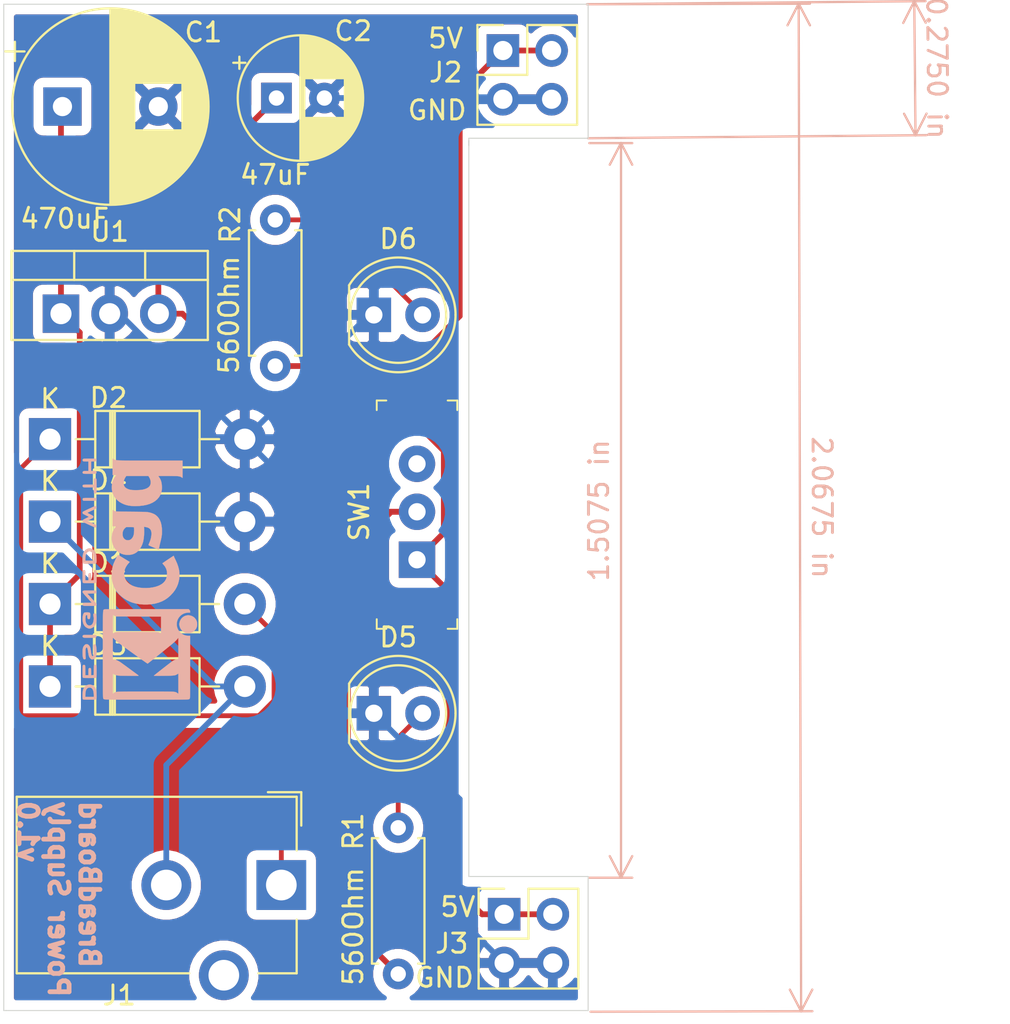
<source format=kicad_pcb>
(kicad_pcb (version 20171130) (host pcbnew "(5.1.6)-1")

  (general
    (thickness 1.6)
    (drawings 23)
    (tracks 67)
    (zones 0)
    (modules 16)
    (nets 11)
  )

  (page A4)
  (title_block
    (title "Breadboard Power Supply ")
    (date 2020-06-23)
    (rev 1)
    (comment 1 "Designed by Niketa Gandhi")
  )

  (layers
    (0 F.Cu signal)
    (31 B.Cu signal)
    (32 B.Adhes user)
    (33 F.Adhes user)
    (34 B.Paste user)
    (35 F.Paste user)
    (36 B.SilkS user)
    (37 F.SilkS user)
    (38 B.Mask user)
    (39 F.Mask user)
    (40 Dwgs.User user)
    (41 Cmts.User user)
    (42 Eco1.User user)
    (43 Eco2.User user)
    (44 Edge.Cuts user)
    (45 Margin user)
    (46 B.CrtYd user)
    (47 F.CrtYd user)
    (48 B.Fab user)
    (49 F.Fab user)
  )

  (setup
    (last_trace_width 0.25)
    (user_trace_width 0.3)
    (trace_clearance 0.2)
    (zone_clearance 0.508)
    (zone_45_only no)
    (trace_min 0.2)
    (via_size 0.8)
    (via_drill 0.4)
    (via_min_size 0.4)
    (via_min_drill 0.3)
    (user_via 1 0.6)
    (uvia_size 0.3)
    (uvia_drill 0.1)
    (uvias_allowed no)
    (uvia_min_size 0.2)
    (uvia_min_drill 0.1)
    (edge_width 0.05)
    (segment_width 0.2)
    (pcb_text_width 0.3)
    (pcb_text_size 1.5 1.5)
    (mod_edge_width 0.12)
    (mod_text_size 1 1)
    (mod_text_width 0.15)
    (pad_size 1.524 1.524)
    (pad_drill 0.762)
    (pad_to_mask_clearance 0.05)
    (aux_axis_origin 0 0)
    (visible_elements 7FFFFFFF)
    (pcbplotparams
      (layerselection 0x010fc_ffffffff)
      (usegerberextensions true)
      (usegerberattributes true)
      (usegerberadvancedattributes true)
      (creategerberjobfile true)
      (excludeedgelayer true)
      (linewidth 0.100000)
      (plotframeref false)
      (viasonmask false)
      (mode 1)
      (useauxorigin false)
      (hpglpennumber 1)
      (hpglpenspeed 20)
      (hpglpendiameter 15.000000)
      (psnegative false)
      (psa4output false)
      (plotreference true)
      (plotvalue true)
      (plotinvisibletext false)
      (padsonsilk false)
      (subtractmaskfromsilk false)
      (outputformat 1)
      (mirror false)
      (drillshape 0)
      (scaleselection 1)
      (outputdirectory "Gerber/"))
  )

  (net 0 "")
  (net 1 /Vin)
  (net 2 /V-)
  (net 3 /Vout1)
  (net 4 "Net-(D1-Pad2)")
  (net 5 "Net-(D3-Pad2)")
  (net 6 "Net-(D5-Pad2)")
  (net 7 "Net-(D6-Pad2)")
  (net 8 "Net-(J1-Pad3)")
  (net 9 /Vout2)
  (net 10 "Net-(SW1-Pad3)")

  (net_class Default "This is the default net class."
    (clearance 0.2)
    (trace_width 0.25)
    (via_dia 0.8)
    (via_drill 0.4)
    (uvia_dia 0.3)
    (uvia_drill 0.1)
    (add_net "Net-(D1-Pad2)")
    (add_net "Net-(D5-Pad2)")
    (add_net "Net-(D6-Pad2)")
    (add_net "Net-(J1-Pad3)")
    (add_net "Net-(SW1-Pad3)")
  )

  (net_class Power ""
    (clearance 0.3)
    (trace_width 0.3)
    (via_dia 1)
    (via_drill 0.5)
    (uvia_dia 0.3)
    (uvia_drill 0.1)
    (add_net /V-)
    (add_net /Vin)
    (add_net /Vout1)
    (add_net /Vout2)
    (add_net "Net-(D3-Pad2)")
  )

  (module Symbol:KiCad-Logo2_5mm_SilkScreen (layer B.Cu) (tedit 0) (tstamp 5EF379C0)
    (at 128.524 103.759 90)
    (descr "KiCad Logo")
    (tags "Logo KiCad")
    (attr virtual)
    (fp_text reference REF** (at 0 5.08 90) (layer B.SilkS) hide
      (effects (font (size 1 1) (thickness 0.15)) (justify mirror))
    )
    (fp_text value KiCad-Logo2_5mm_SilkScreen (at 0 -5.08 90) (layer B.Fab) hide
      (effects (font (size 1 1) (thickness 0.15)) (justify mirror))
    )
    (fp_poly (pts (xy -2.9464 2.510946) (xy -2.935535 2.397007) (xy -2.903918 2.289384) (xy -2.853015 2.190385)
      (xy -2.784293 2.102316) (xy -2.699219 2.027484) (xy -2.602232 1.969616) (xy -2.495964 1.929995)
      (xy -2.38895 1.911427) (xy -2.2833 1.912566) (xy -2.181125 1.93207) (xy -2.084534 1.968594)
      (xy -1.995638 2.020795) (xy -1.916546 2.087327) (xy -1.849369 2.166848) (xy -1.796217 2.258013)
      (xy -1.759199 2.359477) (xy -1.740427 2.469898) (xy -1.738489 2.519794) (xy -1.738489 2.607733)
      (xy -1.68656 2.607733) (xy -1.650253 2.604889) (xy -1.623355 2.593089) (xy -1.596249 2.569351)
      (xy -1.557867 2.530969) (xy -1.557867 0.339398) (xy -1.557876 0.077261) (xy -1.557908 -0.163241)
      (xy -1.557972 -0.383048) (xy -1.558076 -0.583101) (xy -1.558227 -0.764344) (xy -1.558434 -0.927716)
      (xy -1.558706 -1.07416) (xy -1.55905 -1.204617) (xy -1.559474 -1.320029) (xy -1.559987 -1.421338)
      (xy -1.560597 -1.509484) (xy -1.561312 -1.58541) (xy -1.56214 -1.650057) (xy -1.563089 -1.704367)
      (xy -1.564167 -1.74928) (xy -1.565383 -1.78574) (xy -1.566745 -1.814687) (xy -1.568261 -1.837063)
      (xy -1.569938 -1.853809) (xy -1.571786 -1.865868) (xy -1.573813 -1.87418) (xy -1.576025 -1.879687)
      (xy -1.577108 -1.881537) (xy -1.581271 -1.888549) (xy -1.584805 -1.894996) (xy -1.588635 -1.9009)
      (xy -1.593682 -1.906286) (xy -1.600871 -1.911178) (xy -1.611123 -1.915598) (xy -1.625364 -1.919572)
      (xy -1.644514 -1.923121) (xy -1.669499 -1.92627) (xy -1.70124 -1.929042) (xy -1.740662 -1.931461)
      (xy -1.788686 -1.933551) (xy -1.846237 -1.935335) (xy -1.914237 -1.936837) (xy -1.99361 -1.93808)
      (xy -2.085279 -1.939089) (xy -2.190166 -1.939885) (xy -2.309196 -1.940494) (xy -2.44329 -1.940939)
      (xy -2.593373 -1.941243) (xy -2.760367 -1.94143) (xy -2.945196 -1.941524) (xy -3.148783 -1.941548)
      (xy -3.37205 -1.941525) (xy -3.615922 -1.94148) (xy -3.881321 -1.941437) (xy -3.919704 -1.941432)
      (xy -4.186682 -1.941389) (xy -4.432002 -1.941318) (xy -4.656583 -1.941213) (xy -4.861345 -1.941066)
      (xy -5.047206 -1.940869) (xy -5.215088 -1.940616) (xy -5.365908 -1.9403) (xy -5.500587 -1.939913)
      (xy -5.620044 -1.939447) (xy -5.725199 -1.938897) (xy -5.816971 -1.938253) (xy -5.896279 -1.937511)
      (xy -5.964043 -1.936661) (xy -6.021182 -1.935697) (xy -6.068617 -1.934611) (xy -6.107266 -1.933397)
      (xy -6.138049 -1.932047) (xy -6.161885 -1.930555) (xy -6.179694 -1.928911) (xy -6.192395 -1.927111)
      (xy -6.200908 -1.925145) (xy -6.205266 -1.923477) (xy -6.213728 -1.919906) (xy -6.221497 -1.91727)
      (xy -6.228602 -1.914634) (xy -6.235073 -1.911062) (xy -6.240939 -1.905621) (xy -6.246229 -1.897375)
      (xy -6.250974 -1.88539) (xy -6.255202 -1.868731) (xy -6.258943 -1.846463) (xy -6.262227 -1.817652)
      (xy -6.265083 -1.781363) (xy -6.26754 -1.736661) (xy -6.269629 -1.682611) (xy -6.271378 -1.618279)
      (xy -6.272817 -1.54273) (xy -6.273976 -1.45503) (xy -6.274883 -1.354243) (xy -6.275569 -1.239434)
      (xy -6.276063 -1.10967) (xy -6.276395 -0.964015) (xy -6.276593 -0.801535) (xy -6.276687 -0.621295)
      (xy -6.276708 -0.42236) (xy -6.276685 -0.203796) (xy -6.276646 0.035332) (xy -6.276622 0.29596)
      (xy -6.276622 0.338111) (xy -6.276636 0.601008) (xy -6.276661 0.842268) (xy -6.276671 1.062835)
      (xy -6.276642 1.263648) (xy -6.276548 1.445651) (xy -6.276362 1.609784) (xy -6.276059 1.756989)
      (xy -6.275614 1.888208) (xy -6.275034 1.998133) (xy -5.972197 1.998133) (xy -5.932407 1.940289)
      (xy -5.921236 1.924521) (xy -5.911166 1.910559) (xy -5.902138 1.897216) (xy -5.894097 1.883307)
      (xy -5.886986 1.867644) (xy -5.880747 1.849042) (xy -5.875325 1.826314) (xy -5.870662 1.798273)
      (xy -5.866701 1.763733) (xy -5.863385 1.721508) (xy -5.860659 1.670411) (xy -5.858464 1.609256)
      (xy -5.856745 1.536856) (xy -5.855444 1.452025) (xy -5.854505 1.353578) (xy -5.85387 1.240326)
      (xy -5.853484 1.111084) (xy -5.853288 0.964666) (xy -5.853227 0.799884) (xy -5.853243 0.615553)
      (xy -5.85328 0.410487) (xy -5.853289 0.287867) (xy -5.853265 0.070918) (xy -5.853231 -0.124642)
      (xy -5.853243 -0.299999) (xy -5.853358 -0.456341) (xy -5.85363 -0.594857) (xy -5.854118 -0.716734)
      (xy -5.854876 -0.82316) (xy -5.855962 -0.915322) (xy -5.857431 -0.994409) (xy -5.85934 -1.061608)
      (xy -5.861744 -1.118107) (xy -5.864701 -1.165093) (xy -5.868266 -1.203755) (xy -5.872495 -1.23528)
      (xy -5.877446 -1.260855) (xy -5.883173 -1.28167) (xy -5.889733 -1.298911) (xy -5.897183 -1.313765)
      (xy -5.905579 -1.327422) (xy -5.914976 -1.341069) (xy -5.925432 -1.355893) (xy -5.931523 -1.364783)
      (xy -5.970296 -1.4224) (xy -5.438732 -1.4224) (xy -5.315483 -1.422365) (xy -5.212987 -1.422215)
      (xy -5.12942 -1.421878) (xy -5.062956 -1.421286) (xy -5.011771 -1.420367) (xy -4.974041 -1.419051)
      (xy -4.94794 -1.417269) (xy -4.931644 -1.414951) (xy -4.923328 -1.412026) (xy -4.921168 -1.408424)
      (xy -4.923339 -1.404075) (xy -4.924535 -1.402645) (xy -4.949685 -1.365573) (xy -4.975583 -1.312772)
      (xy -4.999192 -1.25077) (xy -5.007461 -1.224357) (xy -5.012078 -1.206416) (xy -5.015979 -1.185355)
      (xy -5.019248 -1.159089) (xy -5.021966 -1.125532) (xy -5.024215 -1.082599) (xy -5.026077 -1.028204)
      (xy -5.027636 -0.960262) (xy -5.028972 -0.876688) (xy -5.030169 -0.775395) (xy -5.031308 -0.6543)
      (xy -5.031685 -0.6096) (xy -5.032702 -0.484449) (xy -5.03346 -0.380082) (xy -5.033903 -0.294707)
      (xy -5.03397 -0.226533) (xy -5.033605 -0.173765) (xy -5.032748 -0.134614) (xy -5.031341 -0.107285)
      (xy -5.029325 -0.089986) (xy -5.026643 -0.080926) (xy -5.023236 -0.078312) (xy -5.019044 -0.080351)
      (xy -5.014571 -0.084667) (xy -5.004216 -0.097602) (xy -4.982158 -0.126676) (xy -4.949957 -0.169759)
      (xy -4.909174 -0.224718) (xy -4.86137 -0.289423) (xy -4.808105 -0.361742) (xy -4.75094 -0.439544)
      (xy -4.691437 -0.520698) (xy -4.631155 -0.603072) (xy -4.571655 -0.684536) (xy -4.514498 -0.762957)
      (xy -4.461245 -0.836204) (xy -4.413457 -0.902147) (xy -4.372693 -0.958654) (xy -4.340516 -1.003593)
      (xy -4.318485 -1.034834) (xy -4.313917 -1.041466) (xy -4.290996 -1.078369) (xy -4.264188 -1.126359)
      (xy -4.238789 -1.175897) (xy -4.235568 -1.182577) (xy -4.21389 -1.230772) (xy -4.201304 -1.268334)
      (xy -4.195574 -1.30416) (xy -4.194456 -1.3462) (xy -4.19509 -1.4224) (xy -3.040651 -1.4224)
      (xy -3.131815 -1.328669) (xy -3.178612 -1.278775) (xy -3.228899 -1.222295) (xy -3.274944 -1.168026)
      (xy -3.295369 -1.142673) (xy -3.325807 -1.103128) (xy -3.365862 -1.049916) (xy -3.414361 -0.984667)
      (xy -3.470135 -0.909011) (xy -3.532011 -0.824577) (xy -3.598819 -0.732994) (xy -3.669387 -0.635892)
      (xy -3.742545 -0.534901) (xy -3.817121 -0.43165) (xy -3.891944 -0.327768) (xy -3.965843 -0.224885)
      (xy -4.037646 -0.124631) (xy -4.106184 -0.028636) (xy -4.170284 0.061473) (xy -4.228775 0.144064)
      (xy -4.280486 0.217508) (xy -4.324247 0.280176) (xy -4.358885 0.330439) (xy -4.38323 0.366666)
      (xy -4.396111 0.387229) (xy -4.397869 0.391332) (xy -4.38991 0.402658) (xy -4.369115 0.429838)
      (xy -4.336847 0.471171) (xy -4.29447 0.524956) (xy -4.243347 0.589494) (xy -4.184841 0.663082)
      (xy -4.120314 0.744022) (xy -4.051131 0.830612) (xy -3.978653 0.921152) (xy -3.904246 1.01394)
      (xy -3.844517 1.088298) (xy -2.833511 1.088298) (xy -2.827602 1.075341) (xy -2.813272 1.053092)
      (xy -2.812225 1.051609) (xy -2.793438 1.021456) (xy -2.773791 0.984625) (xy -2.769892 0.976489)
      (xy -2.766356 0.96806) (xy -2.76323 0.957941) (xy -2.760486 0.94474) (xy -2.758092 0.927062)
      (xy -2.756019 0.903516) (xy -2.754235 0.872707) (xy -2.752712 0.833243) (xy -2.751419 0.783731)
      (xy -2.750326 0.722777) (xy -2.749403 0.648989) (xy -2.748619 0.560972) (xy -2.747945 0.457335)
      (xy -2.74735 0.336684) (xy -2.746805 0.197626) (xy -2.746279 0.038768) (xy -2.745745 -0.140089)
      (xy -2.745206 -0.325207) (xy -2.744772 -0.489145) (xy -2.744509 -0.633303) (xy -2.744484 -0.759079)
      (xy -2.744765 -0.867871) (xy -2.745419 -0.961077) (xy -2.746514 -1.040097) (xy -2.748118 -1.106328)
      (xy -2.750297 -1.16117) (xy -2.753119 -1.206021) (xy -2.756651 -1.242278) (xy -2.760961 -1.271341)
      (xy -2.766117 -1.294609) (xy -2.772185 -1.313479) (xy -2.779233 -1.329351) (xy -2.787329 -1.343622)
      (xy -2.79654 -1.357691) (xy -2.80504 -1.370158) (xy -2.822176 -1.396452) (xy -2.832322 -1.414037)
      (xy -2.833511 -1.417257) (xy -2.822604 -1.418334) (xy -2.791411 -1.419335) (xy -2.742223 -1.420235)
      (xy -2.677333 -1.42101) (xy -2.59903 -1.421637) (xy -2.509607 -1.422091) (xy -2.411356 -1.422349)
      (xy -2.342445 -1.4224) (xy -2.237452 -1.42218) (xy -2.14061 -1.421548) (xy -2.054107 -1.420549)
      (xy -1.980132 -1.419227) (xy -1.920874 -1.417626) (xy -1.87852 -1.415791) (xy -1.85526 -1.413765)
      (xy -1.851378 -1.412493) (xy -1.859076 -1.397591) (xy -1.867074 -1.38956) (xy -1.880246 -1.372434)
      (xy -1.897485 -1.342183) (xy -1.909407 -1.317622) (xy -1.936045 -1.258711) (xy -1.93912 -0.081845)
      (xy -1.942195 1.095022) (xy -2.387853 1.095022) (xy -2.48567 1.094858) (xy -2.576064 1.094389)
      (xy -2.65663 1.093653) (xy -2.724962 1.092684) (xy -2.778656 1.09152) (xy -2.815305 1.090197)
      (xy -2.832504 1.088751) (xy -2.833511 1.088298) (xy -3.844517 1.088298) (xy -3.82927 1.107278)
      (xy -3.75509 1.199463) (xy -3.683069 1.288796) (xy -3.614569 1.373576) (xy -3.550955 1.452102)
      (xy -3.493588 1.522674) (xy -3.443833 1.583591) (xy -3.403052 1.633153) (xy -3.385888 1.653822)
      (xy -3.299596 1.754484) (xy -3.222997 1.837741) (xy -3.154183 1.905562) (xy -3.091248 1.959911)
      (xy -3.081867 1.967278) (xy -3.042356 1.997883) (xy -4.174116 1.998133) (xy -4.168827 1.950156)
      (xy -4.17213 1.892812) (xy -4.193661 1.824537) (xy -4.233635 1.744788) (xy -4.278943 1.672505)
      (xy -4.295161 1.64986) (xy -4.323214 1.612304) (xy -4.36143 1.561979) (xy -4.408137 1.501027)
      (xy -4.461661 1.431589) (xy -4.520331 1.355806) (xy -4.582475 1.27582) (xy -4.646421 1.193772)
      (xy -4.710495 1.111804) (xy -4.773027 1.032057) (xy -4.832343 0.956673) (xy -4.886771 0.887793)
      (xy -4.934639 0.827558) (xy -4.974275 0.778111) (xy -5.004006 0.741592) (xy -5.022161 0.720142)
      (xy -5.02522 0.716844) (xy -5.028079 0.724851) (xy -5.030293 0.755145) (xy -5.031857 0.807444)
      (xy -5.032767 0.881469) (xy -5.03302 0.976937) (xy -5.032613 1.093566) (xy -5.031704 1.213555)
      (xy -5.030382 1.345667) (xy -5.028857 1.457406) (xy -5.026881 1.550975) (xy -5.024206 1.628581)
      (xy -5.020582 1.692426) (xy -5.015761 1.744717) (xy -5.009494 1.787656) (xy -5.001532 1.823449)
      (xy -4.991627 1.8543) (xy -4.979531 1.882414) (xy -4.964993 1.909995) (xy -4.950311 1.935034)
      (xy -4.912314 1.998133) (xy -5.972197 1.998133) (xy -6.275034 1.998133) (xy -6.275001 2.004383)
      (xy -6.274195 2.106456) (xy -6.27317 2.195367) (xy -6.2719 2.272059) (xy -6.27036 2.337473)
      (xy -6.268524 2.392551) (xy -6.266367 2.438235) (xy -6.263863 2.475466) (xy -6.260987 2.505187)
      (xy -6.257713 2.528338) (xy -6.254015 2.545861) (xy -6.249869 2.558699) (xy -6.245247 2.567792)
      (xy -6.240126 2.574082) (xy -6.234478 2.578512) (xy -6.228279 2.582022) (xy -6.221504 2.585555)
      (xy -6.215508 2.589124) (xy -6.210275 2.5917) (xy -6.202099 2.594028) (xy -6.189886 2.596122)
      (xy -6.172541 2.597993) (xy -6.148969 2.599653) (xy -6.118077 2.601116) (xy -6.078768 2.602392)
      (xy -6.02995 2.603496) (xy -5.970527 2.604439) (xy -5.899404 2.605233) (xy -5.815488 2.605891)
      (xy -5.717683 2.606425) (xy -5.604894 2.606847) (xy -5.476029 2.607171) (xy -5.329991 2.607408)
      (xy -5.165686 2.60757) (xy -4.98202 2.60767) (xy -4.777897 2.60772) (xy -4.566753 2.607733)
      (xy -2.9464 2.607733) (xy -2.9464 2.510946)) (layer B.SilkS) (width 0.01))
    (fp_poly (pts (xy 0.328429 2.050929) (xy 0.48857 2.029755) (xy 0.65251 1.989615) (xy 0.822313 1.930111)
      (xy 1.000043 1.850846) (xy 1.01131 1.845301) (xy 1.069005 1.817275) (xy 1.120552 1.793198)
      (xy 1.162191 1.774751) (xy 1.190162 1.763614) (xy 1.199733 1.761067) (xy 1.21895 1.756059)
      (xy 1.223561 1.751853) (xy 1.218458 1.74142) (xy 1.202418 1.715132) (xy 1.177288 1.675743)
      (xy 1.144914 1.626009) (xy 1.107143 1.568685) (xy 1.065822 1.506524) (xy 1.022798 1.442282)
      (xy 0.979917 1.378715) (xy 0.939026 1.318575) (xy 0.901971 1.26462) (xy 0.8706 1.219603)
      (xy 0.846759 1.186279) (xy 0.832294 1.167403) (xy 0.830309 1.165213) (xy 0.820191 1.169862)
      (xy 0.79785 1.187038) (xy 0.76728 1.21356) (xy 0.751536 1.228036) (xy 0.655047 1.303318)
      (xy 0.548336 1.358759) (xy 0.432832 1.393859) (xy 0.309962 1.40812) (xy 0.240561 1.406949)
      (xy 0.119423 1.389788) (xy 0.010205 1.353906) (xy -0.087418 1.299041) (xy -0.173772 1.22493)
      (xy -0.249185 1.131312) (xy -0.313982 1.017924) (xy -0.351399 0.931333) (xy -0.395252 0.795634)
      (xy -0.427572 0.64815) (xy -0.448443 0.492686) (xy -0.457949 0.333044) (xy -0.456173 0.173027)
      (xy -0.443197 0.016439) (xy -0.419106 -0.132918) (xy -0.383982 -0.27124) (xy -0.337908 -0.394724)
      (xy -0.321627 -0.428978) (xy -0.25338 -0.543064) (xy -0.172921 -0.639557) (xy -0.08143 -0.71767)
      (xy 0.019911 -0.776617) (xy 0.12992 -0.815612) (xy 0.247415 -0.833868) (xy 0.288883 -0.835211)
      (xy 0.410441 -0.82429) (xy 0.530878 -0.791474) (xy 0.648666 -0.737439) (xy 0.762277 -0.662865)
      (xy 0.853685 -0.584539) (xy 0.900215 -0.540008) (xy 1.081483 -0.837271) (xy 1.12658 -0.911433)
      (xy 1.167819 -0.979646) (xy 1.203735 -1.039459) (xy 1.232866 -1.08842) (xy 1.25375 -1.124079)
      (xy 1.264924 -1.143984) (xy 1.266375 -1.147079) (xy 1.258146 -1.156718) (xy 1.232567 -1.173999)
      (xy 1.192873 -1.197283) (xy 1.142297 -1.224934) (xy 1.084074 -1.255315) (xy 1.021437 -1.28679)
      (xy 0.957621 -1.317722) (xy 0.89586 -1.346473) (xy 0.839388 -1.371408) (xy 0.791438 -1.390889)
      (xy 0.767986 -1.399318) (xy 0.634221 -1.437133) (xy 0.496327 -1.462136) (xy 0.348622 -1.47514)
      (xy 0.221833 -1.477468) (xy 0.153878 -1.476373) (xy 0.088277 -1.474275) (xy 0.030847 -1.471434)
      (xy -0.012597 -1.468106) (xy -0.026702 -1.466422) (xy -0.165716 -1.437587) (xy -0.307243 -1.392468)
      (xy -0.444725 -1.33375) (xy -0.571606 -1.26412) (xy -0.649111 -1.211441) (xy -0.776519 -1.103239)
      (xy -0.894822 -0.976671) (xy -1.001828 -0.834866) (xy -1.095348 -0.680951) (xy -1.17319 -0.518053)
      (xy -1.217044 -0.400756) (xy -1.267292 -0.217128) (xy -1.300791 -0.022581) (xy -1.317551 0.178675)
      (xy -1.317584 0.382432) (xy -1.300899 0.584479) (xy -1.267507 0.780608) (xy -1.21742 0.966609)
      (xy -1.213603 0.978197) (xy -1.150719 1.14025) (xy -1.073972 1.288168) (xy -0.980758 1.426135)
      (xy -0.868473 1.558339) (xy -0.824608 1.603601) (xy -0.688466 1.727543) (xy -0.548509 1.830085)
      (xy -0.402589 1.912344) (xy -0.248558 1.975436) (xy -0.084268 2.020477) (xy 0.011289 2.037967)
      (xy 0.170023 2.053534) (xy 0.328429 2.050929)) (layer B.SilkS) (width 0.01))
    (fp_poly (pts (xy 2.673574 1.133448) (xy 2.825492 1.113433) (xy 2.960756 1.079798) (xy 3.080239 1.032275)
      (xy 3.184815 0.970595) (xy 3.262424 0.907035) (xy 3.331265 0.832901) (xy 3.385006 0.753129)
      (xy 3.42791 0.660909) (xy 3.443384 0.617839) (xy 3.456244 0.578858) (xy 3.467446 0.542711)
      (xy 3.47712 0.507566) (xy 3.485396 0.47159) (xy 3.492403 0.43295) (xy 3.498272 0.389815)
      (xy 3.503131 0.340351) (xy 3.50711 0.282727) (xy 3.51034 0.215109) (xy 3.512949 0.135666)
      (xy 3.515067 0.042564) (xy 3.516824 -0.066027) (xy 3.518349 -0.191942) (xy 3.519772 -0.337012)
      (xy 3.521025 -0.479778) (xy 3.522351 -0.635968) (xy 3.523556 -0.771239) (xy 3.524766 -0.887246)
      (xy 3.526106 -0.985645) (xy 3.5277 -1.068093) (xy 3.529675 -1.136246) (xy 3.532156 -1.19176)
      (xy 3.535269 -1.236292) (xy 3.539138 -1.271498) (xy 3.543889 -1.299034) (xy 3.549648 -1.320556)
      (xy 3.556539 -1.337722) (xy 3.564689 -1.352186) (xy 3.574223 -1.365606) (xy 3.585266 -1.379638)
      (xy 3.589566 -1.385071) (xy 3.605386 -1.40791) (xy 3.612422 -1.423463) (xy 3.612444 -1.423922)
      (xy 3.601567 -1.426121) (xy 3.570582 -1.428147) (xy 3.521957 -1.429942) (xy 3.458163 -1.431451)
      (xy 3.381669 -1.432616) (xy 3.294944 -1.43338) (xy 3.200457 -1.433686) (xy 3.18955 -1.433689)
      (xy 2.766657 -1.433689) (xy 2.763395 -1.337622) (xy 2.760133 -1.241556) (xy 2.698044 -1.292543)
      (xy 2.600714 -1.360057) (xy 2.490813 -1.414749) (xy 2.404349 -1.444978) (xy 2.335278 -1.459666)
      (xy 2.251925 -1.469659) (xy 2.162159 -1.474646) (xy 2.073845 -1.474313) (xy 1.994851 -1.468351)
      (xy 1.958622 -1.462638) (xy 1.818603 -1.424776) (xy 1.692178 -1.369932) (xy 1.58026 -1.298924)
      (xy 1.483762 -1.212568) (xy 1.4036 -1.111679) (xy 1.340687 -0.997076) (xy 1.296312 -0.870984)
      (xy 1.283978 -0.814401) (xy 1.276368 -0.752202) (xy 1.272739 -0.677363) (xy 1.272245 -0.643467)
      (xy 1.27231 -0.640282) (xy 2.032248 -0.640282) (xy 2.041541 -0.715333) (xy 2.069728 -0.77916)
      (xy 2.118197 -0.834798) (xy 2.123254 -0.839211) (xy 2.171548 -0.874037) (xy 2.223257 -0.89662)
      (xy 2.283989 -0.90854) (xy 2.359352 -0.911383) (xy 2.377459 -0.910978) (xy 2.431278 -0.908325)
      (xy 2.471308 -0.902909) (xy 2.506324 -0.892745) (xy 2.545103 -0.87585) (xy 2.555745 -0.870672)
      (xy 2.616396 -0.834844) (xy 2.663215 -0.792212) (xy 2.675952 -0.776973) (xy 2.720622 -0.720462)
      (xy 2.720622 -0.524586) (xy 2.720086 -0.445939) (xy 2.718396 -0.387988) (xy 2.715428 -0.348875)
      (xy 2.711057 -0.326741) (xy 2.706972 -0.320274) (xy 2.691047 -0.317111) (xy 2.657264 -0.314488)
      (xy 2.61034 -0.312655) (xy 2.554993 -0.311857) (xy 2.546106 -0.311842) (xy 2.42533 -0.317096)
      (xy 2.32266 -0.333263) (xy 2.236106 -0.360961) (xy 2.163681 -0.400808) (xy 2.108751 -0.447758)
      (xy 2.064204 -0.505645) (xy 2.03948 -0.568693) (xy 2.032248 -0.640282) (xy 1.27231 -0.640282)
      (xy 1.274178 -0.549712) (xy 1.282522 -0.470812) (xy 1.298768 -0.39959) (xy 1.324405 -0.328864)
      (xy 1.348401 -0.276493) (xy 1.40702 -0.181196) (xy 1.485117 -0.09317) (xy 1.580315 -0.014017)
      (xy 1.690238 0.05466) (xy 1.81251 0.111259) (xy 1.944755 0.154179) (xy 2.009422 0.169118)
      (xy 2.145604 0.191223) (xy 2.294049 0.205806) (xy 2.445505 0.212187) (xy 2.572064 0.210555)
      (xy 2.73395 0.203776) (xy 2.72653 0.262755) (xy 2.707238 0.361908) (xy 2.676104 0.442628)
      (xy 2.632269 0.505534) (xy 2.574871 0.551244) (xy 2.503048 0.580378) (xy 2.415941 0.593553)
      (xy 2.312686 0.591389) (xy 2.274711 0.587388) (xy 2.13352 0.56222) (xy 1.996707 0.521186)
      (xy 1.902178 0.483185) (xy 1.857018 0.46381) (xy 1.818585 0.44824) (xy 1.792234 0.438595)
      (xy 1.784546 0.436548) (xy 1.774802 0.445626) (xy 1.758083 0.474595) (xy 1.734232 0.523783)
      (xy 1.703093 0.593516) (xy 1.664507 0.684121) (xy 1.65791 0.699911) (xy 1.627853 0.772228)
      (xy 1.600874 0.837575) (xy 1.578136 0.893094) (xy 1.560806 0.935928) (xy 1.550048 0.963219)
      (xy 1.546941 0.972058) (xy 1.55694 0.976813) (xy 1.583217 0.98209) (xy 1.611489 0.985769)
      (xy 1.641646 0.990526) (xy 1.689433 0.999972) (xy 1.750612 1.01318) (xy 1.820946 1.029224)
      (xy 1.896194 1.04718) (xy 1.924755 1.054203) (xy 2.029816 1.079791) (xy 2.11748 1.099853)
      (xy 2.192068 1.115031) (xy 2.257903 1.125965) (xy 2.319307 1.133296) (xy 2.380602 1.137665)
      (xy 2.44611 1.139713) (xy 2.504128 1.140111) (xy 2.673574 1.133448)) (layer B.SilkS) (width 0.01))
    (fp_poly (pts (xy 6.186507 0.527755) (xy 6.186526 0.293338) (xy 6.186552 0.080397) (xy 6.186625 -0.112168)
      (xy 6.186782 -0.285459) (xy 6.187064 -0.440576) (xy 6.187509 -0.57862) (xy 6.188156 -0.700692)
      (xy 6.189045 -0.807894) (xy 6.190213 -0.901326) (xy 6.191701 -0.98209) (xy 6.193546 -1.051286)
      (xy 6.195789 -1.110015) (xy 6.198469 -1.159379) (xy 6.201623 -1.200478) (xy 6.205292 -1.234413)
      (xy 6.209513 -1.262286) (xy 6.214327 -1.285198) (xy 6.219773 -1.304249) (xy 6.225888 -1.32054)
      (xy 6.232712 -1.335173) (xy 6.240285 -1.349249) (xy 6.248645 -1.363868) (xy 6.253839 -1.372974)
      (xy 6.288104 -1.433689) (xy 5.429955 -1.433689) (xy 5.429955 -1.337733) (xy 5.429224 -1.29437)
      (xy 5.427272 -1.261205) (xy 5.424463 -1.243424) (xy 5.423221 -1.241778) (xy 5.411799 -1.248662)
      (xy 5.389084 -1.266505) (xy 5.366385 -1.285879) (xy 5.3118 -1.326614) (xy 5.242321 -1.367617)
      (xy 5.16527 -1.405123) (xy 5.087965 -1.435364) (xy 5.057113 -1.445012) (xy 4.988616 -1.459578)
      (xy 4.905764 -1.469539) (xy 4.816371 -1.474583) (xy 4.728248 -1.474396) (xy 4.649207 -1.468666)
      (xy 4.611511 -1.462858) (xy 4.473414 -1.424797) (xy 4.346113 -1.367073) (xy 4.230292 -1.290211)
      (xy 4.126637 -1.194739) (xy 4.035833 -1.081179) (xy 3.969031 -0.970381) (xy 3.914164 -0.853625)
      (xy 3.872163 -0.734276) (xy 3.842167 -0.608283) (xy 3.823311 -0.471594) (xy 3.814732 -0.320158)
      (xy 3.814006 -0.242711) (xy 3.8161 -0.185934) (xy 4.645217 -0.185934) (xy 4.645424 -0.279002)
      (xy 4.648337 -0.366692) (xy 4.654 -0.443772) (xy 4.662455 -0.505009) (xy 4.665038 -0.51735)
      (xy 4.69684 -0.624633) (xy 4.738498 -0.711658) (xy 4.790363 -0.778642) (xy 4.852781 -0.825805)
      (xy 4.9261 -0.853365) (xy 5.010669 -0.861541) (xy 5.106835 -0.850551) (xy 5.170311 -0.834829)
      (xy 5.219454 -0.816639) (xy 5.273583 -0.790791) (xy 5.314244 -0.767089) (xy 5.3848 -0.720721)
      (xy 5.3848 0.42947) (xy 5.317392 0.473038) (xy 5.238867 0.51396) (xy 5.154681 0.540611)
      (xy 5.069557 0.552535) (xy 4.988216 0.549278) (xy 4.91538 0.530385) (xy 4.883426 0.514816)
      (xy 4.825501 0.471819) (xy 4.776544 0.415047) (xy 4.73539 0.342425) (xy 4.700874 0.251879)
      (xy 4.671833 0.141334) (xy 4.670552 0.135467) (xy 4.660381 0.073212) (xy 4.652739 -0.004594)
      (xy 4.64767 -0.09272) (xy 4.645217 -0.185934) (xy 3.8161 -0.185934) (xy 3.821857 -0.029895)
      (xy 3.843802 0.165941) (xy 3.879786 0.344668) (xy 3.929759 0.506155) (xy 3.993668 0.650274)
      (xy 4.071462 0.776894) (xy 4.163089 0.885885) (xy 4.268497 0.977117) (xy 4.313662 1.008068)
      (xy 4.414611 1.064215) (xy 4.517901 1.103826) (xy 4.627989 1.127986) (xy 4.74933 1.137781)
      (xy 4.841836 1.136735) (xy 4.97149 1.125769) (xy 5.084084 1.103954) (xy 5.182875 1.070286)
      (xy 5.271121 1.023764) (xy 5.319986 0.989552) (xy 5.349353 0.967638) (xy 5.371043 0.952667)
      (xy 5.379253 0.948267) (xy 5.380868 0.959096) (xy 5.382159 0.989749) (xy 5.383138 1.037474)
      (xy 5.383817 1.099521) (xy 5.38421 1.173138) (xy 5.38433 1.255573) (xy 5.384188 1.344075)
      (xy 5.383797 1.435893) (xy 5.383171 1.528276) (xy 5.38232 1.618472) (xy 5.38126 1.703729)
      (xy 5.380001 1.781297) (xy 5.378556 1.848424) (xy 5.376938 1.902359) (xy 5.375161 1.94035)
      (xy 5.374669 1.947333) (xy 5.367092 2.017749) (xy 5.355531 2.072898) (xy 5.337792 2.120019)
      (xy 5.311682 2.166353) (xy 5.305415 2.175933) (xy 5.280983 2.212622) (xy 6.186311 2.212622)
      (xy 6.186507 0.527755)) (layer B.SilkS) (width 0.01))
    (fp_poly (pts (xy -2.273043 2.973429) (xy -2.176768 2.949191) (xy -2.090184 2.906359) (xy -2.015373 2.846581)
      (xy -1.954418 2.771506) (xy -1.909399 2.68278) (xy -1.883136 2.58647) (xy -1.877286 2.489205)
      (xy -1.89214 2.395346) (xy -1.92584 2.307489) (xy -1.976528 2.22823) (xy -2.042345 2.160164)
      (xy -2.121434 2.105888) (xy -2.211934 2.067998) (xy -2.2632 2.055574) (xy -2.307698 2.048053)
      (xy -2.341999 2.045081) (xy -2.37496 2.046906) (xy -2.415434 2.053775) (xy -2.448531 2.06075)
      (xy -2.541947 2.092259) (xy -2.625619 2.143383) (xy -2.697665 2.212571) (xy -2.7562 2.298272)
      (xy -2.770148 2.325511) (xy -2.786586 2.361878) (xy -2.796894 2.392418) (xy -2.80246 2.42455)
      (xy -2.804669 2.465693) (xy -2.804948 2.511778) (xy -2.800861 2.596135) (xy -2.787446 2.665414)
      (xy -2.762256 2.726039) (xy -2.722846 2.784433) (xy -2.684298 2.828698) (xy -2.612406 2.894516)
      (xy -2.537313 2.939947) (xy -2.454562 2.96715) (xy -2.376928 2.977424) (xy -2.273043 2.973429)) (layer B.SilkS) (width 0.01))
    (fp_poly (pts (xy -6.121371 -2.269066) (xy -6.081889 -2.269467) (xy -5.9662 -2.272259) (xy -5.869311 -2.28055)
      (xy -5.787919 -2.295232) (xy -5.718723 -2.317193) (xy -5.65842 -2.347322) (xy -5.603708 -2.38651)
      (xy -5.584167 -2.403532) (xy -5.55175 -2.443363) (xy -5.52252 -2.497413) (xy -5.499991 -2.557323)
      (xy -5.487679 -2.614739) (xy -5.4864 -2.635956) (xy -5.494417 -2.694769) (xy -5.515899 -2.759013)
      (xy -5.546999 -2.819821) (xy -5.583866 -2.86833) (xy -5.589854 -2.874182) (xy -5.640579 -2.915321)
      (xy -5.696125 -2.947435) (xy -5.759696 -2.971365) (xy -5.834494 -2.987953) (xy -5.923722 -2.998041)
      (xy -6.030582 -3.002469) (xy -6.079528 -3.002845) (xy -6.141762 -3.002545) (xy -6.185528 -3.001292)
      (xy -6.214931 -2.998554) (xy -6.234079 -2.993801) (xy -6.247077 -2.986501) (xy -6.254045 -2.980267)
      (xy -6.260626 -2.972694) (xy -6.265788 -2.962924) (xy -6.269703 -2.94834) (xy -6.272543 -2.926326)
      (xy -6.27448 -2.894264) (xy -6.275684 -2.849536) (xy -6.276328 -2.789526) (xy -6.276583 -2.711617)
      (xy -6.276622 -2.635956) (xy -6.27687 -2.535041) (xy -6.276817 -2.454427) (xy -6.275857 -2.415822)
      (xy -6.129867 -2.415822) (xy -6.129867 -2.856089) (xy -6.036734 -2.856004) (xy -5.980693 -2.854396)
      (xy -5.921999 -2.850256) (xy -5.873028 -2.844464) (xy -5.871538 -2.844226) (xy -5.792392 -2.82509)
      (xy -5.731002 -2.795287) (xy -5.684305 -2.752878) (xy -5.654635 -2.706961) (xy -5.636353 -2.656026)
      (xy -5.637771 -2.6082) (xy -5.658988 -2.556933) (xy -5.700489 -2.503899) (xy -5.757998 -2.4646)
      (xy -5.83275 -2.438331) (xy -5.882708 -2.429035) (xy -5.939416 -2.422507) (xy -5.999519 -2.417782)
      (xy -6.050639 -2.415817) (xy -6.053667 -2.415808) (xy -6.129867 -2.415822) (xy -6.275857 -2.415822)
      (xy -6.27526 -2.391851) (xy -6.270998 -2.345055) (xy -6.26283 -2.311778) (xy -6.249556 -2.289759)
      (xy -6.229974 -2.276739) (xy -6.202883 -2.270457) (xy -6.167082 -2.268653) (xy -6.121371 -2.269066)) (layer B.SilkS) (width 0.01))
    (fp_poly (pts (xy -4.712794 -2.269146) (xy -4.643386 -2.269518) (xy -4.590997 -2.270385) (xy -4.552847 -2.271946)
      (xy -4.526159 -2.274403) (xy -4.508153 -2.277957) (xy -4.496049 -2.28281) (xy -4.487069 -2.289161)
      (xy -4.483818 -2.292084) (xy -4.464043 -2.323142) (xy -4.460482 -2.358828) (xy -4.473491 -2.39051)
      (xy -4.479506 -2.396913) (xy -4.489235 -2.403121) (xy -4.504901 -2.40791) (xy -4.529408 -2.411514)
      (xy -4.565661 -2.414164) (xy -4.616565 -2.416095) (xy -4.685026 -2.417539) (xy -4.747617 -2.418418)
      (xy -4.995334 -2.421467) (xy -4.998719 -2.486378) (xy -5.002105 -2.551289) (xy -4.833958 -2.551289)
      (xy -4.760959 -2.551919) (xy -4.707517 -2.554553) (xy -4.670628 -2.560309) (xy -4.647288 -2.570304)
      (xy -4.634494 -2.585656) (xy -4.629242 -2.607482) (xy -4.628445 -2.627738) (xy -4.630923 -2.652592)
      (xy -4.640277 -2.670906) (xy -4.659383 -2.683637) (xy -4.691118 -2.691741) (xy -4.738359 -2.696176)
      (xy -4.803983 -2.697899) (xy -4.839801 -2.698045) (xy -5.000978 -2.698045) (xy -5.000978 -2.856089)
      (xy -4.752622 -2.856089) (xy -4.671213 -2.856202) (xy -4.609342 -2.856712) (xy -4.563968 -2.85787)
      (xy -4.532054 -2.85993) (xy -4.510559 -2.863146) (xy -4.496443 -2.867772) (xy -4.486668 -2.874059)
      (xy -4.481689 -2.878667) (xy -4.46461 -2.90556) (xy -4.459111 -2.929467) (xy -4.466963 -2.958667)
      (xy -4.481689 -2.980267) (xy -4.489546 -2.987066) (xy -4.499688 -2.992346) (xy -4.514844 -2.996298)
      (xy -4.537741 -2.999113) (xy -4.571109 -3.000982) (xy -4.617675 -3.002098) (xy -4.680167 -3.002651)
      (xy -4.761314 -3.002833) (xy -4.803422 -3.002845) (xy -4.893598 -3.002765) (xy -4.963924 -3.002398)
      (xy -5.017129 -3.001552) (xy -5.05594 -3.000036) (xy -5.083087 -2.997659) (xy -5.101298 -2.994229)
      (xy -5.1133 -2.989554) (xy -5.121822 -2.983444) (xy -5.125156 -2.980267) (xy -5.131755 -2.97267)
      (xy -5.136927 -2.96287) (xy -5.140846 -2.948239) (xy -5.143684 -2.926152) (xy -5.145615 -2.893982)
      (xy -5.146812 -2.849103) (xy -5.147448 -2.788889) (xy -5.147697 -2.710713) (xy -5.147734 -2.637923)
      (xy -5.1477 -2.544707) (xy -5.147465 -2.471431) (xy -5.14683 -2.415458) (xy -5.145594 -2.374151)
      (xy -5.143556 -2.344872) (xy -5.140517 -2.324984) (xy -5.136277 -2.31185) (xy -5.130635 -2.302832)
      (xy -5.123391 -2.295293) (xy -5.121606 -2.293612) (xy -5.112945 -2.286172) (xy -5.102882 -2.280409)
      (xy -5.088625 -2.276112) (xy -5.067383 -2.273064) (xy -5.036364 -2.271051) (xy -4.992777 -2.26986)
      (xy -4.933831 -2.269275) (xy -4.856734 -2.269083) (xy -4.802001 -2.269067) (xy -4.712794 -2.269146)) (layer B.SilkS) (width 0.01))
    (fp_poly (pts (xy -3.691703 -2.270351) (xy -3.616888 -2.275581) (xy -3.547306 -2.28375) (xy -3.487002 -2.29455)
      (xy -3.44002 -2.307673) (xy -3.410406 -2.322813) (xy -3.40586 -2.327269) (xy -3.390054 -2.36185)
      (xy -3.394847 -2.397351) (xy -3.419364 -2.427725) (xy -3.420534 -2.428596) (xy -3.434954 -2.437954)
      (xy -3.450008 -2.442876) (xy -3.471005 -2.443473) (xy -3.503257 -2.439861) (xy -3.552073 -2.432154)
      (xy -3.556 -2.431505) (xy -3.628739 -2.422569) (xy -3.707217 -2.418161) (xy -3.785927 -2.418119)
      (xy -3.859361 -2.422279) (xy -3.922011 -2.430479) (xy -3.96837 -2.442557) (xy -3.971416 -2.443771)
      (xy -4.005048 -2.462615) (xy -4.016864 -2.481685) (xy -4.007614 -2.500439) (xy -3.978047 -2.518337)
      (xy -3.928911 -2.534837) (xy -3.860957 -2.549396) (xy -3.815645 -2.556406) (xy -3.721456 -2.569889)
      (xy -3.646544 -2.582214) (xy -3.587717 -2.594449) (xy -3.541785 -2.607661) (xy -3.505555 -2.622917)
      (xy -3.475838 -2.641285) (xy -3.449442 -2.663831) (xy -3.42823 -2.685971) (xy -3.403065 -2.716819)
      (xy -3.390681 -2.743345) (xy -3.386808 -2.776026) (xy -3.386667 -2.787995) (xy -3.389576 -2.827712)
      (xy -3.401202 -2.857259) (xy -3.421323 -2.883486) (xy -3.462216 -2.923576) (xy -3.507817 -2.954149)
      (xy -3.561513 -2.976203) (xy -3.626692 -2.990735) (xy -3.706744 -2.998741) (xy -3.805057 -3.001218)
      (xy -3.821289 -3.001177) (xy -3.886849 -2.999818) (xy -3.951866 -2.99673) (xy -4.009252 -2.992356)
      (xy -4.051922 -2.98714) (xy -4.055372 -2.986541) (xy -4.097796 -2.976491) (xy -4.13378 -2.963796)
      (xy -4.15415 -2.95219) (xy -4.173107 -2.921572) (xy -4.174427 -2.885918) (xy -4.158085 -2.854144)
      (xy -4.154429 -2.850551) (xy -4.139315 -2.839876) (xy -4.120415 -2.835276) (xy -4.091162 -2.836059)
      (xy -4.055651 -2.840127) (xy -4.01597 -2.843762) (xy -3.960345 -2.846828) (xy -3.895406 -2.849053)
      (xy -3.827785 -2.850164) (xy -3.81 -2.850237) (xy -3.742128 -2.849964) (xy -3.692454 -2.848646)
      (xy -3.65661 -2.845827) (xy -3.630224 -2.84105) (xy -3.608926 -2.833857) (xy -3.596126 -2.827867)
      (xy -3.568 -2.811233) (xy -3.550068 -2.796168) (xy -3.547447 -2.791897) (xy -3.552976 -2.774263)
      (xy -3.57926 -2.757192) (xy -3.624478 -2.741458) (xy -3.686808 -2.727838) (xy -3.705171 -2.724804)
      (xy -3.80109 -2.709738) (xy -3.877641 -2.697146) (xy -3.93778 -2.686111) (xy -3.98446 -2.67572)
      (xy -4.020637 -2.665056) (xy -4.049265 -2.653205) (xy -4.073298 -2.639251) (xy -4.095692 -2.622281)
      (xy -4.119402 -2.601378) (xy -4.12738 -2.594049) (xy -4.155353 -2.566699) (xy -4.17016 -2.545029)
      (xy -4.175952 -2.520232) (xy -4.176889 -2.488983) (xy -4.166575 -2.427705) (xy -4.135752 -2.37564)
      (xy -4.084595 -2.332958) (xy -4.013283 -2.299825) (xy -3.9624 -2.284964) (xy -3.9071 -2.275366)
      (xy -3.840853 -2.269936) (xy -3.767706 -2.268367) (xy -3.691703 -2.270351)) (layer B.SilkS) (width 0.01))
    (fp_poly (pts (xy -2.923822 -2.291645) (xy -2.917242 -2.299218) (xy -2.912079 -2.308987) (xy -2.908164 -2.323571)
      (xy -2.905324 -2.345585) (xy -2.903387 -2.377648) (xy -2.902183 -2.422375) (xy -2.901539 -2.482385)
      (xy -2.901284 -2.560294) (xy -2.901245 -2.635956) (xy -2.901314 -2.729802) (xy -2.901638 -2.803689)
      (xy -2.902386 -2.860232) (xy -2.903732 -2.902049) (xy -2.905846 -2.931757) (xy -2.9089 -2.951973)
      (xy -2.913066 -2.965314) (xy -2.918516 -2.974398) (xy -2.923822 -2.980267) (xy -2.956826 -2.999947)
      (xy -2.991991 -2.998181) (xy -3.023455 -2.976717) (xy -3.030684 -2.968337) (xy -3.036334 -2.958614)
      (xy -3.040599 -2.944861) (xy -3.043673 -2.924389) (xy -3.045752 -2.894512) (xy -3.04703 -2.852541)
      (xy -3.047701 -2.795789) (xy -3.047959 -2.721567) (xy -3.048 -2.637537) (xy -3.048 -2.324485)
      (xy -3.020291 -2.296776) (xy -2.986137 -2.273463) (xy -2.953006 -2.272623) (xy -2.923822 -2.291645)) (layer B.SilkS) (width 0.01))
    (fp_poly (pts (xy -1.950081 -2.274599) (xy -1.881565 -2.286095) (xy -1.828943 -2.303967) (xy -1.794708 -2.327499)
      (xy -1.785379 -2.340924) (xy -1.775893 -2.372148) (xy -1.782277 -2.400395) (xy -1.80243 -2.427182)
      (xy -1.833745 -2.439713) (xy -1.879183 -2.438696) (xy -1.914326 -2.431906) (xy -1.992419 -2.418971)
      (xy -2.072226 -2.417742) (xy -2.161555 -2.428241) (xy -2.186229 -2.43269) (xy -2.269291 -2.456108)
      (xy -2.334273 -2.490945) (xy -2.380461 -2.536604) (xy -2.407145 -2.592494) (xy -2.412663 -2.621388)
      (xy -2.409051 -2.680012) (xy -2.385729 -2.731879) (xy -2.344824 -2.775978) (xy -2.288459 -2.811299)
      (xy -2.21876 -2.836829) (xy -2.137852 -2.851559) (xy -2.04786 -2.854478) (xy -1.95091 -2.844575)
      (xy -1.945436 -2.843641) (xy -1.906875 -2.836459) (xy -1.885494 -2.829521) (xy -1.876227 -2.819227)
      (xy -1.874006 -2.801976) (xy -1.873956 -2.792841) (xy -1.873956 -2.754489) (xy -1.942431 -2.754489)
      (xy -2.0029 -2.750347) (xy -2.044165 -2.737147) (xy -2.068175 -2.71373) (xy -2.076877 -2.678936)
      (xy -2.076983 -2.674394) (xy -2.071892 -2.644654) (xy -2.054433 -2.623419) (xy -2.021939 -2.609366)
      (xy -1.971743 -2.601173) (xy -1.923123 -2.598161) (xy -1.852456 -2.596433) (xy -1.801198 -2.59907)
      (xy -1.766239 -2.6088) (xy -1.74447 -2.628353) (xy -1.73278 -2.660456) (xy -1.72806 -2.707838)
      (xy -1.7272 -2.770071) (xy -1.728609 -2.839535) (xy -1.732848 -2.886786) (xy -1.739936 -2.912012)
      (xy -1.741311 -2.913988) (xy -1.780228 -2.945508) (xy -1.837286 -2.97047) (xy -1.908869 -2.98834)
      (xy -1.991358 -2.998586) (xy -2.081139 -3.000673) (xy -2.174592 -2.994068) (xy -2.229556 -2.985956)
      (xy -2.315766 -2.961554) (xy -2.395892 -2.921662) (xy -2.462977 -2.869887) (xy -2.473173 -2.859539)
      (xy -2.506302 -2.816035) (xy -2.536194 -2.762118) (xy -2.559357 -2.705592) (xy -2.572298 -2.654259)
      (xy -2.573858 -2.634544) (xy -2.567218 -2.593419) (xy -2.549568 -2.542252) (xy -2.524297 -2.488394)
      (xy -2.494789 -2.439195) (xy -2.468719 -2.406334) (xy -2.407765 -2.357452) (xy -2.328969 -2.318545)
      (xy -2.235157 -2.290494) (xy -2.12915 -2.274179) (xy -2.032 -2.270192) (xy -1.950081 -2.274599)) (layer B.SilkS) (width 0.01))
    (fp_poly (pts (xy -1.300114 -2.273448) (xy -1.276548 -2.287273) (xy -1.245735 -2.309881) (xy -1.206078 -2.342338)
      (xy -1.15598 -2.385708) (xy -1.093843 -2.441058) (xy -1.018072 -2.509451) (xy -0.931334 -2.588084)
      (xy -0.750711 -2.751878) (xy -0.745067 -2.532029) (xy -0.743029 -2.456351) (xy -0.741063 -2.399994)
      (xy -0.738734 -2.359706) (xy -0.735606 -2.332235) (xy -0.731245 -2.314329) (xy -0.725216 -2.302737)
      (xy -0.717084 -2.294208) (xy -0.712772 -2.290623) (xy -0.678241 -2.27167) (xy -0.645383 -2.274441)
      (xy -0.619318 -2.290633) (xy -0.592667 -2.312199) (xy -0.589352 -2.627151) (xy -0.588435 -2.719779)
      (xy -0.587968 -2.792544) (xy -0.588113 -2.848161) (xy -0.589032 -2.889342) (xy -0.590887 -2.918803)
      (xy -0.593839 -2.939255) (xy -0.59805 -2.953413) (xy -0.603682 -2.963991) (xy -0.609927 -2.972474)
      (xy -0.623439 -2.988207) (xy -0.636883 -2.998636) (xy -0.652124 -3.002639) (xy -0.671026 -2.999094)
      (xy -0.695455 -2.986879) (xy -0.727273 -2.964871) (xy -0.768348 -2.931949) (xy -0.820542 -2.886991)
      (xy -0.885722 -2.828875) (xy -0.959556 -2.762099) (xy -1.224845 -2.521458) (xy -1.230489 -2.740589)
      (xy -1.232531 -2.816128) (xy -1.234502 -2.872354) (xy -1.236839 -2.912524) (xy -1.239981 -2.939896)
      (xy -1.244364 -2.957728) (xy -1.250424 -2.969279) (xy -1.2586 -2.977807) (xy -1.262784 -2.981282)
      (xy -1.299765 -3.000372) (xy -1.334708 -2.997493) (xy -1.365136 -2.9731) (xy -1.372097 -2.963286)
      (xy -1.377523 -2.951826) (xy -1.381603 -2.935968) (xy -1.384529 -2.912963) (xy -1.386492 -2.880062)
      (xy -1.387683 -2.834516) (xy -1.388292 -2.773573) (xy -1.388511 -2.694486) (xy -1.388534 -2.635956)
      (xy -1.38846 -2.544407) (xy -1.388113 -2.472687) (xy -1.387301 -2.418045) (xy -1.385833 -2.377732)
      (xy -1.383519 -2.348998) (xy -1.380167 -2.329093) (xy -1.375588 -2.315268) (xy -1.369589 -2.304772)
      (xy -1.365136 -2.298811) (xy -1.35385 -2.284691) (xy -1.343301 -2.274029) (xy -1.331893 -2.267892)
      (xy -1.31803 -2.267343) (xy -1.300114 -2.273448)) (layer B.SilkS) (width 0.01))
    (fp_poly (pts (xy 0.230343 -2.26926) (xy 0.306701 -2.270174) (xy 0.365217 -2.272311) (xy 0.408255 -2.276175)
      (xy 0.438183 -2.282267) (xy 0.457368 -2.29109) (xy 0.468176 -2.303146) (xy 0.472973 -2.318939)
      (xy 0.474127 -2.33897) (xy 0.474133 -2.341335) (xy 0.473131 -2.363992) (xy 0.468396 -2.381503)
      (xy 0.457333 -2.394574) (xy 0.437348 -2.403913) (xy 0.405846 -2.410227) (xy 0.360232 -2.414222)
      (xy 0.297913 -2.416606) (xy 0.216293 -2.418086) (xy 0.191277 -2.418414) (xy -0.0508 -2.421467)
      (xy -0.054186 -2.486378) (xy -0.057571 -2.551289) (xy 0.110576 -2.551289) (xy 0.176266 -2.551531)
      (xy 0.223172 -2.552556) (xy 0.255083 -2.554811) (xy 0.275791 -2.558742) (xy 0.289084 -2.564798)
      (xy 0.298755 -2.573424) (xy 0.298817 -2.573493) (xy 0.316356 -2.607112) (xy 0.315722 -2.643448)
      (xy 0.297314 -2.674423) (xy 0.293671 -2.677607) (xy 0.280741 -2.685812) (xy 0.263024 -2.691521)
      (xy 0.23657 -2.695162) (xy 0.197432 -2.697167) (xy 0.141662 -2.697964) (xy 0.105994 -2.698045)
      (xy -0.056445 -2.698045) (xy -0.056445 -2.856089) (xy 0.190161 -2.856089) (xy 0.27158 -2.856231)
      (xy 0.33341 -2.856814) (xy 0.378637 -2.858068) (xy 0.410248 -2.860227) (xy 0.431231 -2.863523)
      (xy 0.444573 -2.868189) (xy 0.453261 -2.874457) (xy 0.45545 -2.876733) (xy 0.471614 -2.90828)
      (xy 0.472797 -2.944168) (xy 0.459536 -2.975285) (xy 0.449043 -2.985271) (xy 0.438129 -2.990769)
      (xy 0.421217 -2.995022) (xy 0.395633 -2.99818) (xy 0.358701 -3.000392) (xy 0.307746 -3.001806)
      (xy 0.240094 -3.002572) (xy 0.153069 -3.002838) (xy 0.133394 -3.002845) (xy 0.044911 -3.002787)
      (xy -0.023773 -3.002467) (xy -0.075436 -3.001667) (xy -0.112855 -3.000167) (xy -0.13881 -2.997749)
      (xy -0.156078 -2.994194) (xy -0.167438 -2.989282) (xy -0.175668 -2.982795) (xy -0.180183 -2.978138)
      (xy -0.186979 -2.969889) (xy -0.192288 -2.959669) (xy -0.196294 -2.9448) (xy -0.199179 -2.922602)
      (xy -0.201126 -2.890393) (xy -0.202319 -2.845496) (xy -0.202939 -2.785228) (xy -0.203171 -2.706911)
      (xy -0.2032 -2.640994) (xy -0.203129 -2.548628) (xy -0.202792 -2.476117) (xy -0.202002 -2.420737)
      (xy -0.200574 -2.379765) (xy -0.198321 -2.350478) (xy -0.195057 -2.330153) (xy -0.190596 -2.316066)
      (xy -0.184752 -2.305495) (xy -0.179803 -2.298811) (xy -0.156406 -2.269067) (xy 0.133774 -2.269067)
      (xy 0.230343 -2.26926)) (layer B.SilkS) (width 0.01))
    (fp_poly (pts (xy 1.018309 -2.269275) (xy 1.147288 -2.273636) (xy 1.256991 -2.286861) (xy 1.349226 -2.309741)
      (xy 1.425802 -2.34307) (xy 1.488527 -2.387638) (xy 1.539212 -2.444236) (xy 1.579663 -2.513658)
      (xy 1.580459 -2.515351) (xy 1.604601 -2.577483) (xy 1.613203 -2.632509) (xy 1.606231 -2.687887)
      (xy 1.583654 -2.751073) (xy 1.579372 -2.760689) (xy 1.550172 -2.816966) (xy 1.517356 -2.860451)
      (xy 1.475002 -2.897417) (xy 1.41719 -2.934135) (xy 1.413831 -2.936052) (xy 1.363504 -2.960227)
      (xy 1.306621 -2.978282) (xy 1.239527 -2.990839) (xy 1.158565 -2.998522) (xy 1.060082 -3.001953)
      (xy 1.025286 -3.002251) (xy 0.859594 -3.002845) (xy 0.836197 -2.9731) (xy 0.829257 -2.963319)
      (xy 0.823842 -2.951897) (xy 0.819765 -2.936095) (xy 0.816837 -2.913175) (xy 0.814867 -2.880396)
      (xy 0.814225 -2.856089) (xy 0.970844 -2.856089) (xy 1.064726 -2.856089) (xy 1.119664 -2.854483)
      (xy 1.17606 -2.850255) (xy 1.222345 -2.844292) (xy 1.225139 -2.84379) (xy 1.307348 -2.821736)
      (xy 1.371114 -2.7886) (xy 1.418452 -2.742847) (xy 1.451382 -2.682939) (xy 1.457108 -2.667061)
      (xy 1.462721 -2.642333) (xy 1.460291 -2.617902) (xy 1.448467 -2.5854) (xy 1.44134 -2.569434)
      (xy 1.418 -2.527006) (xy 1.38988 -2.49724) (xy 1.35894 -2.476511) (xy 1.296966 -2.449537)
      (xy 1.217651 -2.429998) (xy 1.125253 -2.418746) (xy 1.058333 -2.41627) (xy 0.970844 -2.415822)
      (xy 0.970844 -2.856089) (xy 0.814225 -2.856089) (xy 0.813668 -2.835021) (xy 0.81305 -2.774311)
      (xy 0.812825 -2.695526) (xy 0.8128 -2.63392) (xy 0.8128 -2.324485) (xy 0.840509 -2.296776)
      (xy 0.852806 -2.285544) (xy 0.866103 -2.277853) (xy 0.884672 -2.27304) (xy 0.912786 -2.270446)
      (xy 0.954717 -2.26941) (xy 1.014737 -2.26927) (xy 1.018309 -2.269275)) (layer B.SilkS) (width 0.01))
    (fp_poly (pts (xy 3.744665 -2.271034) (xy 3.764255 -2.278035) (xy 3.76501 -2.278377) (xy 3.791613 -2.298678)
      (xy 3.80627 -2.319561) (xy 3.809138 -2.329352) (xy 3.808996 -2.342361) (xy 3.804961 -2.360895)
      (xy 3.796146 -2.387257) (xy 3.781669 -2.423752) (xy 3.760645 -2.472687) (xy 3.732188 -2.536365)
      (xy 3.695415 -2.617093) (xy 3.675175 -2.661216) (xy 3.638625 -2.739985) (xy 3.604315 -2.812423)
      (xy 3.573552 -2.87588) (xy 3.547648 -2.927708) (xy 3.52791 -2.965259) (xy 3.51565 -2.985884)
      (xy 3.513224 -2.988733) (xy 3.482183 -3.001302) (xy 3.447121 -2.999619) (xy 3.419 -2.984332)
      (xy 3.417854 -2.983089) (xy 3.406668 -2.966154) (xy 3.387904 -2.93317) (xy 3.363875 -2.88838)
      (xy 3.336897 -2.836032) (xy 3.327201 -2.816742) (xy 3.254014 -2.67015) (xy 3.17424 -2.829393)
      (xy 3.145767 -2.884415) (xy 3.11935 -2.932132) (xy 3.097148 -2.968893) (xy 3.081319 -2.991044)
      (xy 3.075954 -2.995741) (xy 3.034257 -3.002102) (xy 2.999849 -2.988733) (xy 2.989728 -2.974446)
      (xy 2.972214 -2.942692) (xy 2.948735 -2.896597) (xy 2.92072 -2.839285) (xy 2.889599 -2.77388)
      (xy 2.856799 -2.703507) (xy 2.82375 -2.631291) (xy 2.791881 -2.560355) (xy 2.762619 -2.493825)
      (xy 2.737395 -2.434826) (xy 2.717636 -2.386481) (xy 2.704772 -2.351915) (xy 2.700231 -2.334253)
      (xy 2.700277 -2.333613) (xy 2.711326 -2.311388) (xy 2.73341 -2.288753) (xy 2.73471 -2.287768)
      (xy 2.761853 -2.272425) (xy 2.786958 -2.272574) (xy 2.796368 -2.275466) (xy 2.807834 -2.281718)
      (xy 2.82001 -2.294014) (xy 2.834357 -2.314908) (xy 2.852336 -2.346949) (xy 2.875407 -2.392688)
      (xy 2.90503 -2.454677) (xy 2.931745 -2.511898) (xy 2.96248 -2.578226) (xy 2.990021 -2.637874)
      (xy 3.012938 -2.687725) (xy 3.029798 -2.724664) (xy 3.039173 -2.745573) (xy 3.04054 -2.748845)
      (xy 3.046689 -2.743497) (xy 3.060822 -2.721109) (xy 3.081057 -2.684946) (xy 3.105515 -2.638277)
      (xy 3.115248 -2.619022) (xy 3.148217 -2.554004) (xy 3.173643 -2.506654) (xy 3.193612 -2.474219)
      (xy 3.21021 -2.453946) (xy 3.225524 -2.443082) (xy 3.24164 -2.438875) (xy 3.252143 -2.4384)
      (xy 3.27067 -2.440042) (xy 3.286904 -2.446831) (xy 3.303035 -2.461566) (xy 3.321251 -2.487044)
      (xy 3.343739 -2.526061) (xy 3.372689 -2.581414) (xy 3.388662 -2.612903) (xy 3.41457 -2.663087)
      (xy 3.437167 -2.704704) (xy 3.454458 -2.734242) (xy 3.46445 -2.748189) (xy 3.465809 -2.74877)
      (xy 3.472261 -2.737793) (xy 3.486708 -2.70929) (xy 3.507703 -2.666244) (xy 3.533797 -2.611638)
      (xy 3.563546 -2.548454) (xy 3.57818 -2.517071) (xy 3.61625 -2.436078) (xy 3.646905 -2.373756)
      (xy 3.671737 -2.328071) (xy 3.692337 -2.296989) (xy 3.710298 -2.278478) (xy 3.72721 -2.270504)
      (xy 3.744665 -2.271034)) (layer B.SilkS) (width 0.01))
    (fp_poly (pts (xy 4.188614 -2.275877) (xy 4.212327 -2.290647) (xy 4.238978 -2.312227) (xy 4.238978 -2.633773)
      (xy 4.238893 -2.72783) (xy 4.238529 -2.801932) (xy 4.237724 -2.858704) (xy 4.236313 -2.900768)
      (xy 4.234133 -2.930748) (xy 4.231021 -2.951267) (xy 4.226814 -2.964949) (xy 4.221348 -2.974416)
      (xy 4.217472 -2.979082) (xy 4.186034 -2.999575) (xy 4.150233 -2.998739) (xy 4.118873 -2.981264)
      (xy 4.092222 -2.959684) (xy 4.092222 -2.312227) (xy 4.118873 -2.290647) (xy 4.144594 -2.274949)
      (xy 4.1656 -2.269067) (xy 4.188614 -2.275877)) (layer B.SilkS) (width 0.01))
    (fp_poly (pts (xy 4.963065 -2.269163) (xy 5.041772 -2.269542) (xy 5.102863 -2.270333) (xy 5.148817 -2.27167)
      (xy 5.182114 -2.273683) (xy 5.205236 -2.276506) (xy 5.220662 -2.280269) (xy 5.230871 -2.285105)
      (xy 5.235813 -2.288822) (xy 5.261457 -2.321358) (xy 5.264559 -2.355138) (xy 5.248711 -2.385826)
      (xy 5.238348 -2.398089) (xy 5.227196 -2.40645) (xy 5.211035 -2.411657) (xy 5.185642 -2.414457)
      (xy 5.146798 -2.415596) (xy 5.09028 -2.415821) (xy 5.07918 -2.415822) (xy 4.933244 -2.415822)
      (xy 4.933244 -2.686756) (xy 4.933148 -2.772154) (xy 4.932711 -2.837864) (xy 4.931712 -2.886774)
      (xy 4.929928 -2.921773) (xy 4.927137 -2.945749) (xy 4.923117 -2.961593) (xy 4.917645 -2.972191)
      (xy 4.910666 -2.980267) (xy 4.877734 -3.000112) (xy 4.843354 -2.998548) (xy 4.812176 -2.975906)
      (xy 4.809886 -2.9731) (xy 4.802429 -2.962492) (xy 4.796747 -2.950081) (xy 4.792601 -2.93285)
      (xy 4.78975 -2.907784) (xy 4.787954 -2.871867) (xy 4.786972 -2.822083) (xy 4.786564 -2.755417)
      (xy 4.786489 -2.679589) (xy 4.786489 -2.415822) (xy 4.647127 -2.415822) (xy 4.587322 -2.415418)
      (xy 4.545918 -2.41384) (xy 4.518748 -2.410547) (xy 4.501646 -2.404992) (xy 4.490443 -2.396631)
      (xy 4.489083 -2.395178) (xy 4.472725 -2.361939) (xy 4.474172 -2.324362) (xy 4.492978 -2.291645)
      (xy 4.50025 -2.285298) (xy 4.509627 -2.280266) (xy 4.523609 -2.276396) (xy 4.544696 -2.273537)
      (xy 4.575389 -2.271535) (xy 4.618189 -2.270239) (xy 4.675595 -2.269498) (xy 4.75011 -2.269158)
      (xy 4.844233 -2.269068) (xy 4.86426 -2.269067) (xy 4.963065 -2.269163)) (layer B.SilkS) (width 0.01))
    (fp_poly (pts (xy 6.228823 -2.274533) (xy 6.260202 -2.296776) (xy 6.287911 -2.324485) (xy 6.287911 -2.63392)
      (xy 6.287838 -2.725799) (xy 6.287495 -2.79784) (xy 6.286692 -2.85278) (xy 6.285241 -2.89336)
      (xy 6.282952 -2.922317) (xy 6.279636 -2.942391) (xy 6.275105 -2.956321) (xy 6.269169 -2.966845)
      (xy 6.264514 -2.9731) (xy 6.233783 -2.997673) (xy 6.198496 -3.000341) (xy 6.166245 -2.985271)
      (xy 6.155588 -2.976374) (xy 6.148464 -2.964557) (xy 6.144167 -2.945526) (xy 6.141991 -2.914992)
      (xy 6.141228 -2.868662) (xy 6.141155 -2.832871) (xy 6.141155 -2.698045) (xy 5.644444 -2.698045)
      (xy 5.644444 -2.8207) (xy 5.643931 -2.876787) (xy 5.641876 -2.915333) (xy 5.637508 -2.941361)
      (xy 5.630056 -2.959897) (xy 5.621047 -2.9731) (xy 5.590144 -2.997604) (xy 5.555196 -3.000506)
      (xy 5.521738 -2.983089) (xy 5.512604 -2.973959) (xy 5.506152 -2.961855) (xy 5.501897 -2.943001)
      (xy 5.499352 -2.91362) (xy 5.498029 -2.869937) (xy 5.497443 -2.808175) (xy 5.497375 -2.794)
      (xy 5.496891 -2.677631) (xy 5.496641 -2.581727) (xy 5.496723 -2.504177) (xy 5.497231 -2.442869)
      (xy 5.498262 -2.39569) (xy 5.499913 -2.36053) (xy 5.502279 -2.335276) (xy 5.505457 -2.317817)
      (xy 5.509544 -2.306041) (xy 5.514634 -2.297835) (xy 5.520266 -2.291645) (xy 5.552128 -2.271844)
      (xy 5.585357 -2.274533) (xy 5.616735 -2.296776) (xy 5.629433 -2.311126) (xy 5.637526 -2.326978)
      (xy 5.642042 -2.349554) (xy 5.644006 -2.384078) (xy 5.644444 -2.435776) (xy 5.644444 -2.551289)
      (xy 6.141155 -2.551289) (xy 6.141155 -2.432756) (xy 6.141662 -2.378148) (xy 6.143698 -2.341275)
      (xy 6.148035 -2.317307) (xy 6.155447 -2.301415) (xy 6.163733 -2.291645) (xy 6.195594 -2.271844)
      (xy 6.228823 -2.274533)) (layer B.SilkS) (width 0.01))
  )

  (module Capacitor_THT:CP_Radial_D10.0mm_P5.00mm (layer F.Cu) (tedit 5AE50EF1) (tstamp 5EF343B7)
    (at 124.473646 79.121)
    (descr "CP, Radial series, Radial, pin pitch=5.00mm, , diameter=10mm, Electrolytic Capacitor")
    (tags "CP Radial series Radial pin pitch 5.00mm  diameter 10mm Electrolytic Capacitor")
    (path /5EF06259)
    (fp_text reference C1 (at 7.352354 -3.8735) (layer F.SilkS)
      (effects (font (size 1 1) (thickness 0.15)))
    )
    (fp_text value 470uF (at 2.5 6.25) (layer F.Fab)
      (effects (font (size 1 1) (thickness 0.15)))
    )
    (fp_circle (center 2.5 0) (end 7.5 0) (layer F.Fab) (width 0.1))
    (fp_circle (center 2.5 0) (end 7.62 0) (layer F.SilkS) (width 0.12))
    (fp_circle (center 2.5 0) (end 7.75 0) (layer F.CrtYd) (width 0.05))
    (fp_line (start -1.788861 -2.1875) (end -0.788861 -2.1875) (layer F.Fab) (width 0.1))
    (fp_line (start -1.288861 -2.6875) (end -1.288861 -1.6875) (layer F.Fab) (width 0.1))
    (fp_line (start 2.5 -5.08) (end 2.5 5.08) (layer F.SilkS) (width 0.12))
    (fp_line (start 2.54 -5.08) (end 2.54 5.08) (layer F.SilkS) (width 0.12))
    (fp_line (start 2.58 -5.08) (end 2.58 5.08) (layer F.SilkS) (width 0.12))
    (fp_line (start 2.62 -5.079) (end 2.62 5.079) (layer F.SilkS) (width 0.12))
    (fp_line (start 2.66 -5.078) (end 2.66 5.078) (layer F.SilkS) (width 0.12))
    (fp_line (start 2.7 -5.077) (end 2.7 5.077) (layer F.SilkS) (width 0.12))
    (fp_line (start 2.74 -5.075) (end 2.74 5.075) (layer F.SilkS) (width 0.12))
    (fp_line (start 2.78 -5.073) (end 2.78 5.073) (layer F.SilkS) (width 0.12))
    (fp_line (start 2.82 -5.07) (end 2.82 5.07) (layer F.SilkS) (width 0.12))
    (fp_line (start 2.86 -5.068) (end 2.86 5.068) (layer F.SilkS) (width 0.12))
    (fp_line (start 2.9 -5.065) (end 2.9 5.065) (layer F.SilkS) (width 0.12))
    (fp_line (start 2.94 -5.062) (end 2.94 5.062) (layer F.SilkS) (width 0.12))
    (fp_line (start 2.98 -5.058) (end 2.98 5.058) (layer F.SilkS) (width 0.12))
    (fp_line (start 3.02 -5.054) (end 3.02 5.054) (layer F.SilkS) (width 0.12))
    (fp_line (start 3.06 -5.05) (end 3.06 5.05) (layer F.SilkS) (width 0.12))
    (fp_line (start 3.1 -5.045) (end 3.1 5.045) (layer F.SilkS) (width 0.12))
    (fp_line (start 3.14 -5.04) (end 3.14 5.04) (layer F.SilkS) (width 0.12))
    (fp_line (start 3.18 -5.035) (end 3.18 5.035) (layer F.SilkS) (width 0.12))
    (fp_line (start 3.221 -5.03) (end 3.221 5.03) (layer F.SilkS) (width 0.12))
    (fp_line (start 3.261 -5.024) (end 3.261 5.024) (layer F.SilkS) (width 0.12))
    (fp_line (start 3.301 -5.018) (end 3.301 5.018) (layer F.SilkS) (width 0.12))
    (fp_line (start 3.341 -5.011) (end 3.341 5.011) (layer F.SilkS) (width 0.12))
    (fp_line (start 3.381 -5.004) (end 3.381 5.004) (layer F.SilkS) (width 0.12))
    (fp_line (start 3.421 -4.997) (end 3.421 4.997) (layer F.SilkS) (width 0.12))
    (fp_line (start 3.461 -4.99) (end 3.461 4.99) (layer F.SilkS) (width 0.12))
    (fp_line (start 3.501 -4.982) (end 3.501 4.982) (layer F.SilkS) (width 0.12))
    (fp_line (start 3.541 -4.974) (end 3.541 4.974) (layer F.SilkS) (width 0.12))
    (fp_line (start 3.581 -4.965) (end 3.581 4.965) (layer F.SilkS) (width 0.12))
    (fp_line (start 3.621 -4.956) (end 3.621 4.956) (layer F.SilkS) (width 0.12))
    (fp_line (start 3.661 -4.947) (end 3.661 4.947) (layer F.SilkS) (width 0.12))
    (fp_line (start 3.701 -4.938) (end 3.701 4.938) (layer F.SilkS) (width 0.12))
    (fp_line (start 3.741 -4.928) (end 3.741 4.928) (layer F.SilkS) (width 0.12))
    (fp_line (start 3.781 -4.918) (end 3.781 -1.241) (layer F.SilkS) (width 0.12))
    (fp_line (start 3.781 1.241) (end 3.781 4.918) (layer F.SilkS) (width 0.12))
    (fp_line (start 3.821 -4.907) (end 3.821 -1.241) (layer F.SilkS) (width 0.12))
    (fp_line (start 3.821 1.241) (end 3.821 4.907) (layer F.SilkS) (width 0.12))
    (fp_line (start 3.861 -4.897) (end 3.861 -1.241) (layer F.SilkS) (width 0.12))
    (fp_line (start 3.861 1.241) (end 3.861 4.897) (layer F.SilkS) (width 0.12))
    (fp_line (start 3.901 -4.885) (end 3.901 -1.241) (layer F.SilkS) (width 0.12))
    (fp_line (start 3.901 1.241) (end 3.901 4.885) (layer F.SilkS) (width 0.12))
    (fp_line (start 3.941 -4.874) (end 3.941 -1.241) (layer F.SilkS) (width 0.12))
    (fp_line (start 3.941 1.241) (end 3.941 4.874) (layer F.SilkS) (width 0.12))
    (fp_line (start 3.981 -4.862) (end 3.981 -1.241) (layer F.SilkS) (width 0.12))
    (fp_line (start 3.981 1.241) (end 3.981 4.862) (layer F.SilkS) (width 0.12))
    (fp_line (start 4.021 -4.85) (end 4.021 -1.241) (layer F.SilkS) (width 0.12))
    (fp_line (start 4.021 1.241) (end 4.021 4.85) (layer F.SilkS) (width 0.12))
    (fp_line (start 4.061 -4.837) (end 4.061 -1.241) (layer F.SilkS) (width 0.12))
    (fp_line (start 4.061 1.241) (end 4.061 4.837) (layer F.SilkS) (width 0.12))
    (fp_line (start 4.101 -4.824) (end 4.101 -1.241) (layer F.SilkS) (width 0.12))
    (fp_line (start 4.101 1.241) (end 4.101 4.824) (layer F.SilkS) (width 0.12))
    (fp_line (start 4.141 -4.811) (end 4.141 -1.241) (layer F.SilkS) (width 0.12))
    (fp_line (start 4.141 1.241) (end 4.141 4.811) (layer F.SilkS) (width 0.12))
    (fp_line (start 4.181 -4.797) (end 4.181 -1.241) (layer F.SilkS) (width 0.12))
    (fp_line (start 4.181 1.241) (end 4.181 4.797) (layer F.SilkS) (width 0.12))
    (fp_line (start 4.221 -4.783) (end 4.221 -1.241) (layer F.SilkS) (width 0.12))
    (fp_line (start 4.221 1.241) (end 4.221 4.783) (layer F.SilkS) (width 0.12))
    (fp_line (start 4.261 -4.768) (end 4.261 -1.241) (layer F.SilkS) (width 0.12))
    (fp_line (start 4.261 1.241) (end 4.261 4.768) (layer F.SilkS) (width 0.12))
    (fp_line (start 4.301 -4.754) (end 4.301 -1.241) (layer F.SilkS) (width 0.12))
    (fp_line (start 4.301 1.241) (end 4.301 4.754) (layer F.SilkS) (width 0.12))
    (fp_line (start 4.341 -4.738) (end 4.341 -1.241) (layer F.SilkS) (width 0.12))
    (fp_line (start 4.341 1.241) (end 4.341 4.738) (layer F.SilkS) (width 0.12))
    (fp_line (start 4.381 -4.723) (end 4.381 -1.241) (layer F.SilkS) (width 0.12))
    (fp_line (start 4.381 1.241) (end 4.381 4.723) (layer F.SilkS) (width 0.12))
    (fp_line (start 4.421 -4.707) (end 4.421 -1.241) (layer F.SilkS) (width 0.12))
    (fp_line (start 4.421 1.241) (end 4.421 4.707) (layer F.SilkS) (width 0.12))
    (fp_line (start 4.461 -4.69) (end 4.461 -1.241) (layer F.SilkS) (width 0.12))
    (fp_line (start 4.461 1.241) (end 4.461 4.69) (layer F.SilkS) (width 0.12))
    (fp_line (start 4.501 -4.674) (end 4.501 -1.241) (layer F.SilkS) (width 0.12))
    (fp_line (start 4.501 1.241) (end 4.501 4.674) (layer F.SilkS) (width 0.12))
    (fp_line (start 4.541 -4.657) (end 4.541 -1.241) (layer F.SilkS) (width 0.12))
    (fp_line (start 4.541 1.241) (end 4.541 4.657) (layer F.SilkS) (width 0.12))
    (fp_line (start 4.581 -4.639) (end 4.581 -1.241) (layer F.SilkS) (width 0.12))
    (fp_line (start 4.581 1.241) (end 4.581 4.639) (layer F.SilkS) (width 0.12))
    (fp_line (start 4.621 -4.621) (end 4.621 -1.241) (layer F.SilkS) (width 0.12))
    (fp_line (start 4.621 1.241) (end 4.621 4.621) (layer F.SilkS) (width 0.12))
    (fp_line (start 4.661 -4.603) (end 4.661 -1.241) (layer F.SilkS) (width 0.12))
    (fp_line (start 4.661 1.241) (end 4.661 4.603) (layer F.SilkS) (width 0.12))
    (fp_line (start 4.701 -4.584) (end 4.701 -1.241) (layer F.SilkS) (width 0.12))
    (fp_line (start 4.701 1.241) (end 4.701 4.584) (layer F.SilkS) (width 0.12))
    (fp_line (start 4.741 -4.564) (end 4.741 -1.241) (layer F.SilkS) (width 0.12))
    (fp_line (start 4.741 1.241) (end 4.741 4.564) (layer F.SilkS) (width 0.12))
    (fp_line (start 4.781 -4.545) (end 4.781 -1.241) (layer F.SilkS) (width 0.12))
    (fp_line (start 4.781 1.241) (end 4.781 4.545) (layer F.SilkS) (width 0.12))
    (fp_line (start 4.821 -4.525) (end 4.821 -1.241) (layer F.SilkS) (width 0.12))
    (fp_line (start 4.821 1.241) (end 4.821 4.525) (layer F.SilkS) (width 0.12))
    (fp_line (start 4.861 -4.504) (end 4.861 -1.241) (layer F.SilkS) (width 0.12))
    (fp_line (start 4.861 1.241) (end 4.861 4.504) (layer F.SilkS) (width 0.12))
    (fp_line (start 4.901 -4.483) (end 4.901 -1.241) (layer F.SilkS) (width 0.12))
    (fp_line (start 4.901 1.241) (end 4.901 4.483) (layer F.SilkS) (width 0.12))
    (fp_line (start 4.941 -4.462) (end 4.941 -1.241) (layer F.SilkS) (width 0.12))
    (fp_line (start 4.941 1.241) (end 4.941 4.462) (layer F.SilkS) (width 0.12))
    (fp_line (start 4.981 -4.44) (end 4.981 -1.241) (layer F.SilkS) (width 0.12))
    (fp_line (start 4.981 1.241) (end 4.981 4.44) (layer F.SilkS) (width 0.12))
    (fp_line (start 5.021 -4.417) (end 5.021 -1.241) (layer F.SilkS) (width 0.12))
    (fp_line (start 5.021 1.241) (end 5.021 4.417) (layer F.SilkS) (width 0.12))
    (fp_line (start 5.061 -4.395) (end 5.061 -1.241) (layer F.SilkS) (width 0.12))
    (fp_line (start 5.061 1.241) (end 5.061 4.395) (layer F.SilkS) (width 0.12))
    (fp_line (start 5.101 -4.371) (end 5.101 -1.241) (layer F.SilkS) (width 0.12))
    (fp_line (start 5.101 1.241) (end 5.101 4.371) (layer F.SilkS) (width 0.12))
    (fp_line (start 5.141 -4.347) (end 5.141 -1.241) (layer F.SilkS) (width 0.12))
    (fp_line (start 5.141 1.241) (end 5.141 4.347) (layer F.SilkS) (width 0.12))
    (fp_line (start 5.181 -4.323) (end 5.181 -1.241) (layer F.SilkS) (width 0.12))
    (fp_line (start 5.181 1.241) (end 5.181 4.323) (layer F.SilkS) (width 0.12))
    (fp_line (start 5.221 -4.298) (end 5.221 -1.241) (layer F.SilkS) (width 0.12))
    (fp_line (start 5.221 1.241) (end 5.221 4.298) (layer F.SilkS) (width 0.12))
    (fp_line (start 5.261 -4.273) (end 5.261 -1.241) (layer F.SilkS) (width 0.12))
    (fp_line (start 5.261 1.241) (end 5.261 4.273) (layer F.SilkS) (width 0.12))
    (fp_line (start 5.301 -4.247) (end 5.301 -1.241) (layer F.SilkS) (width 0.12))
    (fp_line (start 5.301 1.241) (end 5.301 4.247) (layer F.SilkS) (width 0.12))
    (fp_line (start 5.341 -4.221) (end 5.341 -1.241) (layer F.SilkS) (width 0.12))
    (fp_line (start 5.341 1.241) (end 5.341 4.221) (layer F.SilkS) (width 0.12))
    (fp_line (start 5.381 -4.194) (end 5.381 -1.241) (layer F.SilkS) (width 0.12))
    (fp_line (start 5.381 1.241) (end 5.381 4.194) (layer F.SilkS) (width 0.12))
    (fp_line (start 5.421 -4.166) (end 5.421 -1.241) (layer F.SilkS) (width 0.12))
    (fp_line (start 5.421 1.241) (end 5.421 4.166) (layer F.SilkS) (width 0.12))
    (fp_line (start 5.461 -4.138) (end 5.461 -1.241) (layer F.SilkS) (width 0.12))
    (fp_line (start 5.461 1.241) (end 5.461 4.138) (layer F.SilkS) (width 0.12))
    (fp_line (start 5.501 -4.11) (end 5.501 -1.241) (layer F.SilkS) (width 0.12))
    (fp_line (start 5.501 1.241) (end 5.501 4.11) (layer F.SilkS) (width 0.12))
    (fp_line (start 5.541 -4.08) (end 5.541 -1.241) (layer F.SilkS) (width 0.12))
    (fp_line (start 5.541 1.241) (end 5.541 4.08) (layer F.SilkS) (width 0.12))
    (fp_line (start 5.581 -4.05) (end 5.581 -1.241) (layer F.SilkS) (width 0.12))
    (fp_line (start 5.581 1.241) (end 5.581 4.05) (layer F.SilkS) (width 0.12))
    (fp_line (start 5.621 -4.02) (end 5.621 -1.241) (layer F.SilkS) (width 0.12))
    (fp_line (start 5.621 1.241) (end 5.621 4.02) (layer F.SilkS) (width 0.12))
    (fp_line (start 5.661 -3.989) (end 5.661 -1.241) (layer F.SilkS) (width 0.12))
    (fp_line (start 5.661 1.241) (end 5.661 3.989) (layer F.SilkS) (width 0.12))
    (fp_line (start 5.701 -3.957) (end 5.701 -1.241) (layer F.SilkS) (width 0.12))
    (fp_line (start 5.701 1.241) (end 5.701 3.957) (layer F.SilkS) (width 0.12))
    (fp_line (start 5.741 -3.925) (end 5.741 -1.241) (layer F.SilkS) (width 0.12))
    (fp_line (start 5.741 1.241) (end 5.741 3.925) (layer F.SilkS) (width 0.12))
    (fp_line (start 5.781 -3.892) (end 5.781 -1.241) (layer F.SilkS) (width 0.12))
    (fp_line (start 5.781 1.241) (end 5.781 3.892) (layer F.SilkS) (width 0.12))
    (fp_line (start 5.821 -3.858) (end 5.821 -1.241) (layer F.SilkS) (width 0.12))
    (fp_line (start 5.821 1.241) (end 5.821 3.858) (layer F.SilkS) (width 0.12))
    (fp_line (start 5.861 -3.824) (end 5.861 -1.241) (layer F.SilkS) (width 0.12))
    (fp_line (start 5.861 1.241) (end 5.861 3.824) (layer F.SilkS) (width 0.12))
    (fp_line (start 5.901 -3.789) (end 5.901 -1.241) (layer F.SilkS) (width 0.12))
    (fp_line (start 5.901 1.241) (end 5.901 3.789) (layer F.SilkS) (width 0.12))
    (fp_line (start 5.941 -3.753) (end 5.941 -1.241) (layer F.SilkS) (width 0.12))
    (fp_line (start 5.941 1.241) (end 5.941 3.753) (layer F.SilkS) (width 0.12))
    (fp_line (start 5.981 -3.716) (end 5.981 -1.241) (layer F.SilkS) (width 0.12))
    (fp_line (start 5.981 1.241) (end 5.981 3.716) (layer F.SilkS) (width 0.12))
    (fp_line (start 6.021 -3.679) (end 6.021 -1.241) (layer F.SilkS) (width 0.12))
    (fp_line (start 6.021 1.241) (end 6.021 3.679) (layer F.SilkS) (width 0.12))
    (fp_line (start 6.061 -3.64) (end 6.061 -1.241) (layer F.SilkS) (width 0.12))
    (fp_line (start 6.061 1.241) (end 6.061 3.64) (layer F.SilkS) (width 0.12))
    (fp_line (start 6.101 -3.601) (end 6.101 -1.241) (layer F.SilkS) (width 0.12))
    (fp_line (start 6.101 1.241) (end 6.101 3.601) (layer F.SilkS) (width 0.12))
    (fp_line (start 6.141 -3.561) (end 6.141 -1.241) (layer F.SilkS) (width 0.12))
    (fp_line (start 6.141 1.241) (end 6.141 3.561) (layer F.SilkS) (width 0.12))
    (fp_line (start 6.181 -3.52) (end 6.181 -1.241) (layer F.SilkS) (width 0.12))
    (fp_line (start 6.181 1.241) (end 6.181 3.52) (layer F.SilkS) (width 0.12))
    (fp_line (start 6.221 -3.478) (end 6.221 -1.241) (layer F.SilkS) (width 0.12))
    (fp_line (start 6.221 1.241) (end 6.221 3.478) (layer F.SilkS) (width 0.12))
    (fp_line (start 6.261 -3.436) (end 6.261 3.436) (layer F.SilkS) (width 0.12))
    (fp_line (start 6.301 -3.392) (end 6.301 3.392) (layer F.SilkS) (width 0.12))
    (fp_line (start 6.341 -3.347) (end 6.341 3.347) (layer F.SilkS) (width 0.12))
    (fp_line (start 6.381 -3.301) (end 6.381 3.301) (layer F.SilkS) (width 0.12))
    (fp_line (start 6.421 -3.254) (end 6.421 3.254) (layer F.SilkS) (width 0.12))
    (fp_line (start 6.461 -3.206) (end 6.461 3.206) (layer F.SilkS) (width 0.12))
    (fp_line (start 6.501 -3.156) (end 6.501 3.156) (layer F.SilkS) (width 0.12))
    (fp_line (start 6.541 -3.106) (end 6.541 3.106) (layer F.SilkS) (width 0.12))
    (fp_line (start 6.581 -3.054) (end 6.581 3.054) (layer F.SilkS) (width 0.12))
    (fp_line (start 6.621 -3) (end 6.621 3) (layer F.SilkS) (width 0.12))
    (fp_line (start 6.661 -2.945) (end 6.661 2.945) (layer F.SilkS) (width 0.12))
    (fp_line (start 6.701 -2.889) (end 6.701 2.889) (layer F.SilkS) (width 0.12))
    (fp_line (start 6.741 -2.83) (end 6.741 2.83) (layer F.SilkS) (width 0.12))
    (fp_line (start 6.781 -2.77) (end 6.781 2.77) (layer F.SilkS) (width 0.12))
    (fp_line (start 6.821 -2.709) (end 6.821 2.709) (layer F.SilkS) (width 0.12))
    (fp_line (start 6.861 -2.645) (end 6.861 2.645) (layer F.SilkS) (width 0.12))
    (fp_line (start 6.901 -2.579) (end 6.901 2.579) (layer F.SilkS) (width 0.12))
    (fp_line (start 6.941 -2.51) (end 6.941 2.51) (layer F.SilkS) (width 0.12))
    (fp_line (start 6.981 -2.439) (end 6.981 2.439) (layer F.SilkS) (width 0.12))
    (fp_line (start 7.021 -2.365) (end 7.021 2.365) (layer F.SilkS) (width 0.12))
    (fp_line (start 7.061 -2.289) (end 7.061 2.289) (layer F.SilkS) (width 0.12))
    (fp_line (start 7.101 -2.209) (end 7.101 2.209) (layer F.SilkS) (width 0.12))
    (fp_line (start 7.141 -2.125) (end 7.141 2.125) (layer F.SilkS) (width 0.12))
    (fp_line (start 7.181 -2.037) (end 7.181 2.037) (layer F.SilkS) (width 0.12))
    (fp_line (start 7.221 -1.944) (end 7.221 1.944) (layer F.SilkS) (width 0.12))
    (fp_line (start 7.261 -1.846) (end 7.261 1.846) (layer F.SilkS) (width 0.12))
    (fp_line (start 7.301 -1.742) (end 7.301 1.742) (layer F.SilkS) (width 0.12))
    (fp_line (start 7.341 -1.63) (end 7.341 1.63) (layer F.SilkS) (width 0.12))
    (fp_line (start 7.381 -1.51) (end 7.381 1.51) (layer F.SilkS) (width 0.12))
    (fp_line (start 7.421 -1.378) (end 7.421 1.378) (layer F.SilkS) (width 0.12))
    (fp_line (start 7.461 -1.23) (end 7.461 1.23) (layer F.SilkS) (width 0.12))
    (fp_line (start 7.501 -1.062) (end 7.501 1.062) (layer F.SilkS) (width 0.12))
    (fp_line (start 7.541 -0.862) (end 7.541 0.862) (layer F.SilkS) (width 0.12))
    (fp_line (start 7.581 -0.599) (end 7.581 0.599) (layer F.SilkS) (width 0.12))
    (fp_line (start -2.979646 -2.875) (end -1.979646 -2.875) (layer F.SilkS) (width 0.12))
    (fp_line (start -2.479646 -3.375) (end -2.479646 -2.375) (layer F.SilkS) (width 0.12))
    (fp_text user %R (at 2.5 0) (layer F.Fab)
      (effects (font (size 1 1) (thickness 0.15)))
    )
    (pad 1 thru_hole rect (at 0 0) (size 2 2) (drill 1) (layers *.Cu *.Mask)
      (net 1 /Vin))
    (pad 2 thru_hole circle (at 5 0) (size 2 2) (drill 1) (layers *.Cu *.Mask)
      (net 2 /V-))
    (model ${KISYS3DMOD}/Capacitor_THT.3dshapes/CP_Radial_D10.0mm_P5.00mm.wrl
      (at (xyz 0 0 0))
      (scale (xyz 1 1 1))
      (rotate (xyz 0 0 0))
    )
  )

  (module Capacitor_THT:CP_Radial_D6.3mm_P2.50mm (layer F.Cu) (tedit 5AE50EF0) (tstamp 5EF3444B)
    (at 135.636 78.6765)
    (descr "CP, Radial series, Radial, pin pitch=2.50mm, , diameter=6.3mm, Electrolytic Capacitor")
    (tags "CP Radial series Radial pin pitch 2.50mm  diameter 6.3mm Electrolytic Capacitor")
    (path /5EF06D02)
    (fp_text reference C2 (at 4.0005 -3.4925) (layer F.SilkS)
      (effects (font (size 1 1) (thickness 0.15)))
    )
    (fp_text value 47uF (at 1.25 4.4) (layer F.Fab)
      (effects (font (size 1 1) (thickness 0.15)))
    )
    (fp_circle (center 1.25 0) (end 4.4 0) (layer F.Fab) (width 0.1))
    (fp_circle (center 1.25 0) (end 4.52 0) (layer F.SilkS) (width 0.12))
    (fp_circle (center 1.25 0) (end 4.65 0) (layer F.CrtYd) (width 0.05))
    (fp_line (start -1.443972 -1.3735) (end -0.813972 -1.3735) (layer F.Fab) (width 0.1))
    (fp_line (start -1.128972 -1.6885) (end -1.128972 -1.0585) (layer F.Fab) (width 0.1))
    (fp_line (start 1.25 -3.23) (end 1.25 3.23) (layer F.SilkS) (width 0.12))
    (fp_line (start 1.29 -3.23) (end 1.29 3.23) (layer F.SilkS) (width 0.12))
    (fp_line (start 1.33 -3.23) (end 1.33 3.23) (layer F.SilkS) (width 0.12))
    (fp_line (start 1.37 -3.228) (end 1.37 3.228) (layer F.SilkS) (width 0.12))
    (fp_line (start 1.41 -3.227) (end 1.41 3.227) (layer F.SilkS) (width 0.12))
    (fp_line (start 1.45 -3.224) (end 1.45 3.224) (layer F.SilkS) (width 0.12))
    (fp_line (start 1.49 -3.222) (end 1.49 -1.04) (layer F.SilkS) (width 0.12))
    (fp_line (start 1.49 1.04) (end 1.49 3.222) (layer F.SilkS) (width 0.12))
    (fp_line (start 1.53 -3.218) (end 1.53 -1.04) (layer F.SilkS) (width 0.12))
    (fp_line (start 1.53 1.04) (end 1.53 3.218) (layer F.SilkS) (width 0.12))
    (fp_line (start 1.57 -3.215) (end 1.57 -1.04) (layer F.SilkS) (width 0.12))
    (fp_line (start 1.57 1.04) (end 1.57 3.215) (layer F.SilkS) (width 0.12))
    (fp_line (start 1.61 -3.211) (end 1.61 -1.04) (layer F.SilkS) (width 0.12))
    (fp_line (start 1.61 1.04) (end 1.61 3.211) (layer F.SilkS) (width 0.12))
    (fp_line (start 1.65 -3.206) (end 1.65 -1.04) (layer F.SilkS) (width 0.12))
    (fp_line (start 1.65 1.04) (end 1.65 3.206) (layer F.SilkS) (width 0.12))
    (fp_line (start 1.69 -3.201) (end 1.69 -1.04) (layer F.SilkS) (width 0.12))
    (fp_line (start 1.69 1.04) (end 1.69 3.201) (layer F.SilkS) (width 0.12))
    (fp_line (start 1.73 -3.195) (end 1.73 -1.04) (layer F.SilkS) (width 0.12))
    (fp_line (start 1.73 1.04) (end 1.73 3.195) (layer F.SilkS) (width 0.12))
    (fp_line (start 1.77 -3.189) (end 1.77 -1.04) (layer F.SilkS) (width 0.12))
    (fp_line (start 1.77 1.04) (end 1.77 3.189) (layer F.SilkS) (width 0.12))
    (fp_line (start 1.81 -3.182) (end 1.81 -1.04) (layer F.SilkS) (width 0.12))
    (fp_line (start 1.81 1.04) (end 1.81 3.182) (layer F.SilkS) (width 0.12))
    (fp_line (start 1.85 -3.175) (end 1.85 -1.04) (layer F.SilkS) (width 0.12))
    (fp_line (start 1.85 1.04) (end 1.85 3.175) (layer F.SilkS) (width 0.12))
    (fp_line (start 1.89 -3.167) (end 1.89 -1.04) (layer F.SilkS) (width 0.12))
    (fp_line (start 1.89 1.04) (end 1.89 3.167) (layer F.SilkS) (width 0.12))
    (fp_line (start 1.93 -3.159) (end 1.93 -1.04) (layer F.SilkS) (width 0.12))
    (fp_line (start 1.93 1.04) (end 1.93 3.159) (layer F.SilkS) (width 0.12))
    (fp_line (start 1.971 -3.15) (end 1.971 -1.04) (layer F.SilkS) (width 0.12))
    (fp_line (start 1.971 1.04) (end 1.971 3.15) (layer F.SilkS) (width 0.12))
    (fp_line (start 2.011 -3.141) (end 2.011 -1.04) (layer F.SilkS) (width 0.12))
    (fp_line (start 2.011 1.04) (end 2.011 3.141) (layer F.SilkS) (width 0.12))
    (fp_line (start 2.051 -3.131) (end 2.051 -1.04) (layer F.SilkS) (width 0.12))
    (fp_line (start 2.051 1.04) (end 2.051 3.131) (layer F.SilkS) (width 0.12))
    (fp_line (start 2.091 -3.121) (end 2.091 -1.04) (layer F.SilkS) (width 0.12))
    (fp_line (start 2.091 1.04) (end 2.091 3.121) (layer F.SilkS) (width 0.12))
    (fp_line (start 2.131 -3.11) (end 2.131 -1.04) (layer F.SilkS) (width 0.12))
    (fp_line (start 2.131 1.04) (end 2.131 3.11) (layer F.SilkS) (width 0.12))
    (fp_line (start 2.171 -3.098) (end 2.171 -1.04) (layer F.SilkS) (width 0.12))
    (fp_line (start 2.171 1.04) (end 2.171 3.098) (layer F.SilkS) (width 0.12))
    (fp_line (start 2.211 -3.086) (end 2.211 -1.04) (layer F.SilkS) (width 0.12))
    (fp_line (start 2.211 1.04) (end 2.211 3.086) (layer F.SilkS) (width 0.12))
    (fp_line (start 2.251 -3.074) (end 2.251 -1.04) (layer F.SilkS) (width 0.12))
    (fp_line (start 2.251 1.04) (end 2.251 3.074) (layer F.SilkS) (width 0.12))
    (fp_line (start 2.291 -3.061) (end 2.291 -1.04) (layer F.SilkS) (width 0.12))
    (fp_line (start 2.291 1.04) (end 2.291 3.061) (layer F.SilkS) (width 0.12))
    (fp_line (start 2.331 -3.047) (end 2.331 -1.04) (layer F.SilkS) (width 0.12))
    (fp_line (start 2.331 1.04) (end 2.331 3.047) (layer F.SilkS) (width 0.12))
    (fp_line (start 2.371 -3.033) (end 2.371 -1.04) (layer F.SilkS) (width 0.12))
    (fp_line (start 2.371 1.04) (end 2.371 3.033) (layer F.SilkS) (width 0.12))
    (fp_line (start 2.411 -3.018) (end 2.411 -1.04) (layer F.SilkS) (width 0.12))
    (fp_line (start 2.411 1.04) (end 2.411 3.018) (layer F.SilkS) (width 0.12))
    (fp_line (start 2.451 -3.002) (end 2.451 -1.04) (layer F.SilkS) (width 0.12))
    (fp_line (start 2.451 1.04) (end 2.451 3.002) (layer F.SilkS) (width 0.12))
    (fp_line (start 2.491 -2.986) (end 2.491 -1.04) (layer F.SilkS) (width 0.12))
    (fp_line (start 2.491 1.04) (end 2.491 2.986) (layer F.SilkS) (width 0.12))
    (fp_line (start 2.531 -2.97) (end 2.531 -1.04) (layer F.SilkS) (width 0.12))
    (fp_line (start 2.531 1.04) (end 2.531 2.97) (layer F.SilkS) (width 0.12))
    (fp_line (start 2.571 -2.952) (end 2.571 -1.04) (layer F.SilkS) (width 0.12))
    (fp_line (start 2.571 1.04) (end 2.571 2.952) (layer F.SilkS) (width 0.12))
    (fp_line (start 2.611 -2.934) (end 2.611 -1.04) (layer F.SilkS) (width 0.12))
    (fp_line (start 2.611 1.04) (end 2.611 2.934) (layer F.SilkS) (width 0.12))
    (fp_line (start 2.651 -2.916) (end 2.651 -1.04) (layer F.SilkS) (width 0.12))
    (fp_line (start 2.651 1.04) (end 2.651 2.916) (layer F.SilkS) (width 0.12))
    (fp_line (start 2.691 -2.896) (end 2.691 -1.04) (layer F.SilkS) (width 0.12))
    (fp_line (start 2.691 1.04) (end 2.691 2.896) (layer F.SilkS) (width 0.12))
    (fp_line (start 2.731 -2.876) (end 2.731 -1.04) (layer F.SilkS) (width 0.12))
    (fp_line (start 2.731 1.04) (end 2.731 2.876) (layer F.SilkS) (width 0.12))
    (fp_line (start 2.771 -2.856) (end 2.771 -1.04) (layer F.SilkS) (width 0.12))
    (fp_line (start 2.771 1.04) (end 2.771 2.856) (layer F.SilkS) (width 0.12))
    (fp_line (start 2.811 -2.834) (end 2.811 -1.04) (layer F.SilkS) (width 0.12))
    (fp_line (start 2.811 1.04) (end 2.811 2.834) (layer F.SilkS) (width 0.12))
    (fp_line (start 2.851 -2.812) (end 2.851 -1.04) (layer F.SilkS) (width 0.12))
    (fp_line (start 2.851 1.04) (end 2.851 2.812) (layer F.SilkS) (width 0.12))
    (fp_line (start 2.891 -2.79) (end 2.891 -1.04) (layer F.SilkS) (width 0.12))
    (fp_line (start 2.891 1.04) (end 2.891 2.79) (layer F.SilkS) (width 0.12))
    (fp_line (start 2.931 -2.766) (end 2.931 -1.04) (layer F.SilkS) (width 0.12))
    (fp_line (start 2.931 1.04) (end 2.931 2.766) (layer F.SilkS) (width 0.12))
    (fp_line (start 2.971 -2.742) (end 2.971 -1.04) (layer F.SilkS) (width 0.12))
    (fp_line (start 2.971 1.04) (end 2.971 2.742) (layer F.SilkS) (width 0.12))
    (fp_line (start 3.011 -2.716) (end 3.011 -1.04) (layer F.SilkS) (width 0.12))
    (fp_line (start 3.011 1.04) (end 3.011 2.716) (layer F.SilkS) (width 0.12))
    (fp_line (start 3.051 -2.69) (end 3.051 -1.04) (layer F.SilkS) (width 0.12))
    (fp_line (start 3.051 1.04) (end 3.051 2.69) (layer F.SilkS) (width 0.12))
    (fp_line (start 3.091 -2.664) (end 3.091 -1.04) (layer F.SilkS) (width 0.12))
    (fp_line (start 3.091 1.04) (end 3.091 2.664) (layer F.SilkS) (width 0.12))
    (fp_line (start 3.131 -2.636) (end 3.131 -1.04) (layer F.SilkS) (width 0.12))
    (fp_line (start 3.131 1.04) (end 3.131 2.636) (layer F.SilkS) (width 0.12))
    (fp_line (start 3.171 -2.607) (end 3.171 -1.04) (layer F.SilkS) (width 0.12))
    (fp_line (start 3.171 1.04) (end 3.171 2.607) (layer F.SilkS) (width 0.12))
    (fp_line (start 3.211 -2.578) (end 3.211 -1.04) (layer F.SilkS) (width 0.12))
    (fp_line (start 3.211 1.04) (end 3.211 2.578) (layer F.SilkS) (width 0.12))
    (fp_line (start 3.251 -2.548) (end 3.251 -1.04) (layer F.SilkS) (width 0.12))
    (fp_line (start 3.251 1.04) (end 3.251 2.548) (layer F.SilkS) (width 0.12))
    (fp_line (start 3.291 -2.516) (end 3.291 -1.04) (layer F.SilkS) (width 0.12))
    (fp_line (start 3.291 1.04) (end 3.291 2.516) (layer F.SilkS) (width 0.12))
    (fp_line (start 3.331 -2.484) (end 3.331 -1.04) (layer F.SilkS) (width 0.12))
    (fp_line (start 3.331 1.04) (end 3.331 2.484) (layer F.SilkS) (width 0.12))
    (fp_line (start 3.371 -2.45) (end 3.371 -1.04) (layer F.SilkS) (width 0.12))
    (fp_line (start 3.371 1.04) (end 3.371 2.45) (layer F.SilkS) (width 0.12))
    (fp_line (start 3.411 -2.416) (end 3.411 -1.04) (layer F.SilkS) (width 0.12))
    (fp_line (start 3.411 1.04) (end 3.411 2.416) (layer F.SilkS) (width 0.12))
    (fp_line (start 3.451 -2.38) (end 3.451 -1.04) (layer F.SilkS) (width 0.12))
    (fp_line (start 3.451 1.04) (end 3.451 2.38) (layer F.SilkS) (width 0.12))
    (fp_line (start 3.491 -2.343) (end 3.491 -1.04) (layer F.SilkS) (width 0.12))
    (fp_line (start 3.491 1.04) (end 3.491 2.343) (layer F.SilkS) (width 0.12))
    (fp_line (start 3.531 -2.305) (end 3.531 -1.04) (layer F.SilkS) (width 0.12))
    (fp_line (start 3.531 1.04) (end 3.531 2.305) (layer F.SilkS) (width 0.12))
    (fp_line (start 3.571 -2.265) (end 3.571 2.265) (layer F.SilkS) (width 0.12))
    (fp_line (start 3.611 -2.224) (end 3.611 2.224) (layer F.SilkS) (width 0.12))
    (fp_line (start 3.651 -2.182) (end 3.651 2.182) (layer F.SilkS) (width 0.12))
    (fp_line (start 3.691 -2.137) (end 3.691 2.137) (layer F.SilkS) (width 0.12))
    (fp_line (start 3.731 -2.092) (end 3.731 2.092) (layer F.SilkS) (width 0.12))
    (fp_line (start 3.771 -2.044) (end 3.771 2.044) (layer F.SilkS) (width 0.12))
    (fp_line (start 3.811 -1.995) (end 3.811 1.995) (layer F.SilkS) (width 0.12))
    (fp_line (start 3.851 -1.944) (end 3.851 1.944) (layer F.SilkS) (width 0.12))
    (fp_line (start 3.891 -1.89) (end 3.891 1.89) (layer F.SilkS) (width 0.12))
    (fp_line (start 3.931 -1.834) (end 3.931 1.834) (layer F.SilkS) (width 0.12))
    (fp_line (start 3.971 -1.776) (end 3.971 1.776) (layer F.SilkS) (width 0.12))
    (fp_line (start 4.011 -1.714) (end 4.011 1.714) (layer F.SilkS) (width 0.12))
    (fp_line (start 4.051 -1.65) (end 4.051 1.65) (layer F.SilkS) (width 0.12))
    (fp_line (start 4.091 -1.581) (end 4.091 1.581) (layer F.SilkS) (width 0.12))
    (fp_line (start 4.131 -1.509) (end 4.131 1.509) (layer F.SilkS) (width 0.12))
    (fp_line (start 4.171 -1.432) (end 4.171 1.432) (layer F.SilkS) (width 0.12))
    (fp_line (start 4.211 -1.35) (end 4.211 1.35) (layer F.SilkS) (width 0.12))
    (fp_line (start 4.251 -1.262) (end 4.251 1.262) (layer F.SilkS) (width 0.12))
    (fp_line (start 4.291 -1.165) (end 4.291 1.165) (layer F.SilkS) (width 0.12))
    (fp_line (start 4.331 -1.059) (end 4.331 1.059) (layer F.SilkS) (width 0.12))
    (fp_line (start 4.371 -0.94) (end 4.371 0.94) (layer F.SilkS) (width 0.12))
    (fp_line (start 4.411 -0.802) (end 4.411 0.802) (layer F.SilkS) (width 0.12))
    (fp_line (start 4.451 -0.633) (end 4.451 0.633) (layer F.SilkS) (width 0.12))
    (fp_line (start 4.491 -0.402) (end 4.491 0.402) (layer F.SilkS) (width 0.12))
    (fp_line (start -2.250241 -1.839) (end -1.620241 -1.839) (layer F.SilkS) (width 0.12))
    (fp_line (start -1.935241 -2.154) (end -1.935241 -1.524) (layer F.SilkS) (width 0.12))
    (fp_text user %R (at 1.25 0) (layer F.Fab)
      (effects (font (size 1 1) (thickness 0.15)))
    )
    (pad 1 thru_hole rect (at 0 0) (size 1.6 1.6) (drill 0.8) (layers *.Cu *.Mask)
      (net 3 /Vout1))
    (pad 2 thru_hole circle (at 2.5 0) (size 1.6 1.6) (drill 0.8) (layers *.Cu *.Mask)
      (net 2 /V-))
    (model ${KISYS3DMOD}/Capacitor_THT.3dshapes/CP_Radial_D6.3mm_P2.50mm.wrl
      (at (xyz 0 0 0))
      (scale (xyz 1 1 1))
      (rotate (xyz 0 0 0))
    )
  )

  (module Diode_THT:D_DO-41_SOD81_P10.16mm_Horizontal (layer F.Cu) (tedit 5AE50CD5) (tstamp 5EF3446A)
    (at 123.825 105.050166)
    (descr "Diode, DO-41_SOD81 series, Axial, Horizontal, pin pitch=10.16mm, , length*diameter=5.2*2.7mm^2, , http://www.diodes.com/_files/packages/DO-41%20(Plastic).pdf")
    (tags "Diode DO-41_SOD81 series Axial Horizontal pin pitch 10.16mm  length 5.2mm diameter 2.7mm")
    (path /5EF077BB)
    (fp_text reference D1 (at 3.048 -2.1525) (layer F.SilkS)
      (effects (font (size 1 1) (thickness 0.15)))
    )
    (fp_text value 1N4007 (at 5.08 2.47) (layer F.Fab)
      (effects (font (size 1 1) (thickness 0.15)))
    )
    (fp_line (start 2.48 -1.35) (end 2.48 1.35) (layer F.Fab) (width 0.1))
    (fp_line (start 2.48 1.35) (end 7.68 1.35) (layer F.Fab) (width 0.1))
    (fp_line (start 7.68 1.35) (end 7.68 -1.35) (layer F.Fab) (width 0.1))
    (fp_line (start 7.68 -1.35) (end 2.48 -1.35) (layer F.Fab) (width 0.1))
    (fp_line (start 0 0) (end 2.48 0) (layer F.Fab) (width 0.1))
    (fp_line (start 10.16 0) (end 7.68 0) (layer F.Fab) (width 0.1))
    (fp_line (start 3.26 -1.35) (end 3.26 1.35) (layer F.Fab) (width 0.1))
    (fp_line (start 3.36 -1.35) (end 3.36 1.35) (layer F.Fab) (width 0.1))
    (fp_line (start 3.16 -1.35) (end 3.16 1.35) (layer F.Fab) (width 0.1))
    (fp_line (start 2.36 -1.47) (end 2.36 1.47) (layer F.SilkS) (width 0.12))
    (fp_line (start 2.36 1.47) (end 7.8 1.47) (layer F.SilkS) (width 0.12))
    (fp_line (start 7.8 1.47) (end 7.8 -1.47) (layer F.SilkS) (width 0.12))
    (fp_line (start 7.8 -1.47) (end 2.36 -1.47) (layer F.SilkS) (width 0.12))
    (fp_line (start 1.34 0) (end 2.36 0) (layer F.SilkS) (width 0.12))
    (fp_line (start 8.82 0) (end 7.8 0) (layer F.SilkS) (width 0.12))
    (fp_line (start 3.26 -1.47) (end 3.26 1.47) (layer F.SilkS) (width 0.12))
    (fp_line (start 3.38 -1.47) (end 3.38 1.47) (layer F.SilkS) (width 0.12))
    (fp_line (start 3.14 -1.47) (end 3.14 1.47) (layer F.SilkS) (width 0.12))
    (fp_line (start -1.35 -1.6) (end -1.35 1.6) (layer F.CrtYd) (width 0.05))
    (fp_line (start -1.35 1.6) (end 11.51 1.6) (layer F.CrtYd) (width 0.05))
    (fp_line (start 11.51 1.6) (end 11.51 -1.6) (layer F.CrtYd) (width 0.05))
    (fp_line (start 11.51 -1.6) (end -1.35 -1.6) (layer F.CrtYd) (width 0.05))
    (fp_text user %R (at 7.9375 4.487334) (layer F.Fab)
      (effects (font (size 1 1) (thickness 0.15)))
    )
    (fp_text user K (at 0 -2.1) (layer F.Fab)
      (effects (font (size 1 1) (thickness 0.15)))
    )
    (fp_text user K (at 0 -2.1) (layer F.SilkS)
      (effects (font (size 1 1) (thickness 0.15)))
    )
    (pad 1 thru_hole rect (at 0 0) (size 2.2 2.2) (drill 1.1) (layers *.Cu *.Mask)
      (net 1 /Vin))
    (pad 2 thru_hole oval (at 10.16 0) (size 2.2 2.2) (drill 1.1) (layers *.Cu *.Mask)
      (net 4 "Net-(D1-Pad2)"))
    (model ${KISYS3DMOD}/Diode_THT.3dshapes/D_DO-41_SOD81_P10.16mm_Horizontal.wrl
      (at (xyz 0 0 0))
      (scale (xyz 1 1 1))
      (rotate (xyz 0 0 0))
    )
  )

  (module Diode_THT:D_DO-41_SOD81_P10.16mm_Horizontal (layer F.Cu) (tedit 5AE50CD5) (tstamp 5EF34489)
    (at 123.825 96.4565)
    (descr "Diode, DO-41_SOD81 series, Axial, Horizontal, pin pitch=10.16mm, , length*diameter=5.2*2.7mm^2, , http://www.diodes.com/_files/packages/DO-41%20(Plastic).pdf")
    (tags "Diode DO-41_SOD81 series Axial Horizontal pin pitch 10.16mm  length 5.2mm diameter 2.7mm")
    (path /5EF0E88A)
    (fp_text reference D2 (at 3.048 -2.1525) (layer F.SilkS)
      (effects (font (size 1 1) (thickness 0.15)))
    )
    (fp_text value 1N4007 (at 5.08 2.47) (layer F.Fab)
      (effects (font (size 1 1) (thickness 0.15)))
    )
    (fp_line (start 11.51 -1.6) (end -1.35 -1.6) (layer F.CrtYd) (width 0.05))
    (fp_line (start 11.51 1.6) (end 11.51 -1.6) (layer F.CrtYd) (width 0.05))
    (fp_line (start -1.35 1.6) (end 11.51 1.6) (layer F.CrtYd) (width 0.05))
    (fp_line (start -1.35 -1.6) (end -1.35 1.6) (layer F.CrtYd) (width 0.05))
    (fp_line (start 3.14 -1.47) (end 3.14 1.47) (layer F.SilkS) (width 0.12))
    (fp_line (start 3.38 -1.47) (end 3.38 1.47) (layer F.SilkS) (width 0.12))
    (fp_line (start 3.26 -1.47) (end 3.26 1.47) (layer F.SilkS) (width 0.12))
    (fp_line (start 8.82 0) (end 7.8 0) (layer F.SilkS) (width 0.12))
    (fp_line (start 1.34 0) (end 2.36 0) (layer F.SilkS) (width 0.12))
    (fp_line (start 7.8 -1.47) (end 2.36 -1.47) (layer F.SilkS) (width 0.12))
    (fp_line (start 7.8 1.47) (end 7.8 -1.47) (layer F.SilkS) (width 0.12))
    (fp_line (start 2.36 1.47) (end 7.8 1.47) (layer F.SilkS) (width 0.12))
    (fp_line (start 2.36 -1.47) (end 2.36 1.47) (layer F.SilkS) (width 0.12))
    (fp_line (start 3.16 -1.35) (end 3.16 1.35) (layer F.Fab) (width 0.1))
    (fp_line (start 3.36 -1.35) (end 3.36 1.35) (layer F.Fab) (width 0.1))
    (fp_line (start 3.26 -1.35) (end 3.26 1.35) (layer F.Fab) (width 0.1))
    (fp_line (start 10.16 0) (end 7.68 0) (layer F.Fab) (width 0.1))
    (fp_line (start 0 0) (end 2.48 0) (layer F.Fab) (width 0.1))
    (fp_line (start 7.68 -1.35) (end 2.48 -1.35) (layer F.Fab) (width 0.1))
    (fp_line (start 7.68 1.35) (end 7.68 -1.35) (layer F.Fab) (width 0.1))
    (fp_line (start 2.48 1.35) (end 7.68 1.35) (layer F.Fab) (width 0.1))
    (fp_line (start 2.48 -1.35) (end 2.48 1.35) (layer F.Fab) (width 0.1))
    (fp_text user K (at 0 -2.1) (layer F.SilkS)
      (effects (font (size 1 1) (thickness 0.15)))
    )
    (fp_text user K (at 0 -2.1) (layer F.Fab)
      (effects (font (size 1 1) (thickness 0.15)))
    )
    (fp_text user %R (at 5.47 0) (layer F.Fab)
      (effects (font (size 1 1) (thickness 0.15)))
    )
    (pad 2 thru_hole oval (at 10.16 0) (size 2.2 2.2) (drill 1.1) (layers *.Cu *.Mask)
      (net 2 /V-))
    (pad 1 thru_hole rect (at 0 0) (size 2.2 2.2) (drill 1.1) (layers *.Cu *.Mask)
      (net 4 "Net-(D1-Pad2)"))
    (model ${KISYS3DMOD}/Diode_THT.3dshapes/D_DO-41_SOD81_P10.16mm_Horizontal.wrl
      (at (xyz 0 0 0))
      (scale (xyz 1 1 1))
      (rotate (xyz 0 0 0))
    )
  )

  (module Diode_THT:D_DO-41_SOD81_P10.16mm_Horizontal (layer F.Cu) (tedit 5AE50CD5) (tstamp 5EF344A8)
    (at 123.825 109.347)
    (descr "Diode, DO-41_SOD81 series, Axial, Horizontal, pin pitch=10.16mm, , length*diameter=5.2*2.7mm^2, , http://www.diodes.com/_files/packages/DO-41%20(Plastic).pdf")
    (tags "Diode DO-41_SOD81 series Axial Horizontal pin pitch 10.16mm  length 5.2mm diameter 2.7mm")
    (path /5EF08C5C)
    (fp_text reference D3 (at 3.048 -2.1525) (layer F.SilkS)
      (effects (font (size 1 1) (thickness 0.15)))
    )
    (fp_text value 1N4007 (at 5.08 2.47) (layer F.Fab)
      (effects (font (size 1 1) (thickness 0.15)))
    )
    (fp_line (start 11.51 -1.6) (end -1.35 -1.6) (layer F.CrtYd) (width 0.05))
    (fp_line (start 11.51 1.6) (end 11.51 -1.6) (layer F.CrtYd) (width 0.05))
    (fp_line (start -1.35 1.6) (end 11.51 1.6) (layer F.CrtYd) (width 0.05))
    (fp_line (start -1.35 -1.6) (end -1.35 1.6) (layer F.CrtYd) (width 0.05))
    (fp_line (start 3.14 -1.47) (end 3.14 1.47) (layer F.SilkS) (width 0.12))
    (fp_line (start 3.38 -1.47) (end 3.38 1.47) (layer F.SilkS) (width 0.12))
    (fp_line (start 3.26 -1.47) (end 3.26 1.47) (layer F.SilkS) (width 0.12))
    (fp_line (start 8.82 0) (end 7.8 0) (layer F.SilkS) (width 0.12))
    (fp_line (start 1.34 0) (end 2.36 0) (layer F.SilkS) (width 0.12))
    (fp_line (start 7.8 -1.47) (end 2.36 -1.47) (layer F.SilkS) (width 0.12))
    (fp_line (start 7.8 1.47) (end 7.8 -1.47) (layer F.SilkS) (width 0.12))
    (fp_line (start 2.36 1.47) (end 7.8 1.47) (layer F.SilkS) (width 0.12))
    (fp_line (start 2.36 -1.47) (end 2.36 1.47) (layer F.SilkS) (width 0.12))
    (fp_line (start 3.16 -1.35) (end 3.16 1.35) (layer F.Fab) (width 0.1))
    (fp_line (start 3.36 -1.35) (end 3.36 1.35) (layer F.Fab) (width 0.1))
    (fp_line (start 3.26 -1.35) (end 3.26 1.35) (layer F.Fab) (width 0.1))
    (fp_line (start 10.16 0) (end 7.68 0) (layer F.Fab) (width 0.1))
    (fp_line (start 0 0) (end 2.48 0) (layer F.Fab) (width 0.1))
    (fp_line (start 7.68 -1.35) (end 2.48 -1.35) (layer F.Fab) (width 0.1))
    (fp_line (start 7.68 1.35) (end 7.68 -1.35) (layer F.Fab) (width 0.1))
    (fp_line (start 2.48 1.35) (end 7.68 1.35) (layer F.Fab) (width 0.1))
    (fp_line (start 2.48 -1.35) (end 2.48 1.35) (layer F.Fab) (width 0.1))
    (fp_text user K (at 0 -2.1) (layer F.SilkS)
      (effects (font (size 1 1) (thickness 0.15)))
    )
    (fp_text user K (at 0 -2.1) (layer F.Fab)
      (effects (font (size 1 1) (thickness 0.15)))
    )
    (fp_text user %R (at 5.715 0) (layer F.Fab)
      (effects (font (size 1 1) (thickness 0.15)))
    )
    (pad 2 thru_hole oval (at 10.16 0) (size 2.2 2.2) (drill 1.1) (layers *.Cu *.Mask)
      (net 5 "Net-(D3-Pad2)"))
    (pad 1 thru_hole rect (at 0 0) (size 2.2 2.2) (drill 1.1) (layers *.Cu *.Mask)
      (net 1 /Vin))
    (model ${KISYS3DMOD}/Diode_THT.3dshapes/D_DO-41_SOD81_P10.16mm_Horizontal.wrl
      (at (xyz 0 0 0))
      (scale (xyz 1 1 1))
      (rotate (xyz 0 0 0))
    )
  )

  (module Diode_THT:D_DO-41_SOD81_P10.16mm_Horizontal (layer F.Cu) (tedit 5AE50CD5) (tstamp 5EF344C7)
    (at 123.825 100.753333)
    (descr "Diode, DO-41_SOD81 series, Axial, Horizontal, pin pitch=10.16mm, , length*diameter=5.2*2.7mm^2, , http://www.diodes.com/_files/packages/DO-41%20(Plastic).pdf")
    (tags "Diode DO-41_SOD81 series Axial Horizontal pin pitch 10.16mm  length 5.2mm diameter 2.7mm")
    (path /5EF084DD)
    (fp_text reference D4 (at 3.048 -2.1525) (layer F.SilkS)
      (effects (font (size 1 1) (thickness 0.15)))
    )
    (fp_text value 1N4007 (at 5.08 2.47) (layer F.Fab)
      (effects (font (size 1 1) (thickness 0.15)))
    )
    (fp_line (start 2.48 -1.35) (end 2.48 1.35) (layer F.Fab) (width 0.1))
    (fp_line (start 2.48 1.35) (end 7.68 1.35) (layer F.Fab) (width 0.1))
    (fp_line (start 7.68 1.35) (end 7.68 -1.35) (layer F.Fab) (width 0.1))
    (fp_line (start 7.68 -1.35) (end 2.48 -1.35) (layer F.Fab) (width 0.1))
    (fp_line (start 0 0) (end 2.48 0) (layer F.Fab) (width 0.1))
    (fp_line (start 10.16 0) (end 7.68 0) (layer F.Fab) (width 0.1))
    (fp_line (start 3.26 -1.35) (end 3.26 1.35) (layer F.Fab) (width 0.1))
    (fp_line (start 3.36 -1.35) (end 3.36 1.35) (layer F.Fab) (width 0.1))
    (fp_line (start 3.16 -1.35) (end 3.16 1.35) (layer F.Fab) (width 0.1))
    (fp_line (start 2.36 -1.47) (end 2.36 1.47) (layer F.SilkS) (width 0.12))
    (fp_line (start 2.36 1.47) (end 7.8 1.47) (layer F.SilkS) (width 0.12))
    (fp_line (start 7.8 1.47) (end 7.8 -1.47) (layer F.SilkS) (width 0.12))
    (fp_line (start 7.8 -1.47) (end 2.36 -1.47) (layer F.SilkS) (width 0.12))
    (fp_line (start 1.34 0) (end 2.36 0) (layer F.SilkS) (width 0.12))
    (fp_line (start 8.82 0) (end 7.8 0) (layer F.SilkS) (width 0.12))
    (fp_line (start 3.26 -1.47) (end 3.26 1.47) (layer F.SilkS) (width 0.12))
    (fp_line (start 3.38 -1.47) (end 3.38 1.47) (layer F.SilkS) (width 0.12))
    (fp_line (start 3.14 -1.47) (end 3.14 1.47) (layer F.SilkS) (width 0.12))
    (fp_line (start -1.35 -1.6) (end -1.35 1.6) (layer F.CrtYd) (width 0.05))
    (fp_line (start -1.35 1.6) (end 11.51 1.6) (layer F.CrtYd) (width 0.05))
    (fp_line (start 11.51 1.6) (end 11.51 -1.6) (layer F.CrtYd) (width 0.05))
    (fp_line (start 11.51 -1.6) (end -1.35 -1.6) (layer F.CrtYd) (width 0.05))
    (fp_text user %R (at 5.47 0) (layer F.Fab)
      (effects (font (size 1 1) (thickness 0.15)))
    )
    (fp_text user K (at 0 -2.1) (layer F.Fab)
      (effects (font (size 1 1) (thickness 0.15)))
    )
    (fp_text user K (at 0 -2.1) (layer F.SilkS)
      (effects (font (size 1 1) (thickness 0.15)))
    )
    (pad 1 thru_hole rect (at 0 0) (size 2.2 2.2) (drill 1.1) (layers *.Cu *.Mask)
      (net 5 "Net-(D3-Pad2)"))
    (pad 2 thru_hole oval (at 10.16 0) (size 2.2 2.2) (drill 1.1) (layers *.Cu *.Mask)
      (net 2 /V-))
    (model ${KISYS3DMOD}/Diode_THT.3dshapes/D_DO-41_SOD81_P10.16mm_Horizontal.wrl
      (at (xyz 0 0 0))
      (scale (xyz 1 1 1))
      (rotate (xyz 0 0 0))
    )
  )

  (module LED_THT:LED_D5.0mm locked (layer F.Cu) (tedit 5995936A) (tstamp 5EF344D9)
    (at 140.716 110.744)
    (descr "LED, diameter 5.0mm, 2 pins, http://cdn-reichelt.de/documents/datenblatt/A500/LL-504BC2E-009.pdf")
    (tags "LED diameter 5.0mm 2 pins")
    (path /5EF12417)
    (fp_text reference D5 (at 1.27 -3.96) (layer F.SilkS)
      (effects (font (size 1 1) (thickness 0.15)))
    )
    (fp_text value LED (at 1.27 3.96) (layer F.Fab)
      (effects (font (size 1 1) (thickness 0.15)))
    )
    (fp_circle (center 1.27 0) (end 3.77 0) (layer F.Fab) (width 0.1))
    (fp_circle (center 1.27 0) (end 3.77 0) (layer F.SilkS) (width 0.12))
    (fp_line (start -1.23 -1.469694) (end -1.23 1.469694) (layer F.Fab) (width 0.1))
    (fp_line (start -1.29 -1.545) (end -1.29 1.545) (layer F.SilkS) (width 0.12))
    (fp_line (start -1.95 -3.25) (end -1.95 3.25) (layer F.CrtYd) (width 0.05))
    (fp_line (start -1.95 3.25) (end 4.5 3.25) (layer F.CrtYd) (width 0.05))
    (fp_line (start 4.5 3.25) (end 4.5 -3.25) (layer F.CrtYd) (width 0.05))
    (fp_line (start 4.5 -3.25) (end -1.95 -3.25) (layer F.CrtYd) (width 0.05))
    (fp_arc (start 1.27 0) (end -1.23 -1.469694) (angle 299.1) (layer F.Fab) (width 0.1))
    (fp_arc (start 1.27 0) (end -1.29 -1.54483) (angle 148.9) (layer F.SilkS) (width 0.12))
    (fp_arc (start 1.27 0) (end -1.29 1.54483) (angle -148.9) (layer F.SilkS) (width 0.12))
    (fp_text user %R (at 1.25 0) (layer F.Fab)
      (effects (font (size 0.8 0.8) (thickness 0.2)))
    )
    (pad 1 thru_hole rect (at 0 0) (size 1.8 1.8) (drill 0.9) (layers *.Cu *.Mask)
      (net 2 /V-))
    (pad 2 thru_hole circle (at 2.54 0) (size 1.8 1.8) (drill 0.9) (layers *.Cu *.Mask)
      (net 6 "Net-(D5-Pad2)"))
    (model ${KISYS3DMOD}/LED_THT.3dshapes/LED_D5.0mm.wrl
      (at (xyz 0 0 0))
      (scale (xyz 1 1 1))
      (rotate (xyz 0 0 0))
    )
  )

  (module LED_THT:LED_D5.0mm locked (layer F.Cu) (tedit 5995936A) (tstamp 5EF344EB)
    (at 140.716 89.9795)
    (descr "LED, diameter 5.0mm, 2 pins, http://cdn-reichelt.de/documents/datenblatt/A500/LL-504BC2E-009.pdf")
    (tags "LED diameter 5.0mm 2 pins")
    (path /5EF13457)
    (fp_text reference D6 (at 1.27 -3.96) (layer F.SilkS)
      (effects (font (size 1 1) (thickness 0.15)))
    )
    (fp_text value LED (at 1.27 3.96) (layer F.Fab)
      (effects (font (size 1 1) (thickness 0.15)))
    )
    (fp_line (start 4.5 -3.25) (end -1.95 -3.25) (layer F.CrtYd) (width 0.05))
    (fp_line (start 4.5 3.25) (end 4.5 -3.25) (layer F.CrtYd) (width 0.05))
    (fp_line (start -1.95 3.25) (end 4.5 3.25) (layer F.CrtYd) (width 0.05))
    (fp_line (start -1.95 -3.25) (end -1.95 3.25) (layer F.CrtYd) (width 0.05))
    (fp_line (start -1.29 -1.545) (end -1.29 1.545) (layer F.SilkS) (width 0.12))
    (fp_line (start -1.23 -1.469694) (end -1.23 1.469694) (layer F.Fab) (width 0.1))
    (fp_circle (center 1.27 0) (end 3.77 0) (layer F.SilkS) (width 0.12))
    (fp_circle (center 1.27 0) (end 3.77 0) (layer F.Fab) (width 0.1))
    (fp_text user %R (at 1.25 0) (layer F.Fab)
      (effects (font (size 0.8 0.8) (thickness 0.2)))
    )
    (fp_arc (start 1.27 0) (end -1.29 1.54483) (angle -148.9) (layer F.SilkS) (width 0.12))
    (fp_arc (start 1.27 0) (end -1.29 -1.54483) (angle 148.9) (layer F.SilkS) (width 0.12))
    (fp_arc (start 1.27 0) (end -1.23 -1.469694) (angle 299.1) (layer F.Fab) (width 0.1))
    (pad 2 thru_hole circle (at 2.54 0) (size 1.8 1.8) (drill 0.9) (layers *.Cu *.Mask)
      (net 7 "Net-(D6-Pad2)"))
    (pad 1 thru_hole rect (at 0 0) (size 1.8 1.8) (drill 0.9) (layers *.Cu *.Mask)
      (net 2 /V-))
    (model ${KISYS3DMOD}/LED_THT.3dshapes/LED_D5.0mm.wrl
      (at (xyz 0 0 0))
      (scale (xyz 1 1 1))
      (rotate (xyz 0 0 0))
    )
  )

  (module Connector_BarrelJack:BarrelJack_CUI_PJ-102AH_Horizontal (layer F.Cu) (tedit 5A1DBF38) (tstamp 5EF3450D)
    (at 135.89 119.6975 270)
    (descr "Thin-pin DC Barrel Jack, https://cdn-shop.adafruit.com/datasheets/21mmdcjackDatasheet.pdf")
    (tags "Power Jack")
    (path /5EF1B688)
    (fp_text reference J1 (at 5.75 8.45) (layer F.SilkS)
      (effects (font (size 1 1) (thickness 0.15)))
    )
    (fp_text value Barrel_Jack_Switch (at -5.715 6.35) (layer F.Fab)
      (effects (font (size 1 1) (thickness 0.15)))
    )
    (fp_line (start 1.8 -1.8) (end 1.8 -1.2) (layer F.CrtYd) (width 0.05))
    (fp_line (start 1.8 -1.2) (end 5 -1.2) (layer F.CrtYd) (width 0.05))
    (fp_line (start 5 -1.2) (end 5 1.2) (layer F.CrtYd) (width 0.05))
    (fp_line (start 5 1.2) (end 6.5 1.2) (layer F.CrtYd) (width 0.05))
    (fp_line (start 6.5 1.2) (end 6.5 4.8) (layer F.CrtYd) (width 0.05))
    (fp_line (start 6.5 4.8) (end 5 4.8) (layer F.CrtYd) (width 0.05))
    (fp_line (start 5 4.8) (end 5 14.2) (layer F.CrtYd) (width 0.05))
    (fp_line (start 5 14.2) (end -5 14.2) (layer F.CrtYd) (width 0.05))
    (fp_line (start -5 14.2) (end -5 -1.2) (layer F.CrtYd) (width 0.05))
    (fp_line (start -5 -1.2) (end -1.8 -1.2) (layer F.CrtYd) (width 0.05))
    (fp_line (start -1.8 -1.2) (end -1.8 -1.8) (layer F.CrtYd) (width 0.05))
    (fp_line (start -1.8 -1.8) (end 1.8 -1.8) (layer F.CrtYd) (width 0.05))
    (fp_line (start 4.6 4.8) (end 4.6 13.8) (layer F.SilkS) (width 0.12))
    (fp_line (start 4.6 13.8) (end -4.6 13.8) (layer F.SilkS) (width 0.12))
    (fp_line (start -4.6 13.8) (end -4.6 -0.8) (layer F.SilkS) (width 0.12))
    (fp_line (start -4.6 -0.8) (end -1.8 -0.8) (layer F.SilkS) (width 0.12))
    (fp_line (start 1.8 -0.8) (end 4.6 -0.8) (layer F.SilkS) (width 0.12))
    (fp_line (start 4.6 -0.8) (end 4.6 1.2) (layer F.SilkS) (width 0.12))
    (fp_line (start -4.84 0.7) (end -4.84 -1.04) (layer F.SilkS) (width 0.12))
    (fp_line (start -4.84 -1.04) (end -3.1 -1.04) (layer F.SilkS) (width 0.12))
    (fp_line (start 4.5 -0.7) (end 4.5 13.7) (layer F.Fab) (width 0.1))
    (fp_line (start 4.5 13.7) (end -4.5 13.7) (layer F.Fab) (width 0.1))
    (fp_line (start -4.5 13.7) (end -4.5 0.3) (layer F.Fab) (width 0.1))
    (fp_line (start -4.5 0.3) (end -3.5 -0.7) (layer F.Fab) (width 0.1))
    (fp_line (start -3.5 -0.7) (end 4.5 -0.7) (layer F.Fab) (width 0.1))
    (fp_line (start -4.5 10.2) (end 4.5 10.2) (layer F.Fab) (width 0.1))
    (fp_text user %R (at 0 6.5 90) (layer F.Fab)
      (effects (font (size 1 1) (thickness 0.15)))
    )
    (pad 1 thru_hole rect (at 0 0 270) (size 2.6 2.6) (drill 1.6) (layers *.Cu *.Mask)
      (net 4 "Net-(D1-Pad2)"))
    (pad 2 thru_hole circle (at 0 6 270) (size 2.6 2.6) (drill 1.6) (layers *.Cu *.Mask)
      (net 5 "Net-(D3-Pad2)"))
    (pad 3 thru_hole circle (at 4.7 3 270) (size 2.6 2.6) (drill 1.6) (layers *.Cu *.Mask)
      (net 8 "Net-(J1-Pad3)"))
    (model ${KISYS3DMOD}/Connector_BarrelJack.3dshapes/BarrelJack_CUI_PJ-102AH_Horizontal.wrl
      (at (xyz 0 0 0))
      (scale (xyz 1 1 1))
      (rotate (xyz 0 0 0))
    )
  )

  (module Connector_PinHeader_2.54mm:PinHeader_2x02_P2.54mm_Vertical locked (layer F.Cu) (tedit 59FED5CC) (tstamp 5EF34527)
    (at 147.447 76.2)
    (descr "Through hole straight pin header, 2x02, 2.54mm pitch, double rows")
    (tags "Through hole pin header THT 2x02 2.54mm double row")
    (path /5EF18701)
    (fp_text reference J2 (at -2.9845 1.143) (layer F.SilkS)
      (effects (font (size 1 1) (thickness 0.15)))
    )
    (fp_text value Conn_02x02_Odd_Even (at 1.27 4.826) (layer F.Fab)
      (effects (font (size 1 1) (thickness 0.15)))
    )
    (fp_line (start 4.35 -1.8) (end -1.8 -1.8) (layer F.CrtYd) (width 0.05))
    (fp_line (start 4.35 4.35) (end 4.35 -1.8) (layer F.CrtYd) (width 0.05))
    (fp_line (start -1.8 4.35) (end 4.35 4.35) (layer F.CrtYd) (width 0.05))
    (fp_line (start -1.8 -1.8) (end -1.8 4.35) (layer F.CrtYd) (width 0.05))
    (fp_line (start -1.33 -1.33) (end 0 -1.33) (layer F.SilkS) (width 0.12))
    (fp_line (start -1.33 0) (end -1.33 -1.33) (layer F.SilkS) (width 0.12))
    (fp_line (start 1.27 -1.33) (end 3.87 -1.33) (layer F.SilkS) (width 0.12))
    (fp_line (start 1.27 1.27) (end 1.27 -1.33) (layer F.SilkS) (width 0.12))
    (fp_line (start -1.33 1.27) (end 1.27 1.27) (layer F.SilkS) (width 0.12))
    (fp_line (start 3.87 -1.33) (end 3.87 3.87) (layer F.SilkS) (width 0.12))
    (fp_line (start -1.33 1.27) (end -1.33 3.87) (layer F.SilkS) (width 0.12))
    (fp_line (start -1.33 3.87) (end 3.87 3.87) (layer F.SilkS) (width 0.12))
    (fp_line (start -1.27 0) (end 0 -1.27) (layer F.Fab) (width 0.1))
    (fp_line (start -1.27 3.81) (end -1.27 0) (layer F.Fab) (width 0.1))
    (fp_line (start 3.81 3.81) (end -1.27 3.81) (layer F.Fab) (width 0.1))
    (fp_line (start 3.81 -1.27) (end 3.81 3.81) (layer F.Fab) (width 0.1))
    (fp_line (start 0 -1.27) (end 3.81 -1.27) (layer F.Fab) (width 0.1))
    (fp_text user %R (at 1.27 1.27 90) (layer F.Fab)
      (effects (font (size 1 1) (thickness 0.15)))
    )
    (pad 4 thru_hole oval (at 2.54 2.54) (size 1.7 1.7) (drill 1) (layers *.Cu *.Mask)
      (net 2 /V-))
    (pad 3 thru_hole oval (at 0 2.54) (size 1.7 1.7) (drill 1) (layers *.Cu *.Mask)
      (net 2 /V-))
    (pad 2 thru_hole oval (at 2.54 0) (size 1.7 1.7) (drill 1) (layers *.Cu *.Mask)
      (net 9 /Vout2))
    (pad 1 thru_hole rect (at 0 0) (size 1.7 1.7) (drill 1) (layers *.Cu *.Mask)
      (net 9 /Vout2))
    (model ${KISYS3DMOD}/Connector_PinHeader_2.54mm.3dshapes/PinHeader_2x02_P2.54mm_Vertical.wrl
      (at (xyz 0 0 0))
      (scale (xyz 1 1 1))
      (rotate (xyz 0 0 0))
    )
  )

  (module Connector_PinHeader_2.54mm:PinHeader_2x02_P2.54mm_Vertical locked (layer F.Cu) (tedit 59FED5CC) (tstamp 5EF34541)
    (at 147.5105 121.2215)
    (descr "Through hole straight pin header, 2x02, 2.54mm pitch, double rows")
    (tags "Through hole pin header THT 2x02 2.54mm double row")
    (path /5EF1951E)
    (fp_text reference J3 (at -2.7305 1.524) (layer F.SilkS)
      (effects (font (size 1 1) (thickness 0.15)))
    )
    (fp_text value Conn_02x02_Odd_Even (at 1.27 4.87) (layer F.Fab)
      (effects (font (size 1 1) (thickness 0.15)))
    )
    (fp_line (start 4.35 -1.8) (end -1.8 -1.8) (layer F.CrtYd) (width 0.05))
    (fp_line (start 4.35 4.35) (end 4.35 -1.8) (layer F.CrtYd) (width 0.05))
    (fp_line (start -1.8 4.35) (end 4.35 4.35) (layer F.CrtYd) (width 0.05))
    (fp_line (start -1.8 -1.8) (end -1.8 4.35) (layer F.CrtYd) (width 0.05))
    (fp_line (start -1.33 -1.33) (end 0 -1.33) (layer F.SilkS) (width 0.12))
    (fp_line (start -1.33 0) (end -1.33 -1.33) (layer F.SilkS) (width 0.12))
    (fp_line (start 1.27 -1.33) (end 3.87 -1.33) (layer F.SilkS) (width 0.12))
    (fp_line (start 1.27 1.27) (end 1.27 -1.33) (layer F.SilkS) (width 0.12))
    (fp_line (start -1.33 1.27) (end 1.27 1.27) (layer F.SilkS) (width 0.12))
    (fp_line (start 3.87 -1.33) (end 3.87 3.87) (layer F.SilkS) (width 0.12))
    (fp_line (start -1.33 1.27) (end -1.33 3.87) (layer F.SilkS) (width 0.12))
    (fp_line (start -1.33 3.87) (end 3.87 3.87) (layer F.SilkS) (width 0.12))
    (fp_line (start -1.27 0) (end 0 -1.27) (layer F.Fab) (width 0.1))
    (fp_line (start -1.27 3.81) (end -1.27 0) (layer F.Fab) (width 0.1))
    (fp_line (start 3.81 3.81) (end -1.27 3.81) (layer F.Fab) (width 0.1))
    (fp_line (start 3.81 -1.27) (end 3.81 3.81) (layer F.Fab) (width 0.1))
    (fp_line (start 0 -1.27) (end 3.81 -1.27) (layer F.Fab) (width 0.1))
    (fp_text user %R (at 1.27 1.27 90) (layer F.Fab)
      (effects (font (size 1 1) (thickness 0.15)))
    )
    (pad 4 thru_hole oval (at 2.54 2.54) (size 1.7 1.7) (drill 1) (layers *.Cu *.Mask)
      (net 2 /V-))
    (pad 3 thru_hole oval (at 0 2.54) (size 1.7 1.7) (drill 1) (layers *.Cu *.Mask)
      (net 2 /V-))
    (pad 2 thru_hole oval (at 2.54 0) (size 1.7 1.7) (drill 1) (layers *.Cu *.Mask)
      (net 9 /Vout2))
    (pad 1 thru_hole rect (at 0 0) (size 1.7 1.7) (drill 1) (layers *.Cu *.Mask)
      (net 9 /Vout2))
    (model ${KISYS3DMOD}/Connector_PinHeader_2.54mm.3dshapes/PinHeader_2x02_P2.54mm_Vertical.wrl
      (at (xyz 0 0 0))
      (scale (xyz 1 1 1))
      (rotate (xyz 0 0 0))
    )
  )

  (module Resistor_THT:R_Axial_DIN0207_L6.3mm_D2.5mm_P7.62mm_Horizontal (layer F.Cu) (tedit 5AE5139B) (tstamp 5EF34558)
    (at 141.986 124.333 90)
    (descr "Resistor, Axial_DIN0207 series, Axial, Horizontal, pin pitch=7.62mm, 0.25W = 1/4W, length*diameter=6.3*2.5mm^2, http://cdn-reichelt.de/documents/datenblatt/B400/1_4W%23YAG.pdf")
    (tags "Resistor Axial_DIN0207 series Axial Horizontal pin pitch 7.62mm 0.25W = 1/4W length 6.3mm diameter 2.5mm")
    (path /5EF13AD6)
    (fp_text reference R1 (at 7.4295 -2.3495 90) (layer F.SilkS)
      (effects (font (size 1 1) (thickness 0.15)))
    )
    (fp_text value 560 (at 3.81 2.159 90) (layer F.Fab)
      (effects (font (size 1 1) (thickness 0.15)))
    )
    (fp_line (start 0.66 -1.25) (end 0.66 1.25) (layer F.Fab) (width 0.1))
    (fp_line (start 0.66 1.25) (end 6.96 1.25) (layer F.Fab) (width 0.1))
    (fp_line (start 6.96 1.25) (end 6.96 -1.25) (layer F.Fab) (width 0.1))
    (fp_line (start 6.96 -1.25) (end 0.66 -1.25) (layer F.Fab) (width 0.1))
    (fp_line (start 0 0) (end 0.66 0) (layer F.Fab) (width 0.1))
    (fp_line (start 7.62 0) (end 6.96 0) (layer F.Fab) (width 0.1))
    (fp_line (start 0.54 -1.04) (end 0.54 -1.37) (layer F.SilkS) (width 0.12))
    (fp_line (start 0.54 -1.37) (end 7.08 -1.37) (layer F.SilkS) (width 0.12))
    (fp_line (start 7.08 -1.37) (end 7.08 -1.04) (layer F.SilkS) (width 0.12))
    (fp_line (start 0.54 1.04) (end 0.54 1.37) (layer F.SilkS) (width 0.12))
    (fp_line (start 0.54 1.37) (end 7.08 1.37) (layer F.SilkS) (width 0.12))
    (fp_line (start 7.08 1.37) (end 7.08 1.04) (layer F.SilkS) (width 0.12))
    (fp_line (start -1.05 -1.5) (end -1.05 1.5) (layer F.CrtYd) (width 0.05))
    (fp_line (start -1.05 1.5) (end 8.67 1.5) (layer F.CrtYd) (width 0.05))
    (fp_line (start 8.67 1.5) (end 8.67 -1.5) (layer F.CrtYd) (width 0.05))
    (fp_line (start 8.67 -1.5) (end -1.05 -1.5) (layer F.CrtYd) (width 0.05))
    (fp_text user %R (at 3.81 0 90) (layer F.Fab)
      (effects (font (size 1 1) (thickness 0.15)))
    )
    (pad 1 thru_hole circle (at 0 0 90) (size 1.6 1.6) (drill 0.8) (layers *.Cu *.Mask)
      (net 3 /Vout1))
    (pad 2 thru_hole oval (at 7.62 0 90) (size 1.6 1.6) (drill 0.8) (layers *.Cu *.Mask)
      (net 6 "Net-(D5-Pad2)"))
    (model ${KISYS3DMOD}/Resistor_THT.3dshapes/R_Axial_DIN0207_L6.3mm_D2.5mm_P7.62mm_Horizontal.wrl
      (at (xyz 0 0 0))
      (scale (xyz 1 1 1))
      (rotate (xyz 0 0 0))
    )
  )

  (module Resistor_THT:R_Axial_DIN0207_L6.3mm_D2.5mm_P7.62mm_Horizontal (layer F.Cu) (tedit 5AE5139B) (tstamp 5EF3456F)
    (at 135.5725 92.6465 90)
    (descr "Resistor, Axial_DIN0207 series, Axial, Horizontal, pin pitch=7.62mm, 0.25W = 1/4W, length*diameter=6.3*2.5mm^2, http://cdn-reichelt.de/documents/datenblatt/B400/1_4W%23YAG.pdf")
    (tags "Resistor Axial_DIN0207 series Axial Horizontal pin pitch 7.62mm 0.25W = 1/4W length 6.3mm diameter 2.5mm")
    (path /5EF14260)
    (fp_text reference R2 (at 7.366 -2.3495 90) (layer F.SilkS)
      (effects (font (size 1 1) (thickness 0.15)))
    )
    (fp_text value 560 (at 3.81 2.37 90) (layer F.Fab)
      (effects (font (size 1 1) (thickness 0.15)))
    )
    (fp_line (start 8.67 -1.5) (end -1.05 -1.5) (layer F.CrtYd) (width 0.05))
    (fp_line (start 8.67 1.5) (end 8.67 -1.5) (layer F.CrtYd) (width 0.05))
    (fp_line (start -1.05 1.5) (end 8.67 1.5) (layer F.CrtYd) (width 0.05))
    (fp_line (start -1.05 -1.5) (end -1.05 1.5) (layer F.CrtYd) (width 0.05))
    (fp_line (start 7.08 1.37) (end 7.08 1.04) (layer F.SilkS) (width 0.12))
    (fp_line (start 0.54 1.37) (end 7.08 1.37) (layer F.SilkS) (width 0.12))
    (fp_line (start 0.54 1.04) (end 0.54 1.37) (layer F.SilkS) (width 0.12))
    (fp_line (start 7.08 -1.37) (end 7.08 -1.04) (layer F.SilkS) (width 0.12))
    (fp_line (start 0.54 -1.37) (end 7.08 -1.37) (layer F.SilkS) (width 0.12))
    (fp_line (start 0.54 -1.04) (end 0.54 -1.37) (layer F.SilkS) (width 0.12))
    (fp_line (start 7.62 0) (end 6.96 0) (layer F.Fab) (width 0.1))
    (fp_line (start 0 0) (end 0.66 0) (layer F.Fab) (width 0.1))
    (fp_line (start 6.96 -1.25) (end 0.66 -1.25) (layer F.Fab) (width 0.1))
    (fp_line (start 6.96 1.25) (end 6.96 -1.25) (layer F.Fab) (width 0.1))
    (fp_line (start 0.66 1.25) (end 6.96 1.25) (layer F.Fab) (width 0.1))
    (fp_line (start 0.66 -1.25) (end 0.66 1.25) (layer F.Fab) (width 0.1))
    (fp_text user %R (at 3.81 0 90) (layer F.Fab)
      (effects (font (size 1 1) (thickness 0.15)))
    )
    (pad 2 thru_hole oval (at 7.62 0 90) (size 1.6 1.6) (drill 0.8) (layers *.Cu *.Mask)
      (net 7 "Net-(D6-Pad2)"))
    (pad 1 thru_hole circle (at 0 0 90) (size 1.6 1.6) (drill 0.8) (layers *.Cu *.Mask)
      (net 9 /Vout2))
    (model ${KISYS3DMOD}/Resistor_THT.3dshapes/R_Axial_DIN0207_L6.3mm_D2.5mm_P7.62mm_Horizontal.wrl
      (at (xyz 0 0 0))
      (scale (xyz 1 1 1))
      (rotate (xyz 0 0 0))
    )
  )

  (module digikey-footprints:Switch_Slide_11.6x4mm_EG1218 locked (layer F.Cu) (tedit 5A1EC915) (tstamp 5EF34587)
    (at 142.966 102.74175 90)
    (descr http://spec_sheets.e-switch.com/specs/P040040.pdf)
    (path /5EF169E7)
    (fp_text reference SW1 (at 2.49 -3.02 90) (layer F.SilkS)
      (effects (font (size 1 1) (thickness 0.15)))
    )
    (fp_text value SW_DPDT_x2 (at 2.11 3.14 90) (layer F.Fab)
      (effects (font (size 1 1) (thickness 0.15)))
    )
    (fp_line (start -3.67 2.25) (end -3.67 -2.25) (layer F.CrtYd) (width 0.05))
    (fp_line (start -3.67 2.25) (end 8.43 2.25) (layer F.CrtYd) (width 0.05))
    (fp_line (start 8.43 2.25) (end 8.43 -2.25) (layer F.CrtYd) (width 0.05))
    (fp_line (start -3.67 -2.25) (end 8.43 -2.25) (layer F.CrtYd) (width 0.05))
    (fp_line (start 8.3 2.1) (end 7.8 2.1) (layer F.SilkS) (width 0.1))
    (fp_line (start 8.3 2.1) (end 8.3 1.6) (layer F.SilkS) (width 0.1))
    (fp_line (start -3.6 2.1) (end -3.1 2.1) (layer F.SilkS) (width 0.1))
    (fp_line (start -3.6 2.1) (end -3.6 1.6) (layer F.SilkS) (width 0.1))
    (fp_line (start -3.6 -2.1) (end -3.1 -2.1) (layer F.SilkS) (width 0.1))
    (fp_line (start -3.6 -2.1) (end -3.6 -1.6) (layer F.SilkS) (width 0.1))
    (fp_line (start 8.3 -2.1) (end 8.3 -1.6) (layer F.SilkS) (width 0.1))
    (fp_line (start 8.3 -2.1) (end 7.8 -2.1) (layer F.SilkS) (width 0.1))
    (fp_line (start -3.42 2) (end 8.18 2) (layer F.Fab) (width 0.1))
    (fp_line (start 8.18 2) (end 8.18 -2) (layer F.Fab) (width 0.1))
    (fp_line (start -3.42 2) (end -3.42 -2) (layer F.Fab) (width 0.1))
    (fp_line (start -3.42 -2) (end 8.18 -2) (layer F.Fab) (width 0.1))
    (fp_text user %R (at 2.5 0 90) (layer F.Fab)
      (effects (font (size 1 1) (thickness 0.15)))
    )
    (pad 1 thru_hole rect (at 0 0 90) (size 1.9 1.9) (drill 0.9) (layers *.Cu *.Mask)
      (net 9 /Vout2))
    (pad 2 thru_hole circle (at 2.5 0 90) (size 1.9 1.9) (drill 0.9) (layers *.Cu *.Mask)
      (net 3 /Vout1))
    (pad 3 thru_hole circle (at 5 0 90) (size 1.9 1.9) (drill 0.9) (layers *.Cu *.Mask)
      (net 10 "Net-(SW1-Pad3)"))
  )

  (module Package_TO_SOT_THT:TO-220-3_Vertical (layer F.Cu) (tedit 5AC8BA0D) (tstamp 5EF345A1)
    (at 124.3965 89.916)
    (descr "TO-220-3, Vertical, RM 2.54mm, see https://www.vishay.com/docs/66542/to-220-1.pdf")
    (tags "TO-220-3 Vertical RM 2.54mm")
    (path /5EF0A065)
    (fp_text reference U1 (at 2.54 -4.27) (layer F.SilkS)
      (effects (font (size 1 1) (thickness 0.15)))
    )
    (fp_text value LM7805_TO220 (at 2.54 2.5) (layer F.Fab)
      (effects (font (size 1 1) (thickness 0.15)))
    )
    (fp_line (start -2.46 -3.15) (end -2.46 1.25) (layer F.Fab) (width 0.1))
    (fp_line (start -2.46 1.25) (end 7.54 1.25) (layer F.Fab) (width 0.1))
    (fp_line (start 7.54 1.25) (end 7.54 -3.15) (layer F.Fab) (width 0.1))
    (fp_line (start 7.54 -3.15) (end -2.46 -3.15) (layer F.Fab) (width 0.1))
    (fp_line (start -2.46 -1.88) (end 7.54 -1.88) (layer F.Fab) (width 0.1))
    (fp_line (start 0.69 -3.15) (end 0.69 -1.88) (layer F.Fab) (width 0.1))
    (fp_line (start 4.39 -3.15) (end 4.39 -1.88) (layer F.Fab) (width 0.1))
    (fp_line (start -2.58 -3.27) (end 7.66 -3.27) (layer F.SilkS) (width 0.12))
    (fp_line (start -2.58 1.371) (end 7.66 1.371) (layer F.SilkS) (width 0.12))
    (fp_line (start -2.58 -3.27) (end -2.58 1.371) (layer F.SilkS) (width 0.12))
    (fp_line (start 7.66 -3.27) (end 7.66 1.371) (layer F.SilkS) (width 0.12))
    (fp_line (start -2.58 -1.76) (end 7.66 -1.76) (layer F.SilkS) (width 0.12))
    (fp_line (start 0.69 -3.27) (end 0.69 -1.76) (layer F.SilkS) (width 0.12))
    (fp_line (start 4.391 -3.27) (end 4.391 -1.76) (layer F.SilkS) (width 0.12))
    (fp_line (start -2.71 -3.4) (end -2.71 1.51) (layer F.CrtYd) (width 0.05))
    (fp_line (start -2.71 1.51) (end 7.79 1.51) (layer F.CrtYd) (width 0.05))
    (fp_line (start 7.79 1.51) (end 7.79 -3.4) (layer F.CrtYd) (width 0.05))
    (fp_line (start 7.79 -3.4) (end -2.71 -3.4) (layer F.CrtYd) (width 0.05))
    (fp_text user %R (at 2.54 -4.27) (layer F.Fab)
      (effects (font (size 1 1) (thickness 0.15)))
    )
    (pad 1 thru_hole rect (at 0 0) (size 1.905 2) (drill 1.1) (layers *.Cu *.Mask)
      (net 1 /Vin))
    (pad 2 thru_hole oval (at 2.54 0) (size 1.905 2) (drill 1.1) (layers *.Cu *.Mask)
      (net 2 /V-))
    (pad 3 thru_hole oval (at 5.08 0) (size 1.905 2) (drill 1.1) (layers *.Cu *.Mask)
      (net 3 /Vout1))
    (model ${KISYS3DMOD}/Package_TO_SOT_THT.3dshapes/TO-220-3_Vertical.wrl
      (at (xyz 0 0 0))
      (scale (xyz 1 1 1))
      (rotate (xyz 0 0 0))
    )
  )

  (gr_text 560Ohm (at 139.6365 121.8565 90) (layer F.SilkS) (tstamp 5EF37F92)
    (effects (font (size 1 1) (thickness 0.15)))
  )
  (gr_text 560Ohm (at 133.1595 89.9795 90) (layer F.SilkS) (tstamp 5EF37F92)
    (effects (font (size 1 1) (thickness 0.15)))
  )
  (gr_text 47uF (at 135.5725 82.677) (layer F.SilkS) (tstamp 5EF37F88)
    (effects (font (size 1 1) (thickness 0.15)))
  )
  (gr_text 470uF (at 124.587 84.963) (layer F.SilkS)
    (effects (font (size 1 1) (thickness 0.15)))
  )
  (dimension 6.985289 (width 0.12) (layer B.SilkS)
    (gr_text "6.985 mm" (at 170.20509 77.112729 270.5208564) (layer B.SilkS)
      (effects (font (size 1 1) (thickness 0.15)))
    )
    (feature1 (pts (xy 151.892 80.772) (xy 169.553289 80.611443)))
    (feature2 (pts (xy 151.8285 73.787) (xy 169.489789 73.626443)))
    (crossbar (pts (xy 168.903392 73.631774) (xy 168.966892 80.616774)))
    (arrow1a (pts (xy 168.966892 80.616774) (xy 168.370255 79.495648)))
    (arrow1b (pts (xy 168.966892 80.616774) (xy 169.543048 79.484986)))
    (arrow2a (pts (xy 168.903392 73.631774) (xy 168.327236 74.763562)))
    (arrow2b (pts (xy 168.903392 73.631774) (xy 169.500029 74.7529)))
  )
  (dimension 38.2905 (width 0.12) (layer B.SilkS)
    (gr_text "38.291 mm" (at 154.8765 100.17125 270) (layer B.SilkS)
      (effects (font (size 1 1) (thickness 0.15)))
    )
    (feature1 (pts (xy 151.9555 119.3165) (xy 154.192921 119.3165)))
    (feature2 (pts (xy 151.9555 81.026) (xy 154.192921 81.026)))
    (crossbar (pts (xy 153.6065 81.026) (xy 153.6065 119.3165)))
    (arrow1a (pts (xy 153.6065 119.3165) (xy 153.020079 118.189996)))
    (arrow1b (pts (xy 153.6065 119.3165) (xy 154.192921 118.189996)))
    (arrow2a (pts (xy 153.6065 81.026) (xy 153.020079 82.152504)))
    (arrow2b (pts (xy 153.6065 81.026) (xy 154.192921 82.152504)))
  )
  (dimension 52.514654 (width 0.12) (layer B.SilkS)
    (gr_text "52.515 mm" (at 164.207553 100.01462 -89.86143732) (layer B.SilkS)
      (effects (font (size 1 1) (thickness 0.15)))
    )
    (feature1 (pts (xy 151.892 73.787) (xy 163.460476 73.759023)))
    (feature2 (pts (xy 152.019 126.3015) (xy 163.587476 126.273523)))
    (crossbar (pts (xy 163.001057 126.274941) (xy 162.874057 73.760441)))
    (arrow1a (pts (xy 162.874057 73.760441) (xy 163.4632 74.885523)))
    (arrow1b (pts (xy 162.874057 73.760441) (xy 162.290362 74.88836)))
    (arrow2a (pts (xy 163.001057 126.274941) (xy 163.584752 125.147022)))
    (arrow2b (pts (xy 163.001057 126.274941) (xy 162.411914 125.149859)))
  )
  (gr_text GND (at 144.399 124.5235) (layer F.SilkS) (tstamp 5EF37E82)
    (effects (font (size 1 1) (thickness 0.15)))
  )
  (gr_text GND (at 144.018 79.3115) (layer F.SilkS)
    (effects (font (size 1 1) (thickness 0.15)))
  )
  (gr_text 5V (at 144.4625 75.565) (layer F.SilkS)
    (effects (font (size 1 1) (thickness 0.15)))
  )
  (gr_text 5V (at 145.0975 120.8405) (layer F.SilkS)
    (effects (font (size 1 1) (thickness 0.15)))
  )
  (gr_text "BreadBoard\nPower Supply\nv1.0" (at 124.2695 115.189 270) (layer B.SilkS)
    (effects (font (size 1 1) (thickness 0.25)) (justify right mirror))
  )
  (gr_line (start 121.412 126.238) (end 121.539 126.238) (layer Edge.Cuts) (width 0.05) (tstamp 5EF31B3F))
  (gr_line (start 121.412 73.787) (end 121.412 126.238) (layer Edge.Cuts) (width 0.05))
  (gr_line (start 151.892 73.787) (end 121.412 73.787) (layer Edge.Cuts) (width 0.05))
  (gr_line (start 151.892 80.772) (end 151.892 73.787) (layer Edge.Cuts) (width 0.05))
  (gr_line (start 145.669 80.772) (end 151.892 80.772) (layer Edge.Cuts) (width 0.05))
  (gr_line (start 145.669 80.899) (end 145.669 81.153) (layer Edge.Cuts) (width 0.05) (tstamp 5EF30EEC))
  (gr_line (start 145.669 81.153) (end 145.669 80.772) (layer Edge.Cuts) (width 0.05))
  (gr_line (start 145.669 119.253) (end 145.669 80.899) (layer Edge.Cuts) (width 0.05))
  (gr_line (start 151.892 119.253) (end 145.669 119.253) (layer Edge.Cuts) (width 0.05))
  (gr_line (start 151.892 126.238) (end 151.892 119.253) (layer Edge.Cuts) (width 0.05))
  (gr_line (start 121.539 126.238) (end 151.892 126.238) (layer Edge.Cuts) (width 0.05))

  (segment (start 123.825 109.347) (end 123.825 105.050166) (width 0.3) (layer F.Cu) (net 1))
  (segment (start 125.375001 90.894501) (end 124.3965 89.916) (width 0.3) (layer F.Cu) (net 1))
  (segment (start 125.375001 103.500165) (end 125.375001 90.894501) (width 0.3) (layer F.Cu) (net 1))
  (segment (start 123.825 105.050166) (end 125.375001 103.500165) (width 0.3) (layer F.Cu) (net 1))
  (segment (start 124.3965 79.198146) (end 124.473646 79.121) (width 0.3) (layer F.Cu) (net 1))
  (segment (start 124.3965 89.916) (end 124.3965 79.198146) (width 0.3) (layer F.Cu) (net 1))
  (segment (start 150.0505 123.7615) (end 147.5105 123.7615) (width 0.3) (layer B.Cu) (net 2))
  (segment (start 140.716 103.1875) (end 133.985 96.4565) (width 0.3) (layer B.Cu) (net 2))
  (segment (start 140.716 110.744) (end 140.716 103.1875) (width 0.3) (layer B.Cu) (net 2))
  (segment (start 133.985 100.753333) (end 133.985 96.4565) (width 0.3) (layer B.Cu) (net 2))
  (segment (start 140.462 89.9795) (end 140.716 89.9795) (width 0.3) (layer B.Cu) (net 2))
  (segment (start 133.985 96.4565) (end 140.462 89.9795) (width 0.3) (layer B.Cu) (net 2))
  (segment (start 126.9365 81.658146) (end 129.473646 79.121) (width 0.3) (layer B.Cu) (net 2))
  (segment (start 126.9365 89.916) (end 126.9365 81.658146) (width 0.3) (layer B.Cu) (net 2))
  (segment (start 136.691501 80.120999) (end 138.136 78.6765) (width 0.3) (layer B.Cu) (net 2))
  (segment (start 130.473645 80.120999) (end 136.691501 80.120999) (width 0.3) (layer B.Cu) (net 2))
  (segment (start 129.473646 79.121) (end 130.473645 80.120999) (width 0.3) (layer B.Cu) (net 2))
  (segment (start 149.987 78.74) (end 147.447 78.74) (width 0.3) (layer B.Cu) (net 2))
  (segment (start 145.19399 115.22199) (end 140.716 110.744) (width 0.3) (layer B.Cu) (net 2))
  (segment (start 145.19399 121.44499) (end 145.19399 115.22199) (width 0.3) (layer B.Cu) (net 2))
  (segment (start 147.5105 123.7615) (end 145.19399 121.44499) (width 0.3) (layer B.Cu) (net 2))
  (segment (start 147.3835 78.6765) (end 147.447 78.74) (width 0.3) (layer B.Cu) (net 2))
  (segment (start 138.136 78.6765) (end 147.3835 78.6765) (width 0.3) (layer B.Cu) (net 2))
  (segment (start 127.4445 89.916) (end 126.9365 89.916) (width 0.3) (layer B.Cu) (net 2))
  (segment (start 133.985 96.4565) (end 127.4445 89.916) (width 0.3) (layer B.Cu) (net 2))
  (segment (start 141.622498 100.24175) (end 142.966 100.24175) (width 0.3) (layer F.Cu) (net 3))
  (segment (start 139.365999 102.498249) (end 141.622498 100.24175) (width 0.3) (layer F.Cu) (net 3))
  (segment (start 139.365999 121.712999) (end 139.365999 102.498249) (width 0.3) (layer F.Cu) (net 3))
  (segment (start 141.986 124.333) (end 139.365999 121.712999) (width 0.3) (layer F.Cu) (net 3))
  (segment (start 141.05475 100.24175) (end 142.966 100.24175) (width 0.3) (layer F.Cu) (net 3))
  (segment (start 130.729 89.916) (end 141.05475 100.24175) (width 0.3) (layer F.Cu) (net 3))
  (segment (start 129.4765 89.916) (end 130.729 89.916) (width 0.3) (layer F.Cu) (net 3))
  (segment (start 129.4765 84.836) (end 135.636 78.6765) (width 0.3) (layer F.Cu) (net 3))
  (segment (start 129.4765 89.916) (end 129.4765 84.836) (width 0.3) (layer F.Cu) (net 3))
  (segment (start 135.89 106.955166) (end 133.985 105.050166) (width 0.25) (layer F.Cu) (net 4))
  (segment (start 135.89 119.6975) (end 135.89 106.955166) (width 0.25) (layer F.Cu) (net 4))
  (segment (start 122.299999 97.981501) (end 123.825 96.4565) (width 0.25) (layer F.Cu) (net 4))
  (segment (start 122.299999 110.787001) (end 122.299999 97.981501) (width 0.25) (layer F.Cu) (net 4))
  (segment (start 122.384999 110.872001) (end 122.299999 110.787001) (width 0.25) (layer F.Cu) (net 4))
  (segment (start 134.717001 110.872001) (end 122.384999 110.872001) (width 0.25) (layer F.Cu) (net 4))
  (segment (start 135.510001 110.079001) (end 134.717001 110.872001) (width 0.25) (layer F.Cu) (net 4))
  (segment (start 135.510001 106.575167) (end 135.510001 110.079001) (width 0.25) (layer F.Cu) (net 4))
  (segment (start 133.985 105.050166) (end 135.510001 106.575167) (width 0.25) (layer F.Cu) (net 4))
  (segment (start 129.89 113.442) (end 133.985 109.347) (width 0.3) (layer B.Cu) (net 5))
  (segment (start 129.89 119.6975) (end 129.89 113.442) (width 0.3) (layer B.Cu) (net 5))
  (segment (start 132.418667 109.347) (end 123.825 100.753333) (width 0.3) (layer B.Cu) (net 5))
  (segment (start 133.985 109.347) (end 132.418667 109.347) (width 0.3) (layer B.Cu) (net 5))
  (segment (start 141.986 112.014) (end 143.256 110.744) (width 0.25) (layer F.Cu) (net 6))
  (segment (start 141.986 116.713) (end 141.986 112.014) (width 0.25) (layer F.Cu) (net 6))
  (segment (start 143.256 89.954498) (end 143.256 89.9795) (width 0.25) (layer F.Cu) (net 7))
  (segment (start 138.328002 85.0265) (end 143.256 89.954498) (width 0.25) (layer F.Cu) (net 7))
  (segment (start 135.5725 85.0265) (end 138.328002 85.0265) (width 0.25) (layer F.Cu) (net 7))
  (segment (start 150.0505 121.2215) (end 147.5105 121.2215) (width 0.3) (layer F.Cu) (net 9))
  (segment (start 144.606001 104.381751) (end 142.966 102.74175) (width 0.3) (layer F.Cu) (net 9))
  (segment (start 146.3605 121.2215) (end 144.606001 119.467001) (width 0.3) (layer F.Cu) (net 9))
  (segment (start 144.606001 119.467001) (end 144.606001 104.381751) (width 0.3) (layer F.Cu) (net 9))
  (segment (start 147.5105 121.2215) (end 146.3605 121.2215) (width 0.3) (layer F.Cu) (net 9))
  (segment (start 144.366001 101.341749) (end 144.366001 97.069749) (width 0.3) (layer F.Cu) (net 9))
  (segment (start 139.942752 92.6465) (end 135.5725 92.6465) (width 0.3) (layer F.Cu) (net 9))
  (segment (start 142.966 102.74175) (end 144.366001 101.341749) (width 0.3) (layer F.Cu) (net 9))
  (segment (start 149.987 76.2) (end 147.447 76.2) (width 0.3) (layer F.Cu) (net 9))
  (segment (start 142.327378 92.906124) (end 140.202376 92.906124) (width 0.3) (layer F.Cu) (net 9))
  (segment (start 145.19399 90.039512) (end 142.327378 92.906124) (width 0.3) (layer F.Cu) (net 9))
  (segment (start 145.19399 78.45301) (end 145.19399 90.039512) (width 0.3) (layer F.Cu) (net 9))
  (segment (start 140.202376 92.906124) (end 139.942752 92.6465) (width 0.3) (layer F.Cu) (net 9))
  (segment (start 147.447 76.2) (end 145.19399 78.45301) (width 0.3) (layer F.Cu) (net 9))
  (segment (start 144.366001 97.069749) (end 140.202376 92.906124) (width 0.3) (layer F.Cu) (net 9))

  (zone (net 2) (net_name /V-) (layer B.Cu) (tstamp 5EF35349) (hatch edge 0.508)
    (connect_pads (clearance 0.508))
    (min_thickness 0.254)
    (fill yes (arc_segments 32) (thermal_gap 0.508) (thermal_bridge_width 0.508))
    (polygon
      (pts
        (xy 151.7015 80.391) (xy 145.542 80.3275) (xy 145.542 119.38) (xy 151.765 119.4435) (xy 151.9555 126.0475)
        (xy 121.6025 125.984) (xy 121.539 73.9775) (xy 141.0335 73.914) (xy 151.7015 73.914)
      )
    )
    (filled_polygon
      (pts
        (xy 151.232001 75.390346) (xy 151.140475 75.253368) (xy 150.933632 75.046525) (xy 150.690411 74.88401) (xy 150.420158 74.772068)
        (xy 150.13326 74.715) (xy 149.84074 74.715) (xy 149.553842 74.772068) (xy 149.283589 74.88401) (xy 149.040368 75.046525)
        (xy 148.908513 75.17838) (xy 148.886502 75.10582) (xy 148.827537 74.995506) (xy 148.748185 74.898815) (xy 148.651494 74.819463)
        (xy 148.54118 74.760498) (xy 148.421482 74.724188) (xy 148.297 74.711928) (xy 146.597 74.711928) (xy 146.472518 74.724188)
        (xy 146.35282 74.760498) (xy 146.242506 74.819463) (xy 146.145815 74.898815) (xy 146.066463 74.995506) (xy 146.007498 75.10582)
        (xy 145.971188 75.225518) (xy 145.958928 75.35) (xy 145.958928 77.05) (xy 145.971188 77.174482) (xy 146.007498 77.29418)
        (xy 146.066463 77.404494) (xy 146.145815 77.501185) (xy 146.242506 77.580537) (xy 146.35282 77.639502) (xy 146.433466 77.663966)
        (xy 146.349412 77.739731) (xy 146.175359 77.97308) (xy 146.050175 78.235901) (xy 146.005524 78.38311) (xy 146.126845 78.613)
        (xy 147.32 78.613) (xy 147.32 78.593) (xy 147.574 78.593) (xy 147.574 78.613) (xy 149.86 78.613)
        (xy 149.86 78.593) (xy 150.114 78.593) (xy 150.114 78.613) (xy 150.134 78.613) (xy 150.134 78.867)
        (xy 150.114 78.867) (xy 150.114 78.887) (xy 149.86 78.887) (xy 149.86 78.867) (xy 147.574 78.867)
        (xy 147.574 78.887) (xy 147.32 78.887) (xy 147.32 78.867) (xy 146.126845 78.867) (xy 146.005524 79.09689)
        (xy 146.050175 79.244099) (xy 146.175359 79.50692) (xy 146.349412 79.740269) (xy 146.565645 79.935178) (xy 146.815748 80.084157)
        (xy 146.894239 80.112) (xy 145.701419 80.112) (xy 145.669 80.108807) (xy 145.636581 80.112) (xy 145.539617 80.12155)
        (xy 145.415207 80.15929) (xy 145.30055 80.220575) (xy 145.200052 80.303052) (xy 145.117575 80.40355) (xy 145.05629 80.518207)
        (xy 145.01855 80.642617) (xy 145.005807 80.772) (xy 145.009 80.804418) (xy 145.009 81.185419) (xy 145.009001 81.185429)
        (xy 145.009 119.220581) (xy 145.005807 119.253) (xy 145.01855 119.382383) (xy 145.05629 119.506793) (xy 145.117575 119.62145)
        (xy 145.200052 119.721948) (xy 145.30055 119.804425) (xy 145.415207 119.86571) (xy 145.539617 119.90345) (xy 145.669 119.916193)
        (xy 145.701419 119.913) (xy 146.218228 119.913) (xy 146.209315 119.920315) (xy 146.129963 120.017006) (xy 146.070998 120.12732)
        (xy 146.034688 120.247018) (xy 146.022428 120.3715) (xy 146.022428 122.0715) (xy 146.034688 122.195982) (xy 146.070998 122.31568)
        (xy 146.129963 122.425994) (xy 146.209315 122.522685) (xy 146.306006 122.602037) (xy 146.41632 122.661002) (xy 146.496966 122.685466)
        (xy 146.412912 122.761231) (xy 146.238859 122.99458) (xy 146.113675 123.257401) (xy 146.069024 123.40461) (xy 146.190345 123.6345)
        (xy 147.3835 123.6345) (xy 147.3835 123.6145) (xy 147.6375 123.6145) (xy 147.6375 123.6345) (xy 149.9235 123.6345)
        (xy 149.9235 123.6145) (xy 150.1775 123.6145) (xy 150.1775 123.6345) (xy 150.1975 123.6345) (xy 150.1975 123.8885)
        (xy 150.1775 123.8885) (xy 150.1775 125.082314) (xy 150.407391 125.202981) (xy 150.681752 125.105657) (xy 150.931855 124.956678)
        (xy 151.148088 124.761769) (xy 151.232 124.64927) (xy 151.232 125.578) (xy 142.705657 125.578) (xy 142.900759 125.447637)
        (xy 143.100637 125.247759) (xy 143.25768 125.012727) (xy 143.365853 124.751574) (xy 143.421 124.474335) (xy 143.421 124.191665)
        (xy 143.406425 124.11839) (xy 146.069024 124.11839) (xy 146.113675 124.265599) (xy 146.238859 124.52842) (xy 146.412912 124.761769)
        (xy 146.629145 124.956678) (xy 146.879248 125.105657) (xy 147.153609 125.202981) (xy 147.3835 125.082314) (xy 147.3835 123.8885)
        (xy 147.6375 123.8885) (xy 147.6375 125.082314) (xy 147.867391 125.202981) (xy 148.141752 125.105657) (xy 148.391855 124.956678)
        (xy 148.608088 124.761769) (xy 148.7805 124.53062) (xy 148.952912 124.761769) (xy 149.169145 124.956678) (xy 149.419248 125.105657)
        (xy 149.693609 125.202981) (xy 149.9235 125.082314) (xy 149.9235 123.8885) (xy 147.6375 123.8885) (xy 147.3835 123.8885)
        (xy 146.190345 123.8885) (xy 146.069024 124.11839) (xy 143.406425 124.11839) (xy 143.365853 123.914426) (xy 143.25768 123.653273)
        (xy 143.100637 123.418241) (xy 142.900759 123.218363) (xy 142.665727 123.06132) (xy 142.404574 122.953147) (xy 142.127335 122.898)
        (xy 141.844665 122.898) (xy 141.567426 122.953147) (xy 141.306273 123.06132) (xy 141.071241 123.218363) (xy 140.871363 123.418241)
        (xy 140.71432 123.653273) (xy 140.606147 123.914426) (xy 140.551 124.191665) (xy 140.551 124.474335) (xy 140.606147 124.751574)
        (xy 140.71432 125.012727) (xy 140.871363 125.247759) (xy 141.071241 125.447637) (xy 141.266343 125.578) (xy 134.42842 125.578)
        (xy 134.604775 125.314066) (xy 134.750639 124.961919) (xy 134.825 124.588081) (xy 134.825 124.206919) (xy 134.750639 123.833081)
        (xy 134.604775 123.480934) (xy 134.393013 123.164009) (xy 134.123491 122.894487) (xy 133.806566 122.682725) (xy 133.454419 122.536861)
        (xy 133.080581 122.4625) (xy 132.699419 122.4625) (xy 132.325581 122.536861) (xy 131.973434 122.682725) (xy 131.656509 122.894487)
        (xy 131.386987 123.164009) (xy 131.175225 123.480934) (xy 131.029361 123.833081) (xy 130.955 124.206919) (xy 130.955 124.588081)
        (xy 131.029361 124.961919) (xy 131.175225 125.314066) (xy 131.35158 125.578) (xy 122.072 125.578) (xy 122.072 108.247)
        (xy 122.086928 108.247) (xy 122.086928 110.447) (xy 122.099188 110.571482) (xy 122.135498 110.69118) (xy 122.194463 110.801494)
        (xy 122.273815 110.898185) (xy 122.370506 110.977537) (xy 122.48082 111.036502) (xy 122.600518 111.072812) (xy 122.725 111.085072)
        (xy 124.925 111.085072) (xy 125.049482 111.072812) (xy 125.16918 111.036502) (xy 125.279494 110.977537) (xy 125.376185 110.898185)
        (xy 125.455537 110.801494) (xy 125.514502 110.69118) (xy 125.550812 110.571482) (xy 125.563072 110.447) (xy 125.563072 108.247)
        (xy 125.550812 108.122518) (xy 125.514502 108.00282) (xy 125.455537 107.892506) (xy 125.376185 107.795815) (xy 125.279494 107.716463)
        (xy 125.16918 107.657498) (xy 125.049482 107.621188) (xy 124.925 107.608928) (xy 122.725 107.608928) (xy 122.600518 107.621188)
        (xy 122.48082 107.657498) (xy 122.370506 107.716463) (xy 122.273815 107.795815) (xy 122.194463 107.892506) (xy 122.135498 108.00282)
        (xy 122.099188 108.122518) (xy 122.086928 108.247) (xy 122.072 108.247) (xy 122.072 103.950166) (xy 122.086928 103.950166)
        (xy 122.086928 106.150166) (xy 122.099188 106.274648) (xy 122.135498 106.394346) (xy 122.194463 106.50466) (xy 122.273815 106.601351)
        (xy 122.370506 106.680703) (xy 122.48082 106.739668) (xy 122.600518 106.775978) (xy 122.725 106.788238) (xy 124.925 106.788238)
        (xy 125.049482 106.775978) (xy 125.16918 106.739668) (xy 125.279494 106.680703) (xy 125.376185 106.601351) (xy 125.455537 106.50466)
        (xy 125.514502 106.394346) (xy 125.550812 106.274648) (xy 125.563072 106.150166) (xy 125.563072 103.950166) (xy 125.550812 103.825684)
        (xy 125.514502 103.705986) (xy 125.455537 103.595672) (xy 125.376185 103.498981) (xy 125.279494 103.419629) (xy 125.16918 103.360664)
        (xy 125.049482 103.324354) (xy 124.925 103.312094) (xy 122.725 103.312094) (xy 122.600518 103.324354) (xy 122.48082 103.360664)
        (xy 122.370506 103.419629) (xy 122.273815 103.498981) (xy 122.194463 103.595672) (xy 122.135498 103.705986) (xy 122.099188 103.825684)
        (xy 122.086928 103.950166) (xy 122.072 103.950166) (xy 122.072 99.653333) (xy 122.086928 99.653333) (xy 122.086928 101.853333)
        (xy 122.099188 101.977815) (xy 122.135498 102.097513) (xy 122.194463 102.207827) (xy 122.273815 102.304518) (xy 122.370506 102.38387)
        (xy 122.48082 102.442835) (xy 122.600518 102.479145) (xy 122.725 102.491405) (xy 124.452915 102.491405) (xy 131.836325 109.874816)
        (xy 131.860903 109.904764) (xy 131.890851 109.929342) (xy 131.890854 109.929345) (xy 131.920226 109.95345) (xy 131.980434 110.002862)
        (xy 132.116807 110.075754) (xy 132.139274 110.082569) (xy 129.362185 112.859658) (xy 129.332237 112.884236) (xy 129.307659 112.914184)
        (xy 129.307655 112.914188) (xy 129.27469 112.954356) (xy 129.234139 113.003767) (xy 129.195177 113.07666) (xy 129.161246 113.140141)
        (xy 129.116359 113.288114) (xy 129.101203 113.442) (xy 129.105001 113.480563) (xy 129.105 117.928228) (xy 128.973434 117.982725)
        (xy 128.656509 118.194487) (xy 128.386987 118.464009) (xy 128.175225 118.780934) (xy 128.029361 119.133081) (xy 127.955 119.506919)
        (xy 127.955 119.888081) (xy 128.029361 120.261919) (xy 128.175225 120.614066) (xy 128.386987 120.930991) (xy 128.656509 121.200513)
        (xy 128.973434 121.412275) (xy 129.325581 121.558139) (xy 129.699419 121.6325) (xy 130.080581 121.6325) (xy 130.454419 121.558139)
        (xy 130.806566 121.412275) (xy 131.123491 121.200513) (xy 131.393013 120.930991) (xy 131.604775 120.614066) (xy 131.750639 120.261919)
        (xy 131.825 119.888081) (xy 131.825 119.506919) (xy 131.750639 119.133081) (xy 131.604775 118.780934) (xy 131.393013 118.464009)
        (xy 131.326504 118.3975) (xy 133.951928 118.3975) (xy 133.951928 120.9975) (xy 133.964188 121.121982) (xy 134.000498 121.24168)
        (xy 134.059463 121.351994) (xy 134.138815 121.448685) (xy 134.235506 121.528037) (xy 134.34582 121.587002) (xy 134.465518 121.623312)
        (xy 134.59 121.635572) (xy 137.19 121.635572) (xy 137.314482 121.623312) (xy 137.43418 121.587002) (xy 137.544494 121.528037)
        (xy 137.641185 121.448685) (xy 137.720537 121.351994) (xy 137.779502 121.24168) (xy 137.815812 121.121982) (xy 137.828072 120.9975)
        (xy 137.828072 118.3975) (xy 137.815812 118.273018) (xy 137.779502 118.15332) (xy 137.720537 118.043006) (xy 137.641185 117.946315)
        (xy 137.544494 117.866963) (xy 137.43418 117.807998) (xy 137.314482 117.771688) (xy 137.19 117.759428) (xy 134.59 117.759428)
        (xy 134.465518 117.771688) (xy 134.34582 117.807998) (xy 134.235506 117.866963) (xy 134.138815 117.946315) (xy 134.059463 118.043006)
        (xy 134.000498 118.15332) (xy 133.964188 118.273018) (xy 133.951928 118.3975) (xy 131.326504 118.3975) (xy 131.123491 118.194487)
        (xy 130.806566 117.982725) (xy 130.675 117.928229) (xy 130.675 116.571665) (xy 140.551 116.571665) (xy 140.551 116.854335)
        (xy 140.606147 117.131574) (xy 140.71432 117.392727) (xy 140.871363 117.627759) (xy 141.071241 117.827637) (xy 141.306273 117.98468)
        (xy 141.567426 118.092853) (xy 141.844665 118.148) (xy 142.127335 118.148) (xy 142.404574 118.092853) (xy 142.665727 117.98468)
        (xy 142.900759 117.827637) (xy 143.100637 117.627759) (xy 143.25768 117.392727) (xy 143.365853 117.131574) (xy 143.421 116.854335)
        (xy 143.421 116.571665) (xy 143.365853 116.294426) (xy 143.25768 116.033273) (xy 143.100637 115.798241) (xy 142.900759 115.598363)
        (xy 142.665727 115.44132) (xy 142.404574 115.333147) (xy 142.127335 115.278) (xy 141.844665 115.278) (xy 141.567426 115.333147)
        (xy 141.306273 115.44132) (xy 141.071241 115.598363) (xy 140.871363 115.798241) (xy 140.71432 116.033273) (xy 140.606147 116.294426)
        (xy 140.551 116.571665) (xy 130.675 116.571665) (xy 130.675 113.767157) (xy 132.798157 111.644) (xy 139.177928 111.644)
        (xy 139.190188 111.768482) (xy 139.226498 111.88818) (xy 139.285463 111.998494) (xy 139.364815 112.095185) (xy 139.461506 112.174537)
        (xy 139.57182 112.233502) (xy 139.691518 112.269812) (xy 139.816 112.282072) (xy 140.43025 112.279) (xy 140.589 112.12025)
        (xy 140.589 110.871) (xy 139.33975 110.871) (xy 139.181 111.02975) (xy 139.177928 111.644) (xy 132.798157 111.644)
        (xy 133.442088 111.000069) (xy 133.478919 111.015325) (xy 133.814117 111.082) (xy 134.155883 111.082) (xy 134.491081 111.015325)
        (xy 134.806831 110.884537) (xy 135.090998 110.694663) (xy 135.332663 110.452998) (xy 135.522537 110.168831) (xy 135.653325 109.853081)
        (xy 135.655131 109.844) (xy 139.177928 109.844) (xy 139.181 110.45825) (xy 139.33975 110.617) (xy 140.589 110.617)
        (xy 140.589 109.36775) (xy 140.843 109.36775) (xy 140.843 110.617) (xy 140.863 110.617) (xy 140.863 110.871)
        (xy 140.843 110.871) (xy 140.843 112.12025) (xy 141.00175 112.279) (xy 141.616 112.282072) (xy 141.740482 112.269812)
        (xy 141.86018 112.233502) (xy 141.970494 112.174537) (xy 142.067185 112.095185) (xy 142.146537 111.998494) (xy 142.205502 111.88818)
        (xy 142.211056 111.869873) (xy 142.277495 111.936312) (xy 142.528905 112.104299) (xy 142.808257 112.220011) (xy 143.104816 112.279)
        (xy 143.407184 112.279) (xy 143.703743 112.220011) (xy 143.983095 112.104299) (xy 144.234505 111.936312) (xy 144.448312 111.722505)
        (xy 144.616299 111.471095) (xy 144.732011 111.191743) (xy 144.791 110.895184) (xy 144.791 110.592816) (xy 144.732011 110.296257)
        (xy 144.616299 110.016905) (xy 144.448312 109.765495) (xy 144.234505 109.551688) (xy 143.983095 109.383701) (xy 143.703743 109.267989)
        (xy 143.407184 109.209) (xy 143.104816 109.209) (xy 142.808257 109.267989) (xy 142.528905 109.383701) (xy 142.277495 109.551688)
        (xy 142.211056 109.618127) (xy 142.205502 109.59982) (xy 142.146537 109.489506) (xy 142.067185 109.392815) (xy 141.970494 109.313463)
        (xy 141.86018 109.254498) (xy 141.740482 109.218188) (xy 141.616 109.205928) (xy 141.00175 109.209) (xy 140.843 109.36775)
        (xy 140.589 109.36775) (xy 140.43025 109.209) (xy 139.816 109.205928) (xy 139.691518 109.218188) (xy 139.57182 109.254498)
        (xy 139.461506 109.313463) (xy 139.364815 109.392815) (xy 139.285463 109.489506) (xy 139.226498 109.59982) (xy 139.190188 109.719518)
        (xy 139.177928 109.844) (xy 135.655131 109.844) (xy 135.72 109.517883) (xy 135.72 109.176117) (xy 135.653325 108.840919)
        (xy 135.522537 108.525169) (xy 135.332663 108.241002) (xy 135.090998 107.999337) (xy 134.806831 107.809463) (xy 134.491081 107.678675)
        (xy 134.155883 107.612) (xy 133.814117 107.612) (xy 133.478919 107.678675) (xy 133.163169 107.809463) (xy 132.879002 107.999337)
        (xy 132.637337 108.241002) (xy 132.551416 108.369591) (xy 129.061108 104.879283) (xy 132.25 104.879283) (xy 132.25 105.221049)
        (xy 132.316675 105.556247) (xy 132.447463 105.871997) (xy 132.637337 106.156164) (xy 132.879002 106.397829) (xy 133.163169 106.587703)
        (xy 133.478919 106.718491) (xy 133.814117 106.785166) (xy 134.155883 106.785166) (xy 134.491081 106.718491) (xy 134.806831 106.587703)
        (xy 135.090998 106.397829) (xy 135.332663 106.156164) (xy 135.522537 105.871997) (xy 135.653325 105.556247) (xy 135.72 105.221049)
        (xy 135.72 104.879283) (xy 135.653325 104.544085) (xy 135.522537 104.228335) (xy 135.332663 103.944168) (xy 135.090998 103.702503)
        (xy 134.806831 103.512629) (xy 134.491081 103.381841) (xy 134.155883 103.315166) (xy 133.814117 103.315166) (xy 133.478919 103.381841)
        (xy 133.163169 103.512629) (xy 132.879002 103.702503) (xy 132.637337 103.944168) (xy 132.447463 104.228335) (xy 132.316675 104.544085)
        (xy 132.25 104.879283) (xy 129.061108 104.879283) (xy 125.563072 101.381248) (xy 125.563072 101.149455) (xy 132.295825 101.149455)
        (xy 132.360425 101.362427) (xy 132.510469 101.667662) (xy 132.717178 101.93776) (xy 132.972609 102.162341) (xy 133.266946 102.332775)
        (xy 133.588877 102.442512) (xy 133.858 102.324933) (xy 133.858 100.880333) (xy 134.112 100.880333) (xy 134.112 102.324933)
        (xy 134.381123 102.442512) (xy 134.703054 102.332775) (xy 134.997391 102.162341) (xy 135.252822 101.93776) (xy 135.364565 101.79175)
        (xy 141.377928 101.79175) (xy 141.377928 103.69175) (xy 141.390188 103.816232) (xy 141.426498 103.93593) (xy 141.485463 104.046244)
        (xy 141.564815 104.142935) (xy 141.661506 104.222287) (xy 141.77182 104.281252) (xy 141.891518 104.317562) (xy 142.016 104.329822)
        (xy 143.916 104.329822) (xy 144.040482 104.317562) (xy 144.16018 104.281252) (xy 144.270494 104.222287) (xy 144.367185 104.142935)
        (xy 144.446537 104.046244) (xy 144.505502 103.93593) (xy 144.541812 103.816232) (xy 144.554072 103.69175) (xy 144.554072 101.79175)
        (xy 144.541812 101.667268) (xy 144.505502 101.54757) (xy 144.446537 101.437256) (xy 144.367185 101.340565) (xy 144.270494 101.261213)
        (xy 144.211979 101.229936) (xy 144.370609 100.992529) (xy 144.490089 100.704077) (xy 144.551 100.397859) (xy 144.551 100.085641)
        (xy 144.490089 99.779423) (xy 144.370609 99.490971) (xy 144.19715 99.231371) (xy 143.976379 99.0106) (xy 143.948168 98.99175)
        (xy 143.976379 98.9729) (xy 144.19715 98.752129) (xy 144.370609 98.492529) (xy 144.490089 98.204077) (xy 144.551 97.897859)
        (xy 144.551 97.585641) (xy 144.490089 97.279423) (xy 144.370609 96.990971) (xy 144.19715 96.731371) (xy 143.976379 96.5106)
        (xy 143.716779 96.337141) (xy 143.428327 96.217661) (xy 143.122109 96.15675) (xy 142.809891 96.15675) (xy 142.503673 96.217661)
        (xy 142.215221 96.337141) (xy 141.955621 96.5106) (xy 141.73485 96.731371) (xy 141.561391 96.990971) (xy 141.441911 97.279423)
        (xy 141.381 97.585641) (xy 141.381 97.897859) (xy 141.441911 98.204077) (xy 141.561391 98.492529) (xy 141.73485 98.752129)
        (xy 141.955621 98.9729) (xy 141.983832 98.99175) (xy 141.955621 99.0106) (xy 141.73485 99.231371) (xy 141.561391 99.490971)
        (xy 141.441911 99.779423) (xy 141.381 100.085641) (xy 141.381 100.397859) (xy 141.441911 100.704077) (xy 141.561391 100.992529)
        (xy 141.720021 101.229936) (xy 141.661506 101.261213) (xy 141.564815 101.340565) (xy 141.485463 101.437256) (xy 141.426498 101.54757)
        (xy 141.390188 101.667268) (xy 141.377928 101.79175) (xy 135.364565 101.79175) (xy 135.459531 101.667662) (xy 135.609575 101.362427)
        (xy 135.674175 101.149455) (xy 135.556125 100.880333) (xy 134.112 100.880333) (xy 133.858 100.880333) (xy 132.413875 100.880333)
        (xy 132.295825 101.149455) (xy 125.563072 101.149455) (xy 125.563072 100.357211) (xy 132.295825 100.357211) (xy 132.413875 100.626333)
        (xy 133.858 100.626333) (xy 133.858 99.181733) (xy 134.112 99.181733) (xy 134.112 100.626333) (xy 135.556125 100.626333)
        (xy 135.674175 100.357211) (xy 135.609575 100.144239) (xy 135.459531 99.839004) (xy 135.252822 99.568906) (xy 134.997391 99.344325)
        (xy 134.703054 99.173891) (xy 134.381123 99.064154) (xy 134.112 99.181733) (xy 133.858 99.181733) (xy 133.588877 99.064154)
        (xy 133.266946 99.173891) (xy 132.972609 99.344325) (xy 132.717178 99.568906) (xy 132.510469 99.839004) (xy 132.360425 100.144239)
        (xy 132.295825 100.357211) (xy 125.563072 100.357211) (xy 125.563072 99.653333) (xy 125.550812 99.528851) (xy 125.514502 99.409153)
        (xy 125.455537 99.298839) (xy 125.376185 99.202148) (xy 125.279494 99.122796) (xy 125.16918 99.063831) (xy 125.049482 99.027521)
        (xy 124.925 99.015261) (xy 122.725 99.015261) (xy 122.600518 99.027521) (xy 122.48082 99.063831) (xy 122.370506 99.122796)
        (xy 122.273815 99.202148) (xy 122.194463 99.298839) (xy 122.135498 99.409153) (xy 122.099188 99.528851) (xy 122.086928 99.653333)
        (xy 122.072 99.653333) (xy 122.072 95.3565) (xy 122.086928 95.3565) (xy 122.086928 97.5565) (xy 122.099188 97.680982)
        (xy 122.135498 97.80068) (xy 122.194463 97.910994) (xy 122.273815 98.007685) (xy 122.370506 98.087037) (xy 122.48082 98.146002)
        (xy 122.600518 98.182312) (xy 122.725 98.194572) (xy 124.925 98.194572) (xy 125.049482 98.182312) (xy 125.16918 98.146002)
        (xy 125.279494 98.087037) (xy 125.376185 98.007685) (xy 125.455537 97.910994) (xy 125.514502 97.80068) (xy 125.550812 97.680982)
        (xy 125.563072 97.5565) (xy 125.563072 96.852622) (xy 132.295825 96.852622) (xy 132.360425 97.065594) (xy 132.510469 97.370829)
        (xy 132.717178 97.640927) (xy 132.972609 97.865508) (xy 133.266946 98.035942) (xy 133.588877 98.145679) (xy 133.858 98.0281)
        (xy 133.858 96.5835) (xy 134.112 96.5835) (xy 134.112 98.0281) (xy 134.381123 98.145679) (xy 134.703054 98.035942)
        (xy 134.997391 97.865508) (xy 135.252822 97.640927) (xy 135.459531 97.370829) (xy 135.609575 97.065594) (xy 135.674175 96.852622)
        (xy 135.556125 96.5835) (xy 134.112 96.5835) (xy 133.858 96.5835) (xy 132.413875 96.5835) (xy 132.295825 96.852622)
        (xy 125.563072 96.852622) (xy 125.563072 96.060378) (xy 132.295825 96.060378) (xy 132.413875 96.3295) (xy 133.858 96.3295)
        (xy 133.858 94.8849) (xy 134.112 94.8849) (xy 134.112 96.3295) (xy 135.556125 96.3295) (xy 135.674175 96.060378)
        (xy 135.609575 95.847406) (xy 135.459531 95.542171) (xy 135.252822 95.272073) (xy 134.997391 95.047492) (xy 134.703054 94.877058)
        (xy 134.381123 94.767321) (xy 134.112 94.8849) (xy 133.858 94.8849) (xy 133.588877 94.767321) (xy 133.266946 94.877058)
        (xy 132.972609 95.047492) (xy 132.717178 95.272073) (xy 132.510469 95.542171) (xy 132.360425 95.847406) (xy 132.295825 96.060378)
        (xy 125.563072 96.060378) (xy 125.563072 95.3565) (xy 125.550812 95.232018) (xy 125.514502 95.11232) (xy 125.455537 95.002006)
        (xy 125.376185 94.905315) (xy 125.279494 94.825963) (xy 125.16918 94.766998) (xy 125.049482 94.730688) (xy 124.925 94.718428)
        (xy 122.725 94.718428) (xy 122.600518 94.730688) (xy 122.48082 94.766998) (xy 122.370506 94.825963) (xy 122.273815 94.905315)
        (xy 122.194463 95.002006) (xy 122.135498 95.11232) (xy 122.099188 95.232018) (xy 122.086928 95.3565) (xy 122.072 95.3565)
        (xy 122.072 92.505165) (xy 134.1375 92.505165) (xy 134.1375 92.787835) (xy 134.192647 93.065074) (xy 134.30082 93.326227)
        (xy 134.457863 93.561259) (xy 134.657741 93.761137) (xy 134.892773 93.91818) (xy 135.153926 94.026353) (xy 135.431165 94.0815)
        (xy 135.713835 94.0815) (xy 135.991074 94.026353) (xy 136.252227 93.91818) (xy 136.487259 93.761137) (xy 136.687137 93.561259)
        (xy 136.84418 93.326227) (xy 136.952353 93.065074) (xy 137.0075 92.787835) (xy 137.0075 92.505165) (xy 136.952353 92.227926)
        (xy 136.84418 91.966773) (xy 136.687137 91.731741) (xy 136.487259 91.531863) (xy 136.252227 91.37482) (xy 135.991074 91.266647)
        (xy 135.713835 91.2115) (xy 135.431165 91.2115) (xy 135.153926 91.266647) (xy 134.892773 91.37482) (xy 134.657741 91.531863)
        (xy 134.457863 91.731741) (xy 134.30082 91.966773) (xy 134.192647 92.227926) (xy 134.1375 92.505165) (xy 122.072 92.505165)
        (xy 122.072 88.916) (xy 122.805928 88.916) (xy 122.805928 90.916) (xy 122.818188 91.040482) (xy 122.854498 91.16018)
        (xy 122.913463 91.270494) (xy 122.992815 91.367185) (xy 123.089506 91.446537) (xy 123.19982 91.505502) (xy 123.319518 91.541812)
        (xy 123.444 91.554072) (xy 125.349 91.554072) (xy 125.473482 91.541812) (xy 125.59318 91.505502) (xy 125.703494 91.446537)
        (xy 125.800185 91.367185) (xy 125.879537 91.270494) (xy 125.928559 91.178781) (xy 126.069577 91.291969) (xy 126.345406 91.435571)
        (xy 126.56352 91.506563) (xy 126.8095 91.386594) (xy 126.8095 90.043) (xy 126.7895 90.043) (xy 126.7895 89.789)
        (xy 126.8095 89.789) (xy 126.8095 88.445406) (xy 127.0635 88.445406) (xy 127.0635 89.789) (xy 127.0835 89.789)
        (xy 127.0835 90.043) (xy 127.0635 90.043) (xy 127.0635 91.386594) (xy 127.30948 91.506563) (xy 127.527594 91.435571)
        (xy 127.803423 91.291969) (xy 128.045937 91.097315) (xy 128.201337 90.912101) (xy 128.348537 91.091463) (xy 128.590266 91.289845)
        (xy 128.866052 91.437255) (xy 129.165297 91.52803) (xy 129.4765 91.558681) (xy 129.787704 91.52803) (xy 130.086949 91.437255)
        (xy 130.362735 91.289845) (xy 130.604463 91.091463) (xy 130.778416 90.8795) (xy 139.177928 90.8795) (xy 139.190188 91.003982)
        (xy 139.226498 91.12368) (xy 139.285463 91.233994) (xy 139.364815 91.330685) (xy 139.461506 91.410037) (xy 139.57182 91.469002)
        (xy 139.691518 91.505312) (xy 139.816 91.517572) (xy 140.43025 91.5145) (xy 140.589 91.35575) (xy 140.589 90.1065)
        (xy 139.33975 90.1065) (xy 139.181 90.26525) (xy 139.177928 90.8795) (xy 130.778416 90.8795) (xy 130.802845 90.849734)
        (xy 130.950255 90.573948) (xy 131.04103 90.274703) (xy 131.064 90.041485) (xy 131.064 89.790514) (xy 131.04103 89.557296)
        (xy 130.950255 89.258051) (xy 130.854818 89.0795) (xy 139.177928 89.0795) (xy 139.181 89.69375) (xy 139.33975 89.8525)
        (xy 140.589 89.8525) (xy 140.589 88.60325) (xy 140.843 88.60325) (xy 140.843 89.8525) (xy 140.863 89.8525)
        (xy 140.863 90.1065) (xy 140.843 90.1065) (xy 140.843 91.35575) (xy 141.00175 91.5145) (xy 141.616 91.517572)
        (xy 141.740482 91.505312) (xy 141.86018 91.469002) (xy 141.970494 91.410037) (xy 142.067185 91.330685) (xy 142.146537 91.233994)
        (xy 142.205502 91.12368) (xy 142.211056 91.105373) (xy 142.277495 91.171812) (xy 142.528905 91.339799) (xy 142.808257 91.455511)
        (xy 143.104816 91.5145) (xy 143.407184 91.5145) (xy 143.703743 91.455511) (xy 143.983095 91.339799) (xy 144.234505 91.171812)
        (xy 144.448312 90.958005) (xy 144.616299 90.706595) (xy 144.732011 90.427243) (xy 144.791 90.130684) (xy 144.791 89.828316)
        (xy 144.732011 89.531757) (xy 144.616299 89.252405) (xy 144.448312 89.000995) (xy 144.234505 88.787188) (xy 143.983095 88.619201)
        (xy 143.703743 88.503489) (xy 143.407184 88.4445) (xy 143.104816 88.4445) (xy 142.808257 88.503489) (xy 142.528905 88.619201)
        (xy 142.277495 88.787188) (xy 142.211056 88.853627) (xy 142.205502 88.83532) (xy 142.146537 88.725006) (xy 142.067185 88.628315)
        (xy 141.970494 88.548963) (xy 141.86018 88.489998) (xy 141.740482 88.453688) (xy 141.616 88.441428) (xy 141.00175 88.4445)
        (xy 140.843 88.60325) (xy 140.589 88.60325) (xy 140.43025 88.4445) (xy 139.816 88.441428) (xy 139.691518 88.453688)
        (xy 139.57182 88.489998) (xy 139.461506 88.548963) (xy 139.364815 88.628315) (xy 139.285463 88.725006) (xy 139.226498 88.83532)
        (xy 139.190188 88.955018) (xy 139.177928 89.0795) (xy 130.854818 89.0795) (xy 130.802845 88.982265) (xy 130.604463 88.740537)
        (xy 130.362734 88.542155) (xy 130.086948 88.394745) (xy 129.787703 88.30397) (xy 129.4765 88.273319) (xy 129.165296 88.30397)
        (xy 128.866051 88.394745) (xy 128.590265 88.542155) (xy 128.348537 88.740537) (xy 128.201338 88.9199) (xy 128.045937 88.734685)
        (xy 127.803423 88.540031) (xy 127.527594 88.396429) (xy 127.30948 88.325437) (xy 127.0635 88.445406) (xy 126.8095 88.445406)
        (xy 126.56352 88.325437) (xy 126.345406 88.396429) (xy 126.069577 88.540031) (xy 125.928559 88.653219) (xy 125.879537 88.561506)
        (xy 125.800185 88.464815) (xy 125.703494 88.385463) (xy 125.59318 88.326498) (xy 125.473482 88.290188) (xy 125.349 88.277928)
        (xy 123.444 88.277928) (xy 123.319518 88.290188) (xy 123.19982 88.326498) (xy 123.089506 88.385463) (xy 122.992815 88.464815)
        (xy 122.913463 88.561506) (xy 122.854498 88.67182) (xy 122.818188 88.791518) (xy 122.805928 88.916) (xy 122.072 88.916)
        (xy 122.072 84.885165) (xy 134.1375 84.885165) (xy 134.1375 85.167835) (xy 134.192647 85.445074) (xy 134.30082 85.706227)
        (xy 134.457863 85.941259) (xy 134.657741 86.141137) (xy 134.892773 86.29818) (xy 135.153926 86.406353) (xy 135.431165 86.4615)
        (xy 135.713835 86.4615) (xy 135.991074 86.406353) (xy 136.252227 86.29818) (xy 136.487259 86.141137) (xy 136.687137 85.941259)
        (xy 136.84418 85.706227) (xy 136.952353 85.445074) (xy 137.0075 85.167835) (xy 137.0075 84.885165) (xy 136.952353 84.607926)
        (xy 136.84418 84.346773) (xy 136.687137 84.111741) (xy 136.487259 83.911863) (xy 136.252227 83.75482) (xy 135.991074 83.646647)
        (xy 135.713835 83.5915) (xy 135.431165 83.5915) (xy 135.153926 83.646647) (xy 134.892773 83.75482) (xy 134.657741 83.911863)
        (xy 134.457863 84.111741) (xy 134.30082 84.346773) (xy 134.192647 84.607926) (xy 134.1375 84.885165) (xy 122.072 84.885165)
        (xy 122.072 78.121) (xy 122.835574 78.121) (xy 122.835574 80.121) (xy 122.847834 80.245482) (xy 122.884144 80.36518)
        (xy 122.943109 80.475494) (xy 123.022461 80.572185) (xy 123.119152 80.651537) (xy 123.229466 80.710502) (xy 123.349164 80.746812)
        (xy 123.473646 80.759072) (xy 125.473646 80.759072) (xy 125.598128 80.746812) (xy 125.717826 80.710502) (xy 125.82814 80.651537)
        (xy 125.924831 80.572185) (xy 126.004183 80.475494) (xy 126.063148 80.36518) (xy 126.096142 80.256413) (xy 128.517838 80.256413)
        (xy 128.613602 80.520814) (xy 128.903217 80.661704) (xy 129.214754 80.743384) (xy 129.536241 80.762718) (xy 129.855321 80.718961)
        (xy 130.159734 80.613795) (xy 130.33369 80.520814) (xy 130.429454 80.256413) (xy 129.473646 79.300605) (xy 128.517838 80.256413)
        (xy 126.096142 80.256413) (xy 126.099458 80.245482) (xy 126.111718 80.121) (xy 126.111718 79.183595) (xy 127.831928 79.183595)
        (xy 127.875685 79.502675) (xy 127.980851 79.807088) (xy 128.073832 79.981044) (xy 128.338233 80.076808) (xy 129.294041 79.121)
        (xy 129.653251 79.121) (xy 130.609059 80.076808) (xy 130.87346 79.981044) (xy 131.01435 79.691429) (xy 131.09603 79.379892)
        (xy 131.115364 79.058405) (xy 131.071607 78.739325) (xy 130.966441 78.434912) (xy 130.87346 78.260956) (xy 130.609059 78.165192)
        (xy 129.653251 79.121) (xy 129.294041 79.121) (xy 128.338233 78.165192) (xy 128.073832 78.260956) (xy 127.932942 78.550571)
        (xy 127.851262 78.862108) (xy 127.831928 79.183595) (xy 126.111718 79.183595) (xy 126.111718 78.121) (xy 126.099458 77.996518)
        (xy 126.096143 77.985587) (xy 128.517838 77.985587) (xy 129.473646 78.941395) (xy 130.429454 77.985587) (xy 130.389944 77.8765)
        (xy 134.197928 77.8765) (xy 134.197928 79.4765) (xy 134.210188 79.600982) (xy 134.246498 79.72068) (xy 134.305463 79.830994)
        (xy 134.384815 79.927685) (xy 134.481506 80.007037) (xy 134.59182 80.066002) (xy 134.711518 80.102312) (xy 134.836 80.114572)
        (xy 136.436 80.114572) (xy 136.560482 80.102312) (xy 136.68018 80.066002) (xy 136.790494 80.007037) (xy 136.887185 79.927685)
        (xy 136.966537 79.830994) (xy 137.025502 79.72068) (xy 137.041117 79.669202) (xy 137.322903 79.669202) (xy 137.394486 79.913171)
        (xy 137.649996 80.034071) (xy 137.924184 80.1028) (xy 138.206512 80.116717) (xy 138.48613 80.075287) (xy 138.752292 79.980103)
        (xy 138.877514 79.913171) (xy 138.949097 79.669202) (xy 138.136 78.856105) (xy 137.322903 79.669202) (xy 137.041117 79.669202)
        (xy 137.061812 79.600982) (xy 137.074072 79.4765) (xy 137.074072 79.469285) (xy 137.143298 79.489597) (xy 137.956395 78.6765)
        (xy 138.315605 78.6765) (xy 139.128702 79.489597) (xy 139.372671 79.418014) (xy 139.493571 79.162504) (xy 139.5623 78.888316)
        (xy 139.576217 78.605988) (xy 139.534787 78.32637) (xy 139.439603 78.060208) (xy 139.372671 77.934986) (xy 139.128702 77.863403)
        (xy 138.315605 78.6765) (xy 137.956395 78.6765) (xy 137.143298 77.863403) (xy 137.074072 77.883715) (xy 137.074072 77.8765)
        (xy 137.061812 77.752018) (xy 137.041118 77.683798) (xy 137.322903 77.683798) (xy 138.136 78.496895) (xy 138.949097 77.683798)
        (xy 138.877514 77.439829) (xy 138.622004 77.318929) (xy 138.347816 77.2502) (xy 138.065488 77.236283) (xy 137.78587 77.277713)
        (xy 137.519708 77.372897) (xy 137.394486 77.439829) (xy 137.322903 77.683798) (xy 137.041118 77.683798) (xy 137.025502 77.63232)
        (xy 136.966537 77.522006) (xy 136.887185 77.425315) (xy 136.790494 77.345963) (xy 136.68018 77.286998) (xy 136.560482 77.250688)
        (xy 136.436 77.238428) (xy 134.836 77.238428) (xy 134.711518 77.250688) (xy 134.59182 77.286998) (xy 134.481506 77.345963)
        (xy 134.384815 77.425315) (xy 134.305463 77.522006) (xy 134.246498 77.63232) (xy 134.210188 77.752018) (xy 134.197928 77.8765)
        (xy 130.389944 77.8765) (xy 130.33369 77.721186) (xy 130.044075 77.580296) (xy 129.732538 77.498616) (xy 129.411051 77.479282)
        (xy 129.091971 77.523039) (xy 128.787558 77.628205) (xy 128.613602 77.721186) (xy 128.517838 77.985587) (xy 126.096143 77.985587)
        (xy 126.063148 77.87682) (xy 126.004183 77.766506) (xy 125.924831 77.669815) (xy 125.82814 77.590463) (xy 125.717826 77.531498)
        (xy 125.598128 77.495188) (xy 125.473646 77.482928) (xy 123.473646 77.482928) (xy 123.349164 77.495188) (xy 123.229466 77.531498)
        (xy 123.119152 77.590463) (xy 123.022461 77.669815) (xy 122.943109 77.766506) (xy 122.884144 77.87682) (xy 122.847834 77.996518)
        (xy 122.835574 78.121) (xy 122.072 78.121) (xy 122.072 74.447) (xy 151.232001 74.447)
      )
    )
  )
  (zone (net 2) (net_name /V-) (layer F.Cu) (tstamp 5EF35346) (hatch edge 0.508)
    (connect_pads (clearance 0.508))
    (min_thickness 0.254)
    (fill yes (arc_segments 32) (thermal_gap 0.508) (thermal_bridge_width 0.508))
    (polygon
      (pts
        (xy 151.7015 80.0735) (xy 145.542 80.137) (xy 145.4785 119.507) (xy 151.765 119.507) (xy 151.7015 125.2855)
        (xy 143.8275 125.476) (xy 121.8565 125.73) (xy 121.92 74.295) (xy 151.638 74.2315)
      )
    )
    (filled_polygon
      (pts
        (xy 151.232001 75.390346) (xy 151.140475 75.253368) (xy 150.933632 75.046525) (xy 150.690411 74.88401) (xy 150.420158 74.772068)
        (xy 150.13326 74.715) (xy 149.84074 74.715) (xy 149.553842 74.772068) (xy 149.283589 74.88401) (xy 149.040368 75.046525)
        (xy 148.908513 75.17838) (xy 148.886502 75.10582) (xy 148.827537 74.995506) (xy 148.748185 74.898815) (xy 148.651494 74.819463)
        (xy 148.54118 74.760498) (xy 148.421482 74.724188) (xy 148.297 74.711928) (xy 146.597 74.711928) (xy 146.472518 74.724188)
        (xy 146.35282 74.760498) (xy 146.242506 74.819463) (xy 146.145815 74.898815) (xy 146.066463 74.995506) (xy 146.007498 75.10582)
        (xy 145.971188 75.225518) (xy 145.958928 75.35) (xy 145.958928 76.577914) (xy 144.66618 77.870663) (xy 144.636226 77.895246)
        (xy 144.538128 78.014778) (xy 144.465236 78.151151) (xy 144.420349 78.299124) (xy 144.40899 78.41445) (xy 144.40899 78.414457)
        (xy 144.405193 78.45301) (xy 144.40899 78.491563) (xy 144.408991 88.961674) (xy 144.234505 88.787188) (xy 143.983095 88.619201)
        (xy 143.703743 88.503489) (xy 143.407184 88.4445) (xy 143.104816 88.4445) (xy 142.867924 88.49162) (xy 138.891806 84.515503)
        (xy 138.868003 84.486499) (xy 138.752278 84.391526) (xy 138.620249 84.320954) (xy 138.476988 84.277497) (xy 138.365335 84.2665)
        (xy 138.365324 84.2665) (xy 138.328002 84.262824) (xy 138.29068 84.2665) (xy 136.790543 84.2665) (xy 136.687137 84.111741)
        (xy 136.487259 83.911863) (xy 136.252227 83.75482) (xy 135.991074 83.646647) (xy 135.713835 83.5915) (xy 135.431165 83.5915)
        (xy 135.153926 83.646647) (xy 134.892773 83.75482) (xy 134.657741 83.911863) (xy 134.457863 84.111741) (xy 134.30082 84.346773)
        (xy 134.192647 84.607926) (xy 134.1375 84.885165) (xy 134.1375 85.167835) (xy 134.192647 85.445074) (xy 134.30082 85.706227)
        (xy 134.457863 85.941259) (xy 134.657741 86.141137) (xy 134.892773 86.29818) (xy 135.153926 86.406353) (xy 135.431165 86.4615)
        (xy 135.713835 86.4615) (xy 135.991074 86.406353) (xy 136.252227 86.29818) (xy 136.487259 86.141137) (xy 136.687137 85.941259)
        (xy 136.790543 85.7865) (xy 138.013201 85.7865) (xy 140.6712 88.4445) (xy 140.588998 88.4445) (xy 140.588998 88.603248)
        (xy 140.43025 88.4445) (xy 139.816 88.441428) (xy 139.691518 88.453688) (xy 139.57182 88.489998) (xy 139.461506 88.548963)
        (xy 139.364815 88.628315) (xy 139.285463 88.725006) (xy 139.226498 88.83532) (xy 139.190188 88.955018) (xy 139.177928 89.0795)
        (xy 139.181 89.69375) (xy 139.33975 89.8525) (xy 140.589 89.8525) (xy 140.589 89.8325) (xy 140.843 89.8325)
        (xy 140.843 89.8525) (xy 140.863 89.8525) (xy 140.863 90.1065) (xy 140.843 90.1065) (xy 140.843 91.35575)
        (xy 141.00175 91.5145) (xy 141.616 91.517572) (xy 141.740482 91.505312) (xy 141.86018 91.469002) (xy 141.970494 91.410037)
        (xy 142.067185 91.330685) (xy 142.146537 91.233994) (xy 142.205502 91.12368) (xy 142.211056 91.105373) (xy 142.277495 91.171812)
        (xy 142.528905 91.339799) (xy 142.708963 91.414382) (xy 142.002221 92.121124) (xy 140.527533 92.121124) (xy 140.5251 92.118691)
        (xy 140.500516 92.088736) (xy 140.380985 91.990638) (xy 140.244612 91.917746) (xy 140.096639 91.872859) (xy 139.981313 91.8615)
        (xy 139.981305 91.8615) (xy 139.942752 91.857703) (xy 139.904199 91.8615) (xy 136.773839 91.8615) (xy 136.687137 91.731741)
        (xy 136.487259 91.531863) (xy 136.252227 91.37482) (xy 135.991074 91.266647) (xy 135.713835 91.2115) (xy 135.431165 91.2115)
        (xy 135.153926 91.266647) (xy 134.892773 91.37482) (xy 134.657741 91.531863) (xy 134.457863 91.731741) (xy 134.30082 91.966773)
        (xy 134.192647 92.227926) (xy 134.185751 92.262594) (xy 132.802657 90.8795) (xy 139.177928 90.8795) (xy 139.190188 91.003982)
        (xy 139.226498 91.12368) (xy 139.285463 91.233994) (xy 139.364815 91.330685) (xy 139.461506 91.410037) (xy 139.57182 91.469002)
        (xy 139.691518 91.505312) (xy 139.816 91.517572) (xy 140.43025 91.5145) (xy 140.589 91.35575) (xy 140.589 90.1065)
        (xy 139.33975 90.1065) (xy 139.181 90.26525) (xy 139.177928 90.8795) (xy 132.802657 90.8795) (xy 131.311347 89.38819)
        (xy 131.286764 89.358236) (xy 131.167233 89.260138) (xy 131.03086 89.187246) (xy 130.889487 89.144361) (xy 130.802845 88.982265)
        (xy 130.604463 88.740537) (xy 130.362734 88.542155) (xy 130.2615 88.488045) (xy 130.2615 85.161157) (xy 135.308086 80.114572)
        (xy 136.436 80.114572) (xy 136.560482 80.102312) (xy 136.68018 80.066002) (xy 136.790494 80.007037) (xy 136.887185 79.927685)
        (xy 136.966537 79.830994) (xy 137.025502 79.72068) (xy 137.041117 79.669202) (xy 137.322903 79.669202) (xy 137.394486 79.913171)
        (xy 137.649996 80.034071) (xy 137.924184 80.1028) (xy 138.206512 80.116717) (xy 138.48613 80.075287) (xy 138.752292 79.980103)
        (xy 138.877514 79.913171) (xy 138.949097 79.669202) (xy 138.136 78.856105) (xy 137.322903 79.669202) (xy 137.041117 79.669202)
        (xy 137.061812 79.600982) (xy 137.074072 79.4765) (xy 137.074072 79.469285) (xy 137.143298 79.489597) (xy 137.956395 78.6765)
        (xy 138.315605 78.6765) (xy 139.128702 79.489597) (xy 139.372671 79.418014) (xy 139.493571 79.162504) (xy 139.5623 78.888316)
        (xy 139.576217 78.605988) (xy 139.534787 78.32637) (xy 139.439603 78.060208) (xy 139.372671 77.934986) (xy 139.128702 77.863403)
        (xy 138.315605 78.6765) (xy 137.956395 78.6765) (xy 137.143298 77.863403) (xy 137.074072 77.883715) (xy 137.074072 77.8765)
        (xy 137.061812 77.752018) (xy 137.041118 77.683798) (xy 137.322903 77.683798) (xy 138.136 78.496895) (xy 138.949097 77.683798)
        (xy 138.877514 77.439829) (xy 138.622004 77.318929) (xy 138.347816 77.2502) (xy 138.065488 77.236283) (xy 137.78587 77.277713)
        (xy 137.519708 77.372897) (xy 137.394486 77.439829) (xy 137.322903 77.683798) (xy 137.041118 77.683798) (xy 137.025502 77.63232)
        (xy 136.966537 77.522006) (xy 136.887185 77.425315) (xy 136.790494 77.345963) (xy 136.68018 77.286998) (xy 136.560482 77.250688)
        (xy 136.436 77.238428) (xy 134.836 77.238428) (xy 134.711518 77.250688) (xy 134.59182 77.286998) (xy 134.481506 77.345963)
        (xy 134.384815 77.425315) (xy 134.305463 77.522006) (xy 134.246498 77.63232) (xy 134.210188 77.752018) (xy 134.197928 77.8765)
        (xy 134.197928 79.004414) (xy 128.948685 84.253658) (xy 128.918737 84.278236) (xy 128.894159 84.308184) (xy 128.894155 84.308188)
        (xy 128.862489 84.346773) (xy 128.820639 84.397767) (xy 128.781677 84.47066) (xy 128.747746 84.534141) (xy 128.702859 84.682114)
        (xy 128.687703 84.836) (xy 128.691501 84.874563) (xy 128.6915 88.488044) (xy 128.590265 88.542155) (xy 128.348537 88.740537)
        (xy 128.201338 88.9199) (xy 128.045937 88.734685) (xy 127.803423 88.540031) (xy 127.527594 88.396429) (xy 127.30948 88.325437)
        (xy 127.0635 88.445406) (xy 127.0635 89.789) (xy 127.0835 89.789) (xy 127.0835 90.043) (xy 127.0635 90.043)
        (xy 127.0635 91.386594) (xy 127.30948 91.506563) (xy 127.527594 91.435571) (xy 127.803423 91.291969) (xy 128.045937 91.097315)
        (xy 128.201337 90.912101) (xy 128.348537 91.091463) (xy 128.590266 91.289845) (xy 128.866052 91.437255) (xy 129.165297 91.52803)
        (xy 129.4765 91.558681) (xy 129.787704 91.52803) (xy 130.086949 91.437255) (xy 130.362735 91.289845) (xy 130.604463 91.091463)
        (xy 130.690036 90.987193) (xy 134.516212 94.813369) (xy 134.381123 94.767321) (xy 134.112 94.8849) (xy 134.112 96.3295)
        (xy 135.556125 96.3295) (xy 135.674175 96.060378) (xy 135.635405 95.932562) (xy 140.228467 100.525624) (xy 138.838184 101.915907)
        (xy 138.808236 101.940485) (xy 138.783658 101.970433) (xy 138.783654 101.970437) (xy 138.761353 101.997611) (xy 138.710138 102.060016)
        (xy 138.704533 102.070503) (xy 138.637245 102.19639) (xy 138.592358 102.344363) (xy 138.577202 102.498249) (xy 138.581 102.536812)
        (xy 138.580999 121.674446) (xy 138.577202 121.712999) (xy 138.580999 121.751552) (xy 138.580999 121.751559) (xy 138.592358 121.866885)
        (xy 138.637245 122.014858) (xy 138.710137 122.151231) (xy 138.808235 122.270763) (xy 138.838189 122.295346) (xy 140.581446 124.038604)
        (xy 140.551 124.191665) (xy 140.551 124.474335) (xy 140.606147 124.751574) (xy 140.71432 125.012727) (xy 140.871363 125.247759)
        (xy 141.005223 125.381619) (xy 134.509461 125.456714) (xy 134.604775 125.314066) (xy 134.750639 124.961919) (xy 134.825 124.588081)
        (xy 134.825 124.206919) (xy 134.750639 123.833081) (xy 134.604775 123.480934) (xy 134.393013 123.164009) (xy 134.123491 122.894487)
        (xy 133.806566 122.682725) (xy 133.454419 122.536861) (xy 133.080581 122.4625) (xy 132.699419 122.4625) (xy 132.325581 122.536861)
        (xy 131.973434 122.682725) (xy 131.656509 122.894487) (xy 131.386987 123.164009) (xy 131.175225 123.480934) (xy 131.029361 123.833081)
        (xy 130.955 124.206919) (xy 130.955 124.588081) (xy 131.029361 124.961919) (xy 131.175225 125.314066) (xy 131.295367 125.493871)
        (xy 124.018226 125.578) (xy 122.072 125.578) (xy 122.072 119.506919) (xy 127.955 119.506919) (xy 127.955 119.888081)
        (xy 128.029361 120.261919) (xy 128.175225 120.614066) (xy 128.386987 120.930991) (xy 128.656509 121.200513) (xy 128.973434 121.412275)
        (xy 129.325581 121.558139) (xy 129.699419 121.6325) (xy 130.080581 121.6325) (xy 130.454419 121.558139) (xy 130.806566 121.412275)
        (xy 131.123491 121.200513) (xy 131.393013 120.930991) (xy 131.604775 120.614066) (xy 131.750639 120.261919) (xy 131.825 119.888081)
        (xy 131.825 119.506919) (xy 131.750639 119.133081) (xy 131.604775 118.780934) (xy 131.393013 118.464009) (xy 131.123491 118.194487)
        (xy 130.806566 117.982725) (xy 130.454419 117.836861) (xy 130.080581 117.7625) (xy 129.699419 117.7625) (xy 129.325581 117.836861)
        (xy 128.973434 117.982725) (xy 128.656509 118.194487) (xy 128.386987 118.464009) (xy 128.175225 118.780934) (xy 128.029361 119.133081)
        (xy 127.955 119.506919) (xy 122.072 119.506919) (xy 122.072 111.566455) (xy 122.092752 111.577547) (xy 122.236013 111.621004)
        (xy 122.347666 111.632001) (xy 122.347676 111.632001) (xy 122.384998 111.635677) (xy 122.422321 111.632001) (xy 134.679679 111.632001)
        (xy 134.717001 111.635677) (xy 134.754323 111.632001) (xy 134.754334 111.632001) (xy 134.865987 111.621004) (xy 135.009248 111.577547)
        (xy 135.130001 111.513002) (xy 135.13 117.759428) (xy 134.59 117.759428) (xy 134.465518 117.771688) (xy 134.34582 117.807998)
        (xy 134.235506 117.866963) (xy 134.138815 117.946315) (xy 134.059463 118.043006) (xy 134.000498 118.15332) (xy 133.964188 118.273018)
        (xy 133.951928 118.3975) (xy 133.951928 120.9975) (xy 133.964188 121.121982) (xy 134.000498 121.24168) (xy 134.059463 121.351994)
        (xy 134.138815 121.448685) (xy 134.235506 121.528037) (xy 134.34582 121.587002) (xy 134.465518 121.623312) (xy 134.59 121.635572)
        (xy 137.19 121.635572) (xy 137.314482 121.623312) (xy 137.43418 121.587002) (xy 137.544494 121.528037) (xy 137.641185 121.448685)
        (xy 137.720537 121.351994) (xy 137.779502 121.24168) (xy 137.815812 121.121982) (xy 137.828072 120.9975) (xy 137.828072 118.3975)
        (xy 137.815812 118.273018) (xy 137.779502 118.15332) (xy 137.720537 118.043006) (xy 137.641185 117.946315) (xy 137.544494 117.866963)
        (xy 137.43418 117.807998) (xy 137.314482 117.771688) (xy 137.19 117.759428) (xy 136.65 117.759428) (xy 136.65 106.992489)
        (xy 136.653676 106.955166) (xy 136.65 106.917843) (xy 136.65 106.917833) (xy 136.639003 106.80618) (xy 136.595546 106.662919)
        (xy 136.524974 106.53089) (xy 136.430001 106.415165) (xy 136.401003 106.391367) (xy 136.0738 106.064164) (xy 136.050002 106.035166)
        (xy 136.021004 106.011368) (xy 135.627714 105.618078) (xy 135.653325 105.556247) (xy 135.72 105.221049) (xy 135.72 104.879283)
        (xy 135.653325 104.544085) (xy 135.522537 104.228335) (xy 135.332663 103.944168) (xy 135.090998 103.702503) (xy 134.806831 103.512629)
        (xy 134.491081 103.381841) (xy 134.155883 103.315166) (xy 133.814117 103.315166) (xy 133.478919 103.381841) (xy 133.163169 103.512629)
        (xy 132.879002 103.702503) (xy 132.637337 103.944168) (xy 132.447463 104.228335) (xy 132.316675 104.544085) (xy 132.25 104.879283)
        (xy 132.25 105.221049) (xy 132.316675 105.556247) (xy 132.447463 105.871997) (xy 132.637337 106.156164) (xy 132.879002 106.397829)
        (xy 133.163169 106.587703) (xy 133.478919 106.718491) (xy 133.814117 106.785166) (xy 134.155883 106.785166) (xy 134.491081 106.718491)
        (xy 134.552912 106.69288) (xy 134.750001 106.889969) (xy 134.750001 107.785923) (xy 134.491081 107.678675) (xy 134.155883 107.612)
        (xy 133.814117 107.612) (xy 133.478919 107.678675) (xy 133.163169 107.809463) (xy 132.879002 107.999337) (xy 132.637337 108.241002)
        (xy 132.447463 108.525169) (xy 132.316675 108.840919) (xy 132.25 109.176117) (xy 132.25 109.517883) (xy 132.316675 109.853081)
        (xy 132.423923 110.112001) (xy 125.563072 110.112001) (xy 125.563072 108.247) (xy 125.550812 108.122518) (xy 125.514502 108.00282)
        (xy 125.455537 107.892506) (xy 125.376185 107.795815) (xy 125.279494 107.716463) (xy 125.16918 107.657498) (xy 125.049482 107.621188)
        (xy 124.925 107.608928) (xy 124.61 107.608928) (xy 124.61 106.788238) (xy 124.925 106.788238) (xy 125.049482 106.775978)
        (xy 125.16918 106.739668) (xy 125.279494 106.680703) (xy 125.376185 106.601351) (xy 125.455537 106.50466) (xy 125.514502 106.394346)
        (xy 125.550812 106.274648) (xy 125.563072 106.150166) (xy 125.563072 104.422252) (xy 125.902818 104.082506) (xy 125.932765 104.057929)
        (xy 126.030863 103.938398) (xy 126.103755 103.802025) (xy 126.148642 103.654052) (xy 126.160001 103.538726) (xy 126.160001 103.538719)
        (xy 126.163798 103.500166) (xy 126.160001 103.461613) (xy 126.160001 101.149455) (xy 132.295825 101.149455) (xy 132.360425 101.362427)
        (xy 132.510469 101.667662) (xy 132.717178 101.93776) (xy 132.972609 102.162341) (xy 133.266946 102.332775) (xy 133.588877 102.442512)
        (xy 133.858 102.324933) (xy 133.858 100.880333) (xy 134.112 100.880333) (xy 134.112 102.324933) (xy 134.381123 102.442512)
        (xy 134.703054 102.332775) (xy 134.997391 102.162341) (xy 135.252822 101.93776) (xy 135.459531 101.667662) (xy 135.609575 101.362427)
        (xy 135.674175 101.149455) (xy 135.556125 100.880333) (xy 134.112 100.880333) (xy 133.858 100.880333) (xy 132.413875 100.880333)
        (xy 132.295825 101.149455) (xy 126.160001 101.149455) (xy 126.160001 100.357211) (xy 132.295825 100.357211) (xy 132.413875 100.626333)
        (xy 133.858 100.626333) (xy 133.858 99.181733) (xy 134.112 99.181733) (xy 134.112 100.626333) (xy 135.556125 100.626333)
        (xy 135.674175 100.357211) (xy 135.609575 100.144239) (xy 135.459531 99.839004) (xy 135.252822 99.568906) (xy 134.997391 99.344325)
        (xy 134.703054 99.173891) (xy 134.381123 99.064154) (xy 134.112 99.181733) (xy 133.858 99.181733) (xy 133.588877 99.064154)
        (xy 133.266946 99.173891) (xy 132.972609 99.344325) (xy 132.717178 99.568906) (xy 132.510469 99.839004) (xy 132.360425 100.144239)
        (xy 132.295825 100.357211) (xy 126.160001 100.357211) (xy 126.160001 96.852622) (xy 132.295825 96.852622) (xy 132.360425 97.065594)
        (xy 132.510469 97.370829) (xy 132.717178 97.640927) (xy 132.972609 97.865508) (xy 133.266946 98.035942) (xy 133.588877 98.145679)
        (xy 133.858 98.0281) (xy 133.858 96.5835) (xy 134.112 96.5835) (xy 134.112 98.0281) (xy 134.381123 98.145679)
        (xy 134.703054 98.035942) (xy 134.997391 97.865508) (xy 135.252822 97.640927) (xy 135.459531 97.370829) (xy 135.609575 97.065594)
        (xy 135.674175 96.852622) (xy 135.556125 96.5835) (xy 134.112 96.5835) (xy 133.858 96.5835) (xy 132.413875 96.5835)
        (xy 132.295825 96.852622) (xy 126.160001 96.852622) (xy 126.160001 96.060378) (xy 132.295825 96.060378) (xy 132.413875 96.3295)
        (xy 133.858 96.3295) (xy 133.858 94.8849) (xy 133.588877 94.767321) (xy 133.266946 94.877058) (xy 132.972609 95.047492)
        (xy 132.717178 95.272073) (xy 132.510469 95.542171) (xy 132.360425 95.847406) (xy 132.295825 96.060378) (xy 126.160001 96.060378)
        (xy 126.160001 91.339046) (xy 126.345406 91.435571) (xy 126.56352 91.506563) (xy 126.8095 91.386594) (xy 126.8095 90.043)
        (xy 126.7895 90.043) (xy 126.7895 89.789) (xy 126.8095 89.789) (xy 126.8095 88.445406) (xy 126.56352 88.325437)
        (xy 126.345406 88.396429) (xy 126.069577 88.540031) (xy 125.928559 88.653219) (xy 125.879537 88.561506) (xy 125.800185 88.464815)
        (xy 125.703494 88.385463) (xy 125.59318 88.326498) (xy 125.473482 88.290188) (xy 125.349 88.277928) (xy 125.1815 88.277928)
        (xy 125.1815 80.759072) (xy 125.473646 80.759072) (xy 125.598128 80.746812) (xy 125.717826 80.710502) (xy 125.82814 80.651537)
        (xy 125.924831 80.572185) (xy 126.004183 80.475494) (xy 126.063148 80.36518) (xy 126.096142 80.256413) (xy 128.517838 80.256413)
        (xy 128.613602 80.520814) (xy 128.903217 80.661704) (xy 129.214754 80.743384) (xy 129.536241 80.762718) (xy 129.855321 80.718961)
        (xy 130.159734 80.613795) (xy 130.33369 80.520814) (xy 130.429454 80.256413) (xy 129.473646 79.300605) (xy 128.517838 80.256413)
        (xy 126.096142 80.256413) (xy 126.099458 80.245482) (xy 126.111718 80.121) (xy 126.111718 79.183595) (xy 127.831928 79.183595)
        (xy 127.875685 79.502675) (xy 127.980851 79.807088) (xy 128.073832 79.981044) (xy 128.338233 80.076808) (xy 129.294041 79.121)
        (xy 129.653251 79.121) (xy 130.609059 80.076808) (xy 130.87346 79.981044) (xy 131.01435 79.691429) (xy 131.09603 79.379892)
        (xy 131.115364 79.058405) (xy 131.071607 78.739325) (xy 130.966441 78.434912) (xy 130.87346 78.260956) (xy 130.609059 78.165192)
        (xy 129.653251 79.121) (xy 129.294041 79.121) (xy 128.338233 78.165192) (xy 128.073832 78.260956) (xy 127.932942 78.550571)
        (xy 127.851262 78.862108) (xy 127.831928 79.183595) (xy 126.111718 79.183595) (xy 126.111718 78.121) (xy 126.099458 77.996518)
        (xy 126.096143 77.985587) (xy 128.517838 77.985587) (xy 129.473646 78.941395) (xy 130.429454 77.985587) (xy 130.33369 77.721186)
        (xy 130.044075 77.580296) (xy 129.732538 77.498616) (xy 129.411051 77.479282) (xy 129.091971 77.523039) (xy 128.787558 77.628205)
        (xy 128.613602 77.721186) (xy 128.517838 77.985587) (xy 126.096143 77.985587) (xy 126.063148 77.87682) (xy 126.004183 77.766506)
        (xy 125.924831 77.669815) (xy 125.82814 77.590463) (xy 125.717826 77.531498) (xy 125.598128 77.495188) (xy 125.473646 77.482928)
        (xy 123.473646 77.482928) (xy 123.349164 77.495188) (xy 123.229466 77.531498) (xy 123.119152 77.590463) (xy 123.022461 77.669815)
        (xy 122.943109 77.766506) (xy 122.884144 77.87682) (xy 122.847834 77.996518) (xy 122.835574 78.121) (xy 122.835574 80.121)
        (xy 122.847834 80.245482) (xy 122.884144 80.36518) (xy 122.943109 80.475494) (xy 123.022461 80.572185) (xy 123.119152 80.651537)
        (xy 123.229466 80.710502) (xy 123.349164 80.746812) (xy 123.473646 80.759072) (xy 123.611501 80.759072) (xy 123.6115 88.277928)
        (xy 123.444 88.277928) (xy 123.319518 88.290188) (xy 123.19982 88.326498) (xy 123.089506 88.385463) (xy 122.992815 88.464815)
        (xy 122.913463 88.561506) (xy 122.854498 88.67182) (xy 122.818188 88.791518) (xy 122.805928 88.916) (xy 122.805928 90.916)
        (xy 122.818188 91.040482) (xy 122.854498 91.16018) (xy 122.913463 91.270494) (xy 122.992815 91.367185) (xy 123.089506 91.446537)
        (xy 123.19982 91.505502) (xy 123.319518 91.541812) (xy 123.444 91.554072) (xy 124.590002 91.554072) (xy 124.590002 94.718428)
        (xy 122.725 94.718428) (xy 122.600518 94.730688) (xy 122.48082 94.766998) (xy 122.370506 94.825963) (xy 122.273815 94.905315)
        (xy 122.194463 95.002006) (xy 122.135498 95.11232) (xy 122.099188 95.232018) (xy 122.086928 95.3565) (xy 122.086928 97.119771)
        (xy 122.072 97.134699) (xy 122.072 74.447) (xy 151.232001 74.447)
      )
    )
    (filled_polygon
      (pts
        (xy 141.390188 101.667268) (xy 141.377928 101.79175) (xy 141.377928 103.69175) (xy 141.390188 103.816232) (xy 141.426498 103.93593)
        (xy 141.485463 104.046244) (xy 141.564815 104.142935) (xy 141.661506 104.222287) (xy 141.77182 104.281252) (xy 141.891518 104.317562)
        (xy 142.016 104.329822) (xy 143.443915 104.329822) (xy 143.821002 104.706909) (xy 143.821002 109.316559) (xy 143.703743 109.267989)
        (xy 143.407184 109.209) (xy 143.104816 109.209) (xy 142.808257 109.267989) (xy 142.528905 109.383701) (xy 142.277495 109.551688)
        (xy 142.211056 109.618127) (xy 142.205502 109.59982) (xy 142.146537 109.489506) (xy 142.067185 109.392815) (xy 141.970494 109.313463)
        (xy 141.86018 109.254498) (xy 141.740482 109.218188) (xy 141.616 109.205928) (xy 141.00175 109.209) (xy 140.843 109.36775)
        (xy 140.843 110.617) (xy 140.863 110.617) (xy 140.863 110.871) (xy 140.843 110.871) (xy 140.843 112.12025)
        (xy 141.00175 112.279) (xy 141.226001 112.280122) (xy 141.226 115.494956) (xy 141.071241 115.598363) (xy 140.871363 115.798241)
        (xy 140.71432 116.033273) (xy 140.606147 116.294426) (xy 140.551 116.571665) (xy 140.551 116.854335) (xy 140.606147 117.131574)
        (xy 140.71432 117.392727) (xy 140.871363 117.627759) (xy 141.071241 117.827637) (xy 141.306273 117.98468) (xy 141.567426 118.092853)
        (xy 141.844665 118.148) (xy 142.127335 118.148) (xy 142.404574 118.092853) (xy 142.665727 117.98468) (xy 142.900759 117.827637)
        (xy 143.100637 117.627759) (xy 143.25768 117.392727) (xy 143.365853 117.131574) (xy 143.421 116.854335) (xy 143.421 116.571665)
        (xy 143.365853 116.294426) (xy 143.25768 116.033273) (xy 143.100637 115.798241) (xy 142.900759 115.598363) (xy 142.746 115.494957)
        (xy 142.746 112.328801) (xy 142.84707 112.227731) (xy 143.104816 112.279) (xy 143.407184 112.279) (xy 143.703743 112.220011)
        (xy 143.821001 112.171441) (xy 143.821001 119.428448) (xy 143.817204 119.467001) (xy 143.821001 119.505554) (xy 143.821001 119.505561)
        (xy 143.83236 119.620887) (xy 143.877247 119.76886) (xy 143.950139 119.905233) (xy 144.048237 120.024765) (xy 144.078191 120.049348)
        (xy 145.778158 121.749316) (xy 145.802736 121.779264) (xy 145.832684 121.803842) (xy 145.832687 121.803845) (xy 145.862059 121.82795)
        (xy 145.922267 121.877362) (xy 146.022428 121.930899) (xy 146.022428 122.0715) (xy 146.034688 122.195982) (xy 146.070998 122.31568)
        (xy 146.129963 122.425994) (xy 146.209315 122.522685) (xy 146.306006 122.602037) (xy 146.41632 122.661002) (xy 146.496966 122.685466)
        (xy 146.412912 122.761231) (xy 146.238859 122.99458) (xy 146.113675 123.257401) (xy 146.069024 123.40461) (xy 146.190345 123.6345)
        (xy 147.3835 123.6345) (xy 147.3835 123.6145) (xy 147.6375 123.6145) (xy 147.6375 123.6345) (xy 149.9235 123.6345)
        (xy 149.9235 123.6145) (xy 150.1775 123.6145) (xy 150.1775 123.6345) (xy 150.1975 123.6345) (xy 150.1975 123.8885)
        (xy 150.1775 123.8885) (xy 150.1775 123.9085) (xy 149.9235 123.9085) (xy 149.9235 123.8885) (xy 147.6375 123.8885)
        (xy 147.6375 125.082314) (xy 147.867391 125.202981) (xy 148.141752 125.105657) (xy 148.391855 124.956678) (xy 148.608088 124.761769)
        (xy 148.7805 124.53062) (xy 148.952912 124.761769) (xy 149.169145 124.956678) (xy 149.419248 125.105657) (xy 149.693609 125.202981)
        (xy 149.923498 125.082315) (xy 149.923498 125.201478) (xy 143.825256 125.349017) (xy 142.98972 125.358676) (xy 143.100637 125.247759)
        (xy 143.25768 125.012727) (xy 143.365853 124.751574) (xy 143.421 124.474335) (xy 143.421 124.191665) (xy 143.406425 124.11839)
        (xy 146.069024 124.11839) (xy 146.113675 124.265599) (xy 146.238859 124.52842) (xy 146.412912 124.761769) (xy 146.629145 124.956678)
        (xy 146.879248 125.105657) (xy 147.153609 125.202981) (xy 147.3835 125.082314) (xy 147.3835 123.8885) (xy 146.190345 123.8885)
        (xy 146.069024 124.11839) (xy 143.406425 124.11839) (xy 143.365853 123.914426) (xy 143.25768 123.653273) (xy 143.100637 123.418241)
        (xy 142.900759 123.218363) (xy 142.665727 123.06132) (xy 142.404574 122.953147) (xy 142.127335 122.898) (xy 141.844665 122.898)
        (xy 141.691604 122.928446) (xy 140.150999 121.387842) (xy 140.150999 112.280397) (xy 140.43025 112.279) (xy 140.589 112.12025)
        (xy 140.589 110.871) (xy 140.569 110.871) (xy 140.569 110.617) (xy 140.589 110.617) (xy 140.589 109.36775)
        (xy 140.43025 109.209) (xy 140.150999 109.207603) (xy 140.150999 102.823406) (xy 141.426351 101.548055)
      )
    )
    (filled_polygon
      (pts
        (xy 147.574 78.613) (xy 149.86 78.613) (xy 149.86 78.593) (xy 150.114 78.593) (xy 150.114 78.613)
        (xy 150.134 78.613) (xy 150.134 78.867) (xy 150.114 78.867) (xy 150.114 78.887) (xy 149.86 78.887)
        (xy 149.86 78.867) (xy 147.574 78.867) (xy 147.574 78.887) (xy 147.32 78.887) (xy 147.32 78.867)
        (xy 147.3 78.867) (xy 147.3 78.613) (xy 147.32 78.613) (xy 147.32 78.593) (xy 147.574 78.593)
      )
    )
  )
)

</source>
